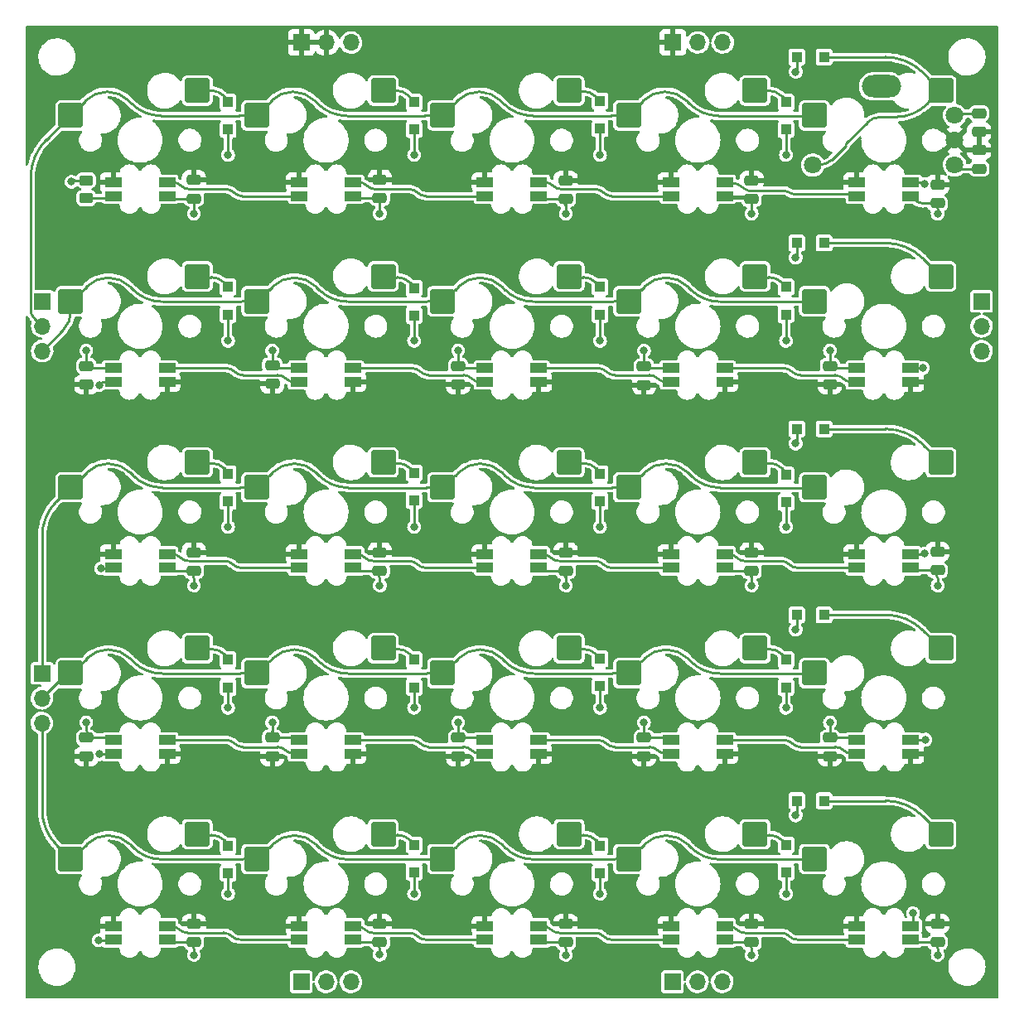
<source format=gbl>
G04 #@! TF.GenerationSoftware,KiCad,Pcbnew,(6.0.5)*
G04 #@! TF.CreationDate,2022-06-26T21:28:19+02:00*
G04 #@! TF.ProjectId,5x5x2-part1,35783578-322d-4706-9172-74312e6b6963,rev?*
G04 #@! TF.SameCoordinates,Original*
G04 #@! TF.FileFunction,Copper,L4,Bot*
G04 #@! TF.FilePolarity,Positive*
%FSLAX46Y46*%
G04 Gerber Fmt 4.6, Leading zero omitted, Abs format (unit mm)*
G04 Created by KiCad (PCBNEW (6.0.5)) date 2022-06-26 21:28:19*
%MOMM*%
%LPD*%
G01*
G04 APERTURE LIST*
G04 Aperture macros list*
%AMRoundRect*
0 Rectangle with rounded corners*
0 $1 Rounding radius*
0 $2 $3 $4 $5 $6 $7 $8 $9 X,Y pos of 4 corners*
0 Add a 4 corners polygon primitive as box body*
4,1,4,$2,$3,$4,$5,$6,$7,$8,$9,$2,$3,0*
0 Add four circle primitives for the rounded corners*
1,1,$1+$1,$2,$3*
1,1,$1+$1,$4,$5*
1,1,$1+$1,$6,$7*
1,1,$1+$1,$8,$9*
0 Add four rect primitives between the rounded corners*
20,1,$1+$1,$2,$3,$4,$5,0*
20,1,$1+$1,$4,$5,$6,$7,0*
20,1,$1+$1,$6,$7,$8,$9,0*
20,1,$1+$1,$8,$9,$2,$3,0*%
G04 Aperture macros list end*
G04 #@! TA.AperFunction,SMDPad,CuDef*
%ADD10RoundRect,0.250000X-1.025000X-1.000000X1.025000X-1.000000X1.025000X1.000000X-1.025000X1.000000X0*%
G04 #@! TD*
G04 #@! TA.AperFunction,ComponentPad*
%ADD11O,4.000000X2.300000*%
G04 #@! TD*
G04 #@! TA.AperFunction,ComponentPad*
%ADD12C,1.800000*%
G04 #@! TD*
G04 #@! TA.AperFunction,SMDPad,CuDef*
%ADD13R,1.100000X1.100000*%
G04 #@! TD*
G04 #@! TA.AperFunction,SMDPad,CuDef*
%ADD14RoundRect,0.250000X-0.475000X0.250000X-0.475000X-0.250000X0.475000X-0.250000X0.475000X0.250000X0*%
G04 #@! TD*
G04 #@! TA.AperFunction,SMDPad,CuDef*
%ADD15R,1.700000X1.000000*%
G04 #@! TD*
G04 #@! TA.AperFunction,ComponentPad*
%ADD16R,1.700000X1.700000*%
G04 #@! TD*
G04 #@! TA.AperFunction,ComponentPad*
%ADD17O,1.700000X1.700000*%
G04 #@! TD*
G04 #@! TA.AperFunction,SMDPad,CuDef*
%ADD18RoundRect,0.250000X0.475000X-0.250000X0.475000X0.250000X-0.475000X0.250000X-0.475000X-0.250000X0*%
G04 #@! TD*
G04 #@! TA.AperFunction,SMDPad,CuDef*
%ADD19RoundRect,0.250000X0.450000X-0.262500X0.450000X0.262500X-0.450000X0.262500X-0.450000X-0.262500X0*%
G04 #@! TD*
G04 #@! TA.AperFunction,ViaPad*
%ADD20C,0.800000*%
G04 #@! TD*
G04 #@! TA.AperFunction,Conductor*
%ADD21C,0.250000*%
G04 #@! TD*
G04 #@! TA.AperFunction,Conductor*
%ADD22C,0.254000*%
G04 #@! TD*
G04 APERTURE END LIST*
D10*
X59915000Y-66460000D03*
X72842000Y-63920000D03*
X59915000Y-104460000D03*
X72842000Y-101920000D03*
X97915000Y-66460000D03*
X110842000Y-63920000D03*
X78915000Y-123460000D03*
X91842000Y-120920000D03*
X116915000Y-85460000D03*
X129842000Y-82920000D03*
X78915000Y-104460000D03*
X91842000Y-101920000D03*
X116915000Y-47460000D03*
X129842000Y-44920000D03*
X116915000Y-123460000D03*
X129842000Y-120920000D03*
X97915000Y-123460000D03*
X110842000Y-120920000D03*
X78915000Y-66460000D03*
X91842000Y-63920000D03*
X59915000Y-123460000D03*
X72842000Y-120920000D03*
X116915000Y-66460000D03*
X129842000Y-63920000D03*
X97915000Y-104460000D03*
X110842000Y-101920000D03*
X59915000Y-47460000D03*
X72842000Y-44920000D03*
D11*
X123750000Y-44500000D03*
D12*
X131250000Y-52540000D03*
X131250000Y-47460000D03*
X131250000Y-50000000D03*
X116750000Y-47460000D03*
X116750000Y-52540000D03*
D10*
X59915000Y-85460000D03*
X72842000Y-82920000D03*
X78915000Y-47460000D03*
X91842000Y-44920000D03*
X116915000Y-104460000D03*
X129842000Y-101920000D03*
X40915000Y-104460000D03*
X53842000Y-101920000D03*
X40915000Y-47460000D03*
X53842000Y-44920000D03*
X97915000Y-85460000D03*
X110842000Y-82920000D03*
X40915000Y-123460000D03*
X53842000Y-120920000D03*
X40915000Y-66460000D03*
X53842000Y-63920000D03*
X40915000Y-85460000D03*
X53842000Y-82920000D03*
X78915000Y-85460000D03*
X91842000Y-82920000D03*
X97915000Y-47460000D03*
X110842000Y-44920000D03*
D13*
X76000000Y-105900000D03*
X76000000Y-103100000D03*
D14*
X61500000Y-73000000D03*
X61500000Y-74900000D03*
D13*
X115100000Y-41500000D03*
X117900000Y-41500000D03*
D15*
X107750000Y-93700000D03*
X107750000Y-92300000D03*
X102250000Y-92300000D03*
X102250000Y-93700000D03*
X126750000Y-131700000D03*
X126750000Y-130300000D03*
X121250000Y-130300000D03*
X121250000Y-131700000D03*
D13*
X95000000Y-48800000D03*
X95000000Y-46000000D03*
X114000000Y-105900000D03*
X114000000Y-103100000D03*
D14*
X99500000Y-111050000D03*
X99500000Y-112950000D03*
D15*
X88750000Y-131700000D03*
X88750000Y-130300000D03*
X83250000Y-130300000D03*
X83250000Y-131700000D03*
D13*
X114000000Y-124800000D03*
X114000000Y-122000000D03*
X57000000Y-48900000D03*
X57000000Y-46100000D03*
D14*
X118500000Y-73050000D03*
X118500000Y-74950000D03*
D13*
X57000000Y-86900000D03*
X57000000Y-84100000D03*
X115100000Y-117500000D03*
X117900000Y-117500000D03*
D14*
X53500000Y-54050000D03*
X53500000Y-55950000D03*
D16*
X64475000Y-40025000D03*
D17*
X67015000Y-40025000D03*
X69555000Y-40025000D03*
D13*
X95000000Y-105800000D03*
X95000000Y-103000000D03*
D14*
X110500000Y-54100000D03*
X110500000Y-56000000D03*
X91500000Y-130050000D03*
X91500000Y-131950000D03*
X99500000Y-73100000D03*
X99500000Y-75000000D03*
D13*
X115100000Y-79500000D03*
X117900000Y-79500000D03*
X76000000Y-67900000D03*
X76000000Y-65100000D03*
D16*
X102420000Y-136000000D03*
D17*
X104960000Y-136000000D03*
X107500000Y-136000000D03*
D16*
X102460000Y-40000000D03*
D17*
X105000000Y-40000000D03*
X107540000Y-40000000D03*
D15*
X121250000Y-111300000D03*
X121250000Y-112700000D03*
X126750000Y-112700000D03*
X126750000Y-111300000D03*
D14*
X42500000Y-111050000D03*
X42500000Y-112950000D03*
X72500000Y-54000000D03*
X72500000Y-55900000D03*
D15*
X50750000Y-131700000D03*
X50750000Y-130300000D03*
X45250000Y-130300000D03*
X45250000Y-131700000D03*
X107750000Y-131700000D03*
X107750000Y-130300000D03*
X102250000Y-130300000D03*
X102250000Y-131700000D03*
D14*
X118500000Y-111050000D03*
X118500000Y-112950000D03*
D13*
X114000000Y-87000000D03*
X114000000Y-84200000D03*
D15*
X102250000Y-73300000D03*
X102250000Y-74700000D03*
X107750000Y-74700000D03*
X107750000Y-73300000D03*
D14*
X133750000Y-47250000D03*
X133750000Y-49150000D03*
D15*
X45250000Y-111300000D03*
X45250000Y-112700000D03*
X50750000Y-112700000D03*
X50750000Y-111300000D03*
X69750000Y-93700000D03*
X69750000Y-92300000D03*
X64250000Y-92300000D03*
X64250000Y-93700000D03*
D14*
X42500000Y-73050000D03*
X42500000Y-74950000D03*
X80500000Y-111050000D03*
X80500000Y-112950000D03*
X110500000Y-92100000D03*
X110500000Y-94000000D03*
D15*
X69750000Y-55700000D03*
X69750000Y-54300000D03*
X64250000Y-54300000D03*
X64250000Y-55700000D03*
D13*
X76000000Y-48900000D03*
X76000000Y-46100000D03*
D14*
X129500000Y-54550000D03*
X129500000Y-56450000D03*
D15*
X64250000Y-111300000D03*
X64250000Y-112700000D03*
X69750000Y-112700000D03*
X69750000Y-111300000D03*
X107750000Y-55700000D03*
X107750000Y-54300000D03*
X102250000Y-54300000D03*
X102250000Y-55700000D03*
X83250000Y-111300000D03*
X83250000Y-112700000D03*
X88750000Y-112700000D03*
X88750000Y-111300000D03*
D14*
X129500000Y-92050000D03*
X129500000Y-93950000D03*
D13*
X57000000Y-124900000D03*
X57000000Y-122100000D03*
X114000000Y-67800000D03*
X114000000Y-65000000D03*
D15*
X102250000Y-111300000D03*
X102250000Y-112700000D03*
X107750000Y-112700000D03*
X107750000Y-111300000D03*
X50750000Y-55700000D03*
X50750000Y-54300000D03*
X45250000Y-54300000D03*
X45250000Y-55700000D03*
X121250000Y-73300000D03*
X121250000Y-74700000D03*
X126750000Y-74700000D03*
X126750000Y-73300000D03*
X88750000Y-93700000D03*
X88750000Y-92300000D03*
X83250000Y-92300000D03*
X83250000Y-93700000D03*
D14*
X61500000Y-111050000D03*
X61500000Y-112950000D03*
D18*
X133750000Y-52900000D03*
X133750000Y-51000000D03*
D13*
X95000000Y-67800000D03*
X95000000Y-65000000D03*
X76000000Y-124800000D03*
X76000000Y-122000000D03*
D14*
X72500000Y-130050000D03*
X72500000Y-131950000D03*
X91500000Y-54100000D03*
X91500000Y-56000000D03*
D15*
X64250000Y-73300000D03*
X64250000Y-74700000D03*
X69750000Y-74700000D03*
X69750000Y-73300000D03*
X45250000Y-73300000D03*
X45250000Y-74700000D03*
X50750000Y-74700000D03*
X50750000Y-73300000D03*
D16*
X37975000Y-104475000D03*
D17*
X37975000Y-107015000D03*
X37975000Y-109555000D03*
D13*
X115100000Y-98500000D03*
X117900000Y-98500000D03*
D14*
X110500000Y-130050000D03*
X110500000Y-131950000D03*
X80500000Y-73050000D03*
X80500000Y-74950000D03*
D19*
X42500000Y-55912500D03*
X42500000Y-54087500D03*
D15*
X88750000Y-55700000D03*
X88750000Y-54300000D03*
X83250000Y-54300000D03*
X83250000Y-55700000D03*
D16*
X134000000Y-66475000D03*
D17*
X134000000Y-69015000D03*
X134000000Y-71555000D03*
D15*
X126750000Y-93700000D03*
X126750000Y-92300000D03*
X121250000Y-92300000D03*
X121250000Y-93700000D03*
D13*
X115100000Y-60500000D03*
X117900000Y-60500000D03*
X114000000Y-48900000D03*
X114000000Y-46100000D03*
D15*
X83250000Y-73300000D03*
X83250000Y-74700000D03*
X88750000Y-74700000D03*
X88750000Y-73300000D03*
D14*
X91500000Y-92100000D03*
X91500000Y-94000000D03*
D15*
X126750000Y-55700000D03*
X126750000Y-54300000D03*
X121250000Y-54300000D03*
X121250000Y-55700000D03*
D13*
X95000000Y-124900000D03*
X95000000Y-122100000D03*
X57000000Y-105900000D03*
X57000000Y-103100000D03*
D16*
X64460000Y-136000000D03*
D17*
X67000000Y-136000000D03*
X69540000Y-136000000D03*
D16*
X38000000Y-66460000D03*
D17*
X38000000Y-69000000D03*
X38000000Y-71540000D03*
D14*
X53500000Y-92100000D03*
X53500000Y-94000000D03*
D15*
X69750000Y-131700000D03*
X69750000Y-130300000D03*
X64250000Y-130300000D03*
X64250000Y-131700000D03*
D14*
X72500000Y-92100000D03*
X72500000Y-94000000D03*
D15*
X50750000Y-93700000D03*
X50750000Y-92300000D03*
X45250000Y-92300000D03*
X45250000Y-93700000D03*
D13*
X95000000Y-86900000D03*
X95000000Y-84100000D03*
D14*
X129500000Y-130050000D03*
X129500000Y-131950000D03*
D13*
X57000000Y-67800000D03*
X57000000Y-65000000D03*
X76000000Y-86800000D03*
X76000000Y-84000000D03*
D14*
X53500000Y-130050000D03*
X53500000Y-131950000D03*
D20*
X42500000Y-109500000D03*
X129500000Y-57500000D03*
X118500000Y-109500000D03*
X110500000Y-57500000D03*
X110500000Y-133250000D03*
X129500000Y-95500000D03*
X99500000Y-109500000D03*
X110500000Y-95500000D03*
X118500000Y-71500000D03*
X99500000Y-71500000D03*
X91500000Y-95500000D03*
X53500000Y-133250000D03*
X80500000Y-71500000D03*
X129500000Y-133250000D03*
X42500000Y-71500000D03*
X53500000Y-95500000D03*
X53500000Y-57500000D03*
X91500000Y-57500000D03*
X61500000Y-109500000D03*
X72500000Y-133235500D03*
X61500000Y-71500000D03*
X80500000Y-109500000D03*
X72500000Y-57500000D03*
X91500000Y-133250000D03*
X72500000Y-95500000D03*
X57000000Y-70500000D03*
X57000000Y-51500000D03*
X57000000Y-127000000D03*
X57000000Y-89500000D03*
X57000000Y-108000000D03*
X76000000Y-89500000D03*
X76000000Y-108000000D03*
X76000000Y-70500000D03*
X76000000Y-51500000D03*
X76000000Y-127000000D03*
X95000000Y-108000000D03*
X95000000Y-51500000D03*
X95000000Y-127000000D03*
X95000000Y-70500000D03*
X95000000Y-89500000D03*
X114000000Y-108000000D03*
X114000000Y-70500000D03*
X114000000Y-89500000D03*
X114000000Y-127000000D03*
X114000000Y-51500000D03*
X115000000Y-62000000D03*
X115000000Y-81000000D03*
X115000000Y-43000000D03*
X115000000Y-100000000D03*
X115000000Y-119000000D03*
X128175500Y-54500000D03*
X128000000Y-73250000D03*
X44000000Y-93750000D03*
X43824500Y-75000000D03*
X128175500Y-92250000D03*
X128250000Y-111250000D03*
X43824500Y-112750000D03*
X43750000Y-131750000D03*
X127000000Y-129000000D03*
X41000000Y-54250000D03*
D21*
X61500000Y-71651121D02*
X61500000Y-71652525D01*
X99500000Y-110496629D02*
X99500000Y-110496726D01*
X61500000Y-71575924D02*
X61500000Y-71576168D01*
X61500000Y-109938106D02*
X61500000Y-109938838D01*
X61500000Y-71647107D02*
X61500000Y-71647382D01*
X99500000Y-110138488D02*
X99500000Y-110139843D01*
X61500000Y-71519850D02*
X61500000Y-71520186D01*
X99500000Y-110352441D02*
X99500000Y-110352716D01*
X61500000Y-109843746D02*
X61500000Y-109848934D01*
X99500000Y-109507861D02*
X99500000Y-109508545D01*
X99500000Y-109614746D02*
X99500000Y-109614794D01*
X61500000Y-72311642D02*
X61500000Y-72311886D01*
X61500000Y-109934689D02*
X61500000Y-109934933D01*
X61500000Y-72067868D02*
X61500000Y-72068067D01*
X61500000Y-109744075D02*
X61500000Y-109745846D01*
X99500000Y-109579673D02*
X99500000Y-109580271D01*
X61500000Y-109766235D02*
X61500000Y-109766479D01*
X61500000Y-109801084D02*
X61500000Y-109801100D01*
X61500000Y-71768675D02*
X61500000Y-71768919D01*
X61500000Y-71565426D02*
X61500000Y-71565303D01*
X61500000Y-71726684D02*
X61500000Y-71727112D01*
X61500000Y-72484558D02*
X61500000Y-72494934D01*
X61500000Y-71647458D02*
X61500000Y-71647885D01*
X99500000Y-109521764D02*
X99500000Y-109521996D01*
X99500000Y-110063280D02*
X99500000Y-110060789D01*
X61500000Y-110037984D02*
X61500000Y-110044674D01*
X61500000Y-109641966D02*
X61500000Y-109642270D01*
X61500000Y-72089842D02*
X61500000Y-72090330D01*
X99500000Y-110471678D02*
X99500000Y-110472853D01*
X99500000Y-109563473D02*
X99500000Y-109565034D01*
X99500000Y-110344613D02*
X99500000Y-110344686D01*
X99500000Y-110339695D02*
X99500000Y-110339986D01*
X99500000Y-109669469D02*
X99500000Y-109669982D01*
X61500000Y-109518797D02*
X61500000Y-109518858D01*
X61500000Y-110080963D02*
X61500000Y-110081725D01*
X61500000Y-71597655D02*
X61500000Y-71601562D01*
X61500000Y-71800047D02*
X61500000Y-71800108D01*
X61500000Y-110382055D02*
X61500000Y-110384107D01*
X99500000Y-110361571D02*
X99500000Y-110361644D01*
X99500000Y-109692041D02*
X99500000Y-109692139D01*
X99500000Y-109703511D02*
X99500000Y-109704684D01*
X61500000Y-110281446D02*
X61500000Y-110282526D01*
X81275000Y-111050000D02*
X83000000Y-111050000D01*
X61500000Y-109579769D02*
X61500000Y-109580441D01*
X61500000Y-109811701D02*
X61500000Y-109812312D01*
X61500000Y-71535168D02*
X61500000Y-71534649D01*
X61500000Y-72448241D02*
X61500000Y-72452026D01*
X99500000Y-110133679D02*
X99500000Y-110134423D01*
X99500000Y-110517380D02*
X99500000Y-110517929D01*
X99500000Y-109866001D02*
X99500000Y-109867832D01*
X61500000Y-71932247D02*
X61500000Y-71932492D01*
X61500000Y-71950193D02*
X61500000Y-71950681D01*
X99500000Y-110435448D02*
X99500000Y-110435742D01*
X99500000Y-109677282D02*
X99500000Y-109677315D01*
X61500000Y-72311398D02*
X61500000Y-72301755D01*
X61500000Y-110070955D02*
X61500000Y-110072150D01*
X61500000Y-110090962D02*
X61500000Y-110091500D01*
X99500000Y-110403121D02*
X99500000Y-110405416D01*
X61500000Y-109732114D02*
X61500000Y-109732419D01*
X61500000Y-109518736D02*
X61500000Y-109518721D01*
X61500000Y-72437499D02*
X61500000Y-72442870D01*
X61500000Y-109798826D02*
X61500000Y-109799069D01*
X61500000Y-71951779D02*
X61500000Y-71952511D01*
X61500000Y-110385232D02*
X61500000Y-110384107D01*
X99500000Y-110444639D02*
X99500000Y-110444285D01*
X99500000Y-110333349D02*
X99500000Y-110332775D01*
X61500000Y-72071466D02*
X61500000Y-72071207D01*
X61500000Y-71706971D02*
X61500000Y-71707031D01*
X61500000Y-71500488D02*
X61500000Y-71500732D01*
X61500000Y-109821772D02*
X61500000Y-109822993D01*
X99500000Y-110206638D02*
X99500000Y-110207223D01*
X61500000Y-109536130D02*
X61500000Y-109536374D01*
X61500000Y-109731764D02*
X61500000Y-109732099D01*
X61500000Y-71725524D02*
X61500000Y-71726440D01*
X61500000Y-71680969D02*
X61500000Y-71687439D01*
X61500000Y-109799986D02*
X61500000Y-109800047D01*
X61500000Y-110139060D02*
X61500000Y-110140623D01*
X61500000Y-109510084D02*
X61500000Y-109510497D01*
X99500000Y-109515475D02*
X99500000Y-109515866D01*
X99500000Y-109721874D02*
X99500000Y-109724462D01*
X61500000Y-109551754D02*
X61500000Y-109553402D01*
X61500000Y-71540340D02*
X61500000Y-71540096D01*
X99500000Y-109834043D02*
X99500000Y-109835020D01*
X61500000Y-71501052D02*
X61500000Y-71500976D01*
X61500000Y-109637693D02*
X61500000Y-109639523D01*
X61500000Y-71530451D02*
X61500000Y-71529170D01*
X61500000Y-71933103D02*
X61500000Y-71934079D01*
X99500000Y-109869334D02*
X99500000Y-109870506D01*
X99500000Y-109700436D02*
X99500000Y-109700912D01*
X99500000Y-109521222D02*
X99500000Y-109521042D01*
X61500000Y-109573910D02*
X61500000Y-109574215D01*
X61500000Y-109584637D02*
X61500000Y-109585937D01*
X99500000Y-109845358D02*
X99500000Y-109845337D01*
X61500000Y-71522458D02*
X61500000Y-71523433D01*
X61500000Y-110266549D02*
X61500000Y-110267868D01*
X61500000Y-109573910D02*
X61500000Y-109573895D01*
X61500000Y-71737546D02*
X61500000Y-71737790D01*
X99500000Y-109854002D02*
X99500000Y-109854673D01*
X99500000Y-109663476D02*
X99500000Y-109664648D01*
X61500000Y-71934933D02*
X61500000Y-71935055D01*
X99500000Y-109779638D02*
X99500000Y-109781054D01*
X99500000Y-110443016D02*
X99500000Y-110441990D01*
X99500000Y-109627865D02*
X99500000Y-109629342D01*
X61500000Y-71761228D02*
X61500000Y-71761716D01*
X61500000Y-109648557D02*
X61500000Y-109649473D01*
X61500000Y-110084966D02*
X61500000Y-110085884D01*
X99500000Y-110219092D02*
X99500000Y-110219336D01*
X61500000Y-109501219D02*
X61500000Y-109501280D01*
X61500000Y-71797240D02*
X61500000Y-71796553D01*
X99500000Y-109544070D02*
X99500000Y-109544150D01*
X61500000Y-72432128D02*
X61500000Y-72437499D01*
X61500000Y-109613767D02*
X61500000Y-109614256D01*
X99500000Y-110208089D02*
X99500000Y-110208113D01*
X61500000Y-71732114D02*
X61500000Y-71732419D01*
X61500000Y-110165231D02*
X61500000Y-110170700D01*
X61500000Y-110360299D02*
X61500000Y-110361032D01*
X61500000Y-109791686D02*
X61500000Y-109792967D01*
X61500000Y-109534008D02*
X61500000Y-109534649D01*
X99500000Y-109843159D02*
X99500000Y-109842979D01*
X61500000Y-109854167D02*
X61500000Y-109859370D01*
X61500000Y-109505126D02*
X61500000Y-109505370D01*
X61500000Y-71556882D02*
X61500000Y-71557126D01*
X61500000Y-110390961D02*
X61500000Y-110389478D01*
X99500000Y-109548485D02*
X99500000Y-109548760D01*
X99500000Y-109904539D02*
X99500000Y-109905613D01*
X61500000Y-72322460D02*
X61500000Y-72325054D01*
X99500000Y-109596628D02*
X99500000Y-109599509D01*
X61500000Y-110387437D02*
X61500000Y-110388105D01*
X61500000Y-109504638D02*
X61500000Y-109504700D01*
X99500000Y-110484019D02*
X99500000Y-110484458D01*
X61500000Y-109500015D02*
X61500000Y-109500045D01*
X99500000Y-109555465D02*
X99500000Y-109557760D01*
X99500000Y-110174217D02*
X99500000Y-110175779D01*
X61500000Y-72582520D02*
X61500000Y-72582764D01*
X99500000Y-109836044D02*
X99500000Y-109836972D01*
X61500000Y-110303767D02*
X61500000Y-110300928D01*
X99500000Y-109500000D02*
X99500000Y-109500030D01*
X61500000Y-109645504D02*
X61500000Y-109646481D01*
X61500000Y-109536618D02*
X61500000Y-109536862D01*
X99500000Y-110234375D02*
X99500000Y-110240625D01*
X61500000Y-109657163D02*
X61500000Y-109658994D01*
X99500000Y-110352389D02*
X99500000Y-110352441D01*
X61500000Y-109559092D02*
X61500000Y-109559733D01*
X99500000Y-109669090D02*
X99500000Y-109669139D01*
X61500000Y-109970749D02*
X61500000Y-109968258D01*
X99500000Y-109573372D02*
X99500000Y-109574324D01*
X61500000Y-110064206D02*
X61500000Y-110064744D01*
X61500000Y-109565914D02*
X61500000Y-109566402D01*
X99500000Y-109689855D02*
X99500000Y-109689879D01*
X99500000Y-109521532D02*
X99500000Y-109521480D01*
X61500000Y-109531673D02*
X61500000Y-109533367D01*
X61500000Y-110342174D02*
X61500000Y-110344188D01*
X99500000Y-110121240D02*
X99500000Y-110121862D01*
X61500000Y-71766723D02*
X61500000Y-71767089D01*
X61500000Y-71760373D02*
X61500000Y-71760740D01*
X61500000Y-71608885D02*
X61500000Y-71609373D01*
X61500000Y-110058053D02*
X61500000Y-110058590D01*
X61500000Y-109604125D02*
X61500000Y-109605345D01*
X61500000Y-71938959D02*
X61500000Y-71939448D01*
X99500000Y-110358152D02*
X99500000Y-110359129D01*
X61500000Y-72047421D02*
X61500000Y-72047847D01*
X99500000Y-110520103D02*
X99500000Y-110520164D01*
X61500000Y-72028013D02*
X61500000Y-72029599D01*
X99500000Y-109540575D02*
X99500000Y-109540868D01*
X99500000Y-109662304D02*
X99500000Y-109663476D01*
X61500000Y-71727617D02*
X61500000Y-71727891D01*
X61500000Y-109714598D02*
X61500000Y-109715574D01*
X61500000Y-71517576D02*
X61500000Y-71517819D01*
X61500000Y-71540340D02*
X61500000Y-71541988D01*
X61500000Y-71733838D02*
X61500000Y-71734983D01*
X99500000Y-109553170D02*
X99500000Y-109553463D01*
X61500000Y-72206662D02*
X61500000Y-72211301D01*
X99500000Y-109813877D02*
X99500000Y-109814440D01*
X99500000Y-109519357D02*
X99500000Y-109519466D01*
X99500000Y-110431932D02*
X99500000Y-110433299D01*
X61500000Y-72343992D02*
X61500000Y-72343748D01*
X61500000Y-71541988D02*
X61500000Y-71542003D01*
X61500000Y-110101340D02*
X61500000Y-110104954D01*
X61500000Y-71738949D02*
X61500000Y-71737790D01*
X99500000Y-110510787D02*
X99500000Y-110511666D01*
X99500000Y-110480611D02*
X99500000Y-110481331D01*
X61500000Y-71501341D02*
X61500000Y-71501402D01*
X99500000Y-109536279D02*
X99500000Y-109535302D01*
X99500000Y-110360107D02*
X99500000Y-110359985D01*
X61500000Y-109574520D02*
X61500000Y-109574581D01*
X99500000Y-110524898D02*
X99500000Y-110524839D01*
X99500000Y-109716991D02*
X99500000Y-109718993D01*
X99500000Y-110354415D02*
X99500000Y-110354541D01*
X61500000Y-109619383D02*
X61500000Y-109621823D01*
X90850000Y-131950000D02*
X89000000Y-131950000D01*
X99500000Y-109585924D02*
X99500000Y-109586131D01*
X61500000Y-109833308D02*
X61500000Y-109833369D01*
X61500000Y-71722472D02*
X61500000Y-71723876D01*
X61500000Y-110000044D02*
X61500000Y-110007759D01*
X99500000Y-109669188D02*
X99500000Y-109669237D01*
X99500000Y-110314095D02*
X99500000Y-110316417D01*
X100025000Y-111050000D02*
X102000000Y-111050000D01*
X61500000Y-109794553D02*
X61500000Y-109794248D01*
X61500000Y-109517576D02*
X61500000Y-109517332D01*
X61500000Y-110313946D02*
X61500000Y-110310944D01*
X61500000Y-110246407D02*
X61500000Y-110242965D01*
X99500000Y-110447007D02*
X99500000Y-110447325D01*
X61500000Y-109500015D02*
X61500000Y-109500000D01*
X99500000Y-109587631D02*
X99500000Y-109587850D01*
X61500000Y-72583252D02*
X61500000Y-72583496D01*
X99500000Y-109815942D02*
X99500000Y-109815506D01*
X99500000Y-110524669D02*
X99500000Y-110524754D01*
X99500000Y-109550107D02*
X99500000Y-109550523D01*
X99500000Y-109810409D02*
X99500000Y-109810873D01*
X99500000Y-110005955D02*
X99500000Y-110007566D01*
X99500000Y-109551169D02*
X99500000Y-109551461D01*
X61500000Y-109725524D02*
X61500000Y-109725280D01*
X99500000Y-110410190D02*
X99500000Y-110409616D01*
X99500000Y-110216613D02*
X99500000Y-110216553D01*
X61500000Y-110294519D02*
X61500000Y-110294858D01*
X99500000Y-109657713D02*
X99500000Y-109658836D01*
X61500000Y-72333004D02*
X61500000Y-72333981D01*
X61500000Y-110000044D02*
X61500000Y-109998188D01*
X61500000Y-109822993D02*
X61500000Y-109824214D01*
X61500000Y-110396840D02*
X61500000Y-110397546D01*
X99500000Y-109816039D02*
X99500000Y-109816136D01*
X61500000Y-72331050D02*
X61500000Y-72332027D01*
X61500000Y-109500060D02*
X61500000Y-109500121D01*
X61500000Y-71579280D02*
X61500000Y-71579341D01*
X61500000Y-71626705D02*
X61500000Y-71629146D01*
X107950000Y-55900000D02*
X110500000Y-55900000D01*
X61500000Y-71731764D02*
X61500000Y-71732099D01*
X61500000Y-110140769D02*
X61500000Y-110142624D01*
X61500000Y-109729492D02*
X61500000Y-109730468D01*
X61500000Y-109818722D02*
X61500000Y-109819088D01*
X61500000Y-71647382D02*
X61500000Y-71647458D01*
X61500000Y-71816892D02*
X61500000Y-71817136D01*
X99500000Y-109545532D02*
X99500000Y-109545867D01*
X61500000Y-109945309D02*
X61500000Y-109947262D01*
X99500000Y-109806435D02*
X99500000Y-109805859D01*
X61500000Y-109911616D02*
X61500000Y-109916499D01*
X99500000Y-110523386D02*
X99500000Y-110523679D01*
X61500000Y-71790356D02*
X61500000Y-71791669D01*
X99500000Y-110220262D02*
X99500000Y-110220030D01*
X61500000Y-71729492D02*
X61500000Y-71730468D01*
X61500000Y-71501646D02*
X61500000Y-71501951D01*
X99500000Y-110505744D02*
X99500000Y-110505818D01*
X61500000Y-71579402D02*
X61500000Y-71579463D01*
X61500000Y-71808223D02*
X61500000Y-71808468D01*
X61500000Y-109797850D02*
X61500000Y-109797728D01*
X61500000Y-109795974D02*
X61500000Y-109796553D01*
X61500000Y-109548503D02*
X61500000Y-109550121D01*
X61500000Y-71807978D02*
X61500000Y-71808223D01*
X99500000Y-109846100D02*
X99500000Y-109845968D01*
X61500000Y-109553646D02*
X61500000Y-109554806D01*
X99500000Y-109512716D02*
X99500000Y-109512790D01*
X61500000Y-72071527D02*
X61500000Y-72071588D01*
X99500000Y-110478842D02*
X99500000Y-110479111D01*
X99500000Y-109525828D02*
X99500000Y-109525987D01*
X99500000Y-109987008D02*
X99500000Y-109991499D01*
X61500000Y-71809688D02*
X61500000Y-71809566D01*
X99500000Y-109676596D02*
X99500000Y-109676721D01*
X99500000Y-109580909D02*
X99500000Y-109581587D01*
X61500000Y-109608275D02*
X61500000Y-109607909D01*
X61500000Y-71558178D02*
X61500000Y-71558574D01*
X99500000Y-110356201D02*
X99500000Y-110356244D01*
X61500000Y-72567397D02*
X61500000Y-72577560D01*
X61500000Y-109800474D02*
X61500000Y-109800779D01*
X99500000Y-110481847D02*
X99500000Y-110481752D01*
X61500000Y-109668089D02*
X61500000Y-109669661D01*
X61500000Y-109557614D02*
X61500000Y-109557858D01*
X61500000Y-110198434D02*
X61500000Y-110207809D01*
X61500000Y-109550121D02*
X61500000Y-109551739D01*
X99500000Y-109574555D02*
X99500000Y-109574324D01*
X61500000Y-71940792D02*
X61500000Y-71942013D01*
X99500000Y-109541698D02*
X99500000Y-109541991D01*
X61500000Y-109611936D02*
X61500000Y-109610715D01*
X99500000Y-110027928D02*
X99500000Y-110028319D01*
X99500000Y-109633149D02*
X99500000Y-109634418D01*
X61500000Y-72040464D02*
X61500000Y-72043272D01*
X99500000Y-109546721D02*
X99500000Y-109545867D01*
X61500000Y-71509443D02*
X61500000Y-71509153D01*
X99500000Y-110346297D02*
X99500000Y-110345760D01*
X99500000Y-109808643D02*
X99500000Y-109808739D01*
X61500000Y-71728516D02*
X61500000Y-71729492D01*
X99500000Y-110224072D02*
X99500000Y-110223290D01*
X99500000Y-109505441D02*
X99500000Y-109505679D01*
X61500000Y-109514342D02*
X61500000Y-109514404D01*
X61500000Y-72336301D02*
X61500000Y-72338010D01*
X99500000Y-109568219D02*
X99500000Y-109569905D01*
X61500000Y-72045591D02*
X61500000Y-72047421D01*
X99500000Y-109714391D02*
X99500000Y-109713866D01*
X61500000Y-71707031D02*
X61500000Y-71707091D01*
X61500000Y-110107029D02*
X61500000Y-110114793D01*
X61500000Y-71557858D02*
X61500000Y-71558102D01*
X99500000Y-109681382D02*
X99500000Y-109681553D01*
X99500000Y-110503953D02*
X99500000Y-110504051D01*
X61500000Y-71799312D02*
X61500000Y-71799555D01*
X61500000Y-109567378D02*
X61500000Y-109567012D01*
X61500000Y-72206662D02*
X61500000Y-72206051D01*
X61500000Y-71707091D02*
X61500000Y-71712646D01*
X99500000Y-110333349D02*
X99500000Y-110335107D01*
X61500000Y-110186276D02*
X61500000Y-110187888D01*
X99500000Y-110455466D02*
X99500000Y-110457028D01*
X61500000Y-109973289D02*
X61500000Y-109974559D01*
X99500000Y-110519297D02*
X99500000Y-110519614D01*
X61500000Y-71518980D02*
X61500000Y-71518919D01*
X99500000Y-109800192D02*
X99500000Y-109799472D01*
X61500000Y-71519850D02*
X61500000Y-71519834D01*
X61500000Y-109951779D02*
X61500000Y-109952511D01*
X99500000Y-110215086D02*
X99500000Y-110215379D01*
X99500000Y-109604587D02*
X99500000Y-109605222D01*
X61500000Y-71817868D02*
X61500000Y-71818112D01*
X61500000Y-110114793D02*
X61500000Y-110122557D01*
X61500000Y-109528438D02*
X61500000Y-109529170D01*
X61500000Y-71643550D02*
X61500000Y-71644527D01*
X99500000Y-109645116D02*
X99500000Y-109649022D01*
X99500000Y-110412692D02*
X99500000Y-110413083D01*
X99500000Y-109896286D02*
X99500000Y-109896774D01*
X129500000Y-132600000D02*
X129500000Y-133250000D01*
X61500000Y-110313946D02*
X61500000Y-110315393D01*
X99500000Y-110500925D02*
X99500000Y-110502195D01*
X99500000Y-109511568D02*
X99500000Y-109511861D01*
X61500000Y-109819088D02*
X61500000Y-109820308D01*
X61500000Y-109768675D02*
X61500000Y-109768919D01*
X99500000Y-109691689D02*
X99500000Y-109691438D01*
X61500000Y-109562067D02*
X61500000Y-109562678D01*
X99500000Y-109678466D02*
X99500000Y-109678493D01*
X99500000Y-110378173D02*
X99500000Y-110378801D01*
X99500000Y-110219092D02*
X99500000Y-110218982D01*
X61500000Y-71574215D02*
X61500000Y-71574520D01*
X61500000Y-72234130D02*
X61500000Y-72235105D01*
X61500000Y-72536301D02*
X61500000Y-72505310D01*
X61500000Y-110347291D02*
X61500000Y-110346202D01*
X99500000Y-110479209D02*
X99500000Y-110479283D01*
X99500000Y-109650828D02*
X99500000Y-109653123D01*
X99500000Y-110481847D02*
X99500000Y-110482079D01*
X99500000Y-109574555D02*
X99500000Y-109575044D01*
X72500000Y-133235500D02*
X72500000Y-132592750D01*
X61500000Y-110073345D02*
X61500000Y-110073286D01*
X99500000Y-109502514D02*
X99500000Y-109502691D01*
X61500000Y-72148434D02*
X61500000Y-72154293D01*
X61500000Y-110218393D02*
X61500000Y-110230185D01*
X99500000Y-109707030D02*
X99500000Y-109709178D01*
X99500000Y-110030419D02*
X99500000Y-110035009D01*
X99500000Y-109809027D02*
X99500000Y-109809162D01*
X61500000Y-109606077D02*
X61500000Y-109605345D01*
X61500000Y-71527340D02*
X61500000Y-71527828D01*
X99500000Y-109501253D02*
X99500000Y-109501134D01*
X99500000Y-109991499D02*
X99500000Y-109992963D01*
X61500000Y-71808590D02*
X61500000Y-71809078D01*
X99500000Y-110372689D02*
X99500000Y-110375008D01*
X99500000Y-109666796D02*
X99500000Y-109667968D01*
X61500000Y-109597656D02*
X61500000Y-109601562D01*
X99500000Y-110509908D02*
X99500000Y-110510787D01*
X61500000Y-71766479D02*
X61500000Y-71766723D01*
X61500000Y-109535168D02*
X61500000Y-109535565D01*
X61500000Y-71629146D02*
X61500000Y-71630917D01*
X61500000Y-71604125D02*
X61500000Y-71605345D01*
X61500000Y-109949826D02*
X61500000Y-109950193D01*
X61500000Y-110230185D02*
X61500000Y-110230514D01*
X61500000Y-72180662D02*
X61500000Y-72179197D01*
X99500000Y-110218518D02*
X99500000Y-110218982D01*
X61500000Y-71605345D02*
X61500000Y-71606077D01*
X61500000Y-109674499D02*
X61500000Y-109680969D01*
X61500000Y-71647885D02*
X61500000Y-71648312D01*
X61500000Y-109647458D02*
X61500000Y-109647885D01*
X61500000Y-72235105D02*
X61500000Y-72245358D01*
X99500000Y-109843699D02*
X99500000Y-109843809D01*
X99500000Y-110219592D02*
X99500000Y-110219811D01*
X99500000Y-110512841D02*
X99500000Y-110513128D01*
X61500000Y-109519224D02*
X61500000Y-109519529D01*
X61500000Y-71577266D02*
X61500000Y-71577754D01*
X99500000Y-109641406D02*
X99500000Y-109642235D01*
X99500000Y-110328840D02*
X99500000Y-110329933D01*
X99500000Y-110096094D02*
X99500000Y-110100586D01*
X109850000Y-131950000D02*
X108000000Y-131950000D01*
X61500000Y-71973997D02*
X61500000Y-71977536D01*
X61500000Y-71566524D02*
X61500000Y-71566768D01*
X99500000Y-109519575D02*
X99500000Y-109519684D01*
X61500000Y-109982176D02*
X61500000Y-109975829D01*
X61500000Y-71661375D02*
X61500000Y-71662352D01*
X61500000Y-110218393D02*
X61500000Y-110217184D01*
X61500000Y-110392966D02*
X61500000Y-110393295D01*
X99500000Y-110336499D02*
X99500000Y-110336865D01*
X61500000Y-109542003D02*
X61500000Y-109541988D01*
X99500000Y-109585411D02*
X99500000Y-109585591D01*
X61500000Y-71659421D02*
X61500000Y-71660398D01*
X99500000Y-109803073D02*
X99500000Y-109803170D01*
X99500000Y-109513291D02*
X99500000Y-109513865D01*
X61500000Y-110132808D02*
X61500000Y-110122557D01*
X99500000Y-109996089D02*
X99500000Y-109997652D01*
X99500000Y-109675205D02*
X99500000Y-109675376D01*
X99500000Y-109857041D02*
X99500000Y-109858738D01*
X61500000Y-71799986D02*
X61500000Y-71800047D01*
X99500000Y-109815207D02*
X99500000Y-109815506D01*
X99500000Y-110440817D02*
X99500000Y-110441208D01*
X61500000Y-72111813D02*
X61500000Y-72111324D01*
X61500000Y-110398324D02*
X61500000Y-110398855D01*
X61500000Y-110254099D02*
X61500000Y-110255417D01*
X99500000Y-109513291D02*
X99500000Y-109513218D01*
X61500000Y-72083370D02*
X61500000Y-72082027D01*
X99500000Y-110328184D02*
X99500000Y-110328257D01*
X99500000Y-109503108D02*
X99500000Y-109503321D01*
X99500000Y-110363452D02*
X99500000Y-110363988D01*
X61500000Y-71706911D02*
X61500000Y-71706971D01*
X61500000Y-109661375D02*
X61500000Y-109662352D01*
X61500000Y-109575192D02*
X61500000Y-109575436D01*
X61500000Y-109501402D02*
X61500000Y-109501585D01*
X99500000Y-110452342D02*
X99500000Y-110453904D01*
X61500000Y-109526728D02*
X61500000Y-109526973D01*
X99500000Y-110440426D02*
X99500000Y-110440817D01*
X99500000Y-109584590D02*
X99500000Y-109584693D01*
X99500000Y-109841981D02*
X99500000Y-109842036D01*
X99500000Y-110063280D02*
X99500000Y-110074218D01*
X61500000Y-109543620D02*
X61500000Y-109545237D01*
X61500000Y-71518797D02*
X61500000Y-71518858D01*
X61500000Y-109570309D02*
X61500000Y-109571288D01*
X99500000Y-110206638D02*
X99500000Y-110206407D01*
X61500000Y-109935055D02*
X61500000Y-109934933D01*
X99500000Y-110341625D02*
X99500000Y-110341675D01*
X61500000Y-109926633D02*
X61500000Y-109926877D01*
X61500000Y-109558178D02*
X61500000Y-109558574D01*
X61500000Y-109951169D02*
X61500000Y-109951657D01*
X61500000Y-71820551D02*
X61500000Y-71820308D01*
X61500000Y-71501646D02*
X61500000Y-71501585D01*
X61500000Y-109963375D02*
X61500000Y-109968258D01*
X61500000Y-71962154D02*
X61500000Y-71963375D01*
X61500000Y-72092527D02*
X61500000Y-72091184D01*
X61500000Y-109563289D02*
X61500000Y-109564570D01*
X99500000Y-109841649D02*
X99500000Y-109841981D01*
X99500000Y-110479111D02*
X99500000Y-110479209D01*
X61500000Y-71506956D02*
X61500000Y-71506834D01*
X99500000Y-110482921D02*
X99500000Y-110482710D01*
X99500000Y-110412301D02*
X99500000Y-110412692D01*
X61500000Y-109521482D02*
X61500000Y-109522458D01*
X99500000Y-109895798D02*
X99500000Y-109895089D01*
X99500000Y-110283595D02*
X99500000Y-110297657D01*
X99500000Y-109772411D02*
X99500000Y-109772655D01*
X99500000Y-109675864D02*
X99500000Y-109676035D01*
X99500000Y-109781054D02*
X99500000Y-109782470D01*
X99500000Y-109518882D02*
X99500000Y-109518760D01*
X99500000Y-110523838D02*
X99500000Y-110523863D01*
X61500000Y-72301511D02*
X61500000Y-72301755D01*
X61500000Y-109799557D02*
X61500000Y-109799802D01*
X61500000Y-71762326D02*
X61500000Y-71763059D01*
X61500000Y-72335935D02*
X61500000Y-72336301D01*
X61500000Y-109566524D02*
X61500000Y-109566402D01*
X61500000Y-71579341D02*
X61500000Y-71579402D01*
X61500000Y-71951169D02*
X61500000Y-71951657D01*
X99500000Y-109582893D02*
X99500000Y-109583510D01*
X61500000Y-109575436D02*
X61500000Y-109575680D01*
X61500000Y-110397546D02*
X61500000Y-110398242D01*
X99500000Y-110208394D02*
X99500000Y-110208932D01*
X99500000Y-110475786D02*
X99500000Y-110475813D01*
X61500000Y-109537776D02*
X61500000Y-109537425D01*
X99500000Y-109743297D02*
X99500000Y-109742723D01*
X61500000Y-71609983D02*
X61500000Y-71610715D01*
X99500000Y-110513998D02*
X99500000Y-110514267D01*
X61500000Y-110392188D02*
X61500000Y-110392637D01*
X61500000Y-71619383D02*
X61500000Y-71621823D01*
X61500000Y-72136716D02*
X61500000Y-72137693D01*
X61500000Y-71558102D02*
X61500000Y-71558178D01*
X61500000Y-71509443D02*
X61500000Y-71510084D01*
X61500000Y-109773435D02*
X61500000Y-109772093D01*
X99500000Y-110350841D02*
X99500000Y-110351494D01*
X61500000Y-72066524D02*
X61500000Y-72066387D01*
X99500000Y-110514845D02*
X99500000Y-110515412D01*
X99500000Y-109803073D02*
X99500000Y-109802145D01*
X99500000Y-110482921D02*
X99500000Y-110483531D01*
X61500000Y-71521482D02*
X61500000Y-71522458D01*
X61500000Y-109837276D02*
X61500000Y-109838558D01*
X61500000Y-109667967D02*
X61500000Y-109668028D01*
X61500000Y-72083370D02*
X61500000Y-72084591D01*
X61500000Y-109556317D02*
X61500000Y-109555966D01*
X99500000Y-110197960D02*
X99500000Y-110200279D01*
X61500000Y-71503248D02*
X61500000Y-71503583D01*
X99500000Y-109797312D02*
X99500000Y-109798239D01*
X61500000Y-71519529D02*
X61500000Y-71519834D01*
X99500000Y-110515979D02*
X99500000Y-110516257D01*
X61500000Y-109501158D02*
X61500000Y-109501219D01*
X61500000Y-110347291D02*
X61500000Y-110348592D01*
X61500000Y-109630917D02*
X61500000Y-109629146D01*
X61500000Y-72043272D02*
X61500000Y-72045591D01*
X61500000Y-110295590D02*
X61500000Y-110295956D01*
X61500000Y-71542003D02*
X61500000Y-71543620D01*
X99500000Y-109550107D02*
X99500000Y-109549334D01*
X61500000Y-110053171D02*
X61500000Y-110051364D01*
X99500000Y-109912156D02*
X99500000Y-109913230D01*
X61500000Y-71934689D02*
X61500000Y-71934933D01*
X99500000Y-109500149D02*
X99500000Y-109500091D01*
X99500000Y-109743297D02*
X99500000Y-109745763D01*
X61500000Y-110398242D02*
X61500000Y-110398324D01*
X61500000Y-109713622D02*
X61500000Y-109714598D01*
X99500000Y-109694468D02*
X99500000Y-109693575D01*
X61500000Y-109518919D02*
X61500000Y-109518980D01*
X99500000Y-109661132D02*
X99500000Y-109662304D01*
X99500000Y-109520553D02*
X99500000Y-109521042D01*
X61500000Y-109938959D02*
X61500000Y-109938838D01*
X61500000Y-110349754D02*
X61500000Y-110349900D01*
X61500000Y-109916499D02*
X61500000Y-109918452D01*
X61500000Y-109760740D02*
X61500000Y-109761228D01*
X61500000Y-110092038D02*
X61500000Y-110092576D01*
X61500000Y-109639768D02*
X61500000Y-109640013D01*
X61500000Y-72154293D02*
X61500000Y-72161618D01*
X99500000Y-110037499D02*
X99500000Y-110035009D01*
X99500000Y-110400826D02*
X99500000Y-110399067D01*
X99500000Y-110204832D02*
X99500000Y-110204979D01*
X61500000Y-109798582D02*
X61500000Y-109798826D01*
X99500000Y-109592905D02*
X99500000Y-109593747D01*
X61500000Y-109535886D02*
X61500000Y-109536130D01*
X61500000Y-109609983D02*
X61500000Y-109609861D01*
X61500000Y-110134371D02*
X61500000Y-110135934D01*
X61500000Y-72195677D02*
X61500000Y-72196898D01*
X61500000Y-109501052D02*
X61500000Y-109500976D01*
X99500000Y-110351631D02*
X99500000Y-110352010D01*
X99500000Y-109511107D02*
X99500000Y-109511150D01*
X61500000Y-71536862D02*
X61500000Y-71536968D01*
X99500000Y-109570258D02*
X99500000Y-109569905D01*
X99500000Y-109509569D02*
X99500000Y-109510069D01*
X61500000Y-109737302D02*
X61500000Y-109735471D01*
X61500000Y-72196898D02*
X61500000Y-72198119D01*
X99500000Y-109703157D02*
X99500000Y-109703511D01*
X61500000Y-72536301D02*
X61500000Y-72546707D01*
X61500000Y-110073345D02*
X61500000Y-110073822D01*
X61500000Y-110230514D02*
X61500000Y-110242965D01*
X61500000Y-110373805D02*
X61500000Y-110373191D01*
X61500000Y-71732419D02*
X61500000Y-71732724D01*
X99500000Y-109659959D02*
X99500000Y-109660508D01*
X99500000Y-109511861D02*
X99500000Y-109511873D01*
X61500000Y-110072568D02*
X61500000Y-110072927D01*
X99500000Y-110216832D02*
X99500000Y-110217101D01*
X61500000Y-109501143D02*
X61500000Y-109501158D01*
X61500000Y-71583310D02*
X61500000Y-71583325D01*
X99500000Y-110342430D02*
X99500000Y-110342725D01*
X99500000Y-110448643D02*
X99500000Y-110448814D01*
X99500000Y-109680039D02*
X99500000Y-109680210D01*
X61500000Y-109716001D02*
X61500000Y-109715574D01*
X61500000Y-71518736D02*
X61500000Y-71518797D01*
X99500000Y-109855601D02*
X99500000Y-109856785D01*
X61500000Y-109515990D02*
X61500000Y-109516478D01*
X61500000Y-109642574D02*
X61500000Y-109642878D01*
X61500000Y-109538935D02*
X61500000Y-109540096D01*
X61500000Y-71579021D02*
X61500000Y-71579280D01*
X99500000Y-109838366D02*
X99500000Y-109838782D01*
X99500000Y-110445981D02*
X99500000Y-110445847D01*
X99500000Y-110348750D02*
X99500000Y-110348591D01*
X61500000Y-110265230D02*
X61500000Y-110266549D01*
X99500000Y-110474019D02*
X99500000Y-110475185D01*
X61500000Y-109726684D02*
X61500000Y-109726440D01*
X99500000Y-110328257D02*
X99500000Y-110328330D01*
X61500000Y-71500412D02*
X61500000Y-71500488D01*
X61500000Y-72181150D02*
X61500000Y-72181638D01*
X61500000Y-71798338D02*
X61500000Y-71798582D01*
X61500000Y-71930172D02*
X61500000Y-71931637D01*
X61500000Y-71955929D02*
X61500000Y-71956173D01*
X61500000Y-71766112D02*
X61500000Y-71766235D01*
X61500000Y-109503248D02*
X61500000Y-109503583D01*
X61500000Y-109501646D02*
X61500000Y-109501951D01*
X61500000Y-72012385D02*
X61500000Y-72013727D01*
X99500000Y-110345614D02*
X99500000Y-110345687D01*
X99500000Y-109584487D02*
X99500000Y-109584590D01*
X61500000Y-71997066D02*
X61500000Y-72006831D01*
X99500000Y-110219811D02*
X99500000Y-110220030D01*
X99500000Y-109589891D02*
X99500000Y-109590379D01*
X99500000Y-109585591D02*
X99500000Y-109585744D01*
X99500000Y-109674619D02*
X99500000Y-109675034D01*
X99500000Y-109679136D02*
X99500000Y-109679795D01*
X99500000Y-109522118D02*
X99500000Y-109522594D01*
X61500000Y-110315393D02*
X61500000Y-110316840D01*
X61500000Y-72381347D02*
X61500000Y-72391113D01*
X99500000Y-110518980D02*
X99500000Y-110519297D01*
X61500000Y-109760740D02*
X61500000Y-109760373D01*
X61500000Y-71956417D02*
X61500000Y-71957027D01*
X61500000Y-110064744D02*
X61500000Y-110065282D01*
X61500000Y-72359861D02*
X61500000Y-72374021D01*
X61500000Y-71953121D02*
X61500000Y-71955074D01*
X99500000Y-110437302D02*
X99500000Y-110440426D01*
X99500000Y-109856785D02*
X99500000Y-109857041D01*
X99500000Y-109714513D02*
X99500000Y-109714635D01*
X99500000Y-110328111D02*
X99500000Y-110328184D01*
X61500000Y-71953121D02*
X61500000Y-71952511D01*
X61500000Y-72071649D02*
X61500000Y-72071955D01*
X99500000Y-109854673D02*
X99500000Y-109855344D01*
X52850000Y-131950000D02*
X51000000Y-131950000D01*
X99500000Y-110391747D02*
X99500000Y-110389598D01*
X61500000Y-72319866D02*
X61500000Y-72322460D01*
X61500000Y-110331397D02*
X61500000Y-110324219D01*
X61500000Y-109514404D02*
X61500000Y-109514466D01*
X61500000Y-109712646D02*
X61500000Y-109713622D01*
X99500000Y-109795897D02*
X99500000Y-109796385D01*
X99500000Y-110522459D02*
X99500000Y-110522813D01*
X99500000Y-110445981D02*
X99500000Y-110446396D01*
X61500000Y-109920406D02*
X61500000Y-109922360D01*
X99500000Y-109510142D02*
X99500000Y-109510495D01*
X61500000Y-71576900D02*
X61500000Y-71577144D01*
X61500000Y-109707091D02*
X61500000Y-109712646D01*
X99500000Y-110017969D02*
X99500000Y-110012743D01*
X61500000Y-71566768D02*
X61500000Y-71567012D01*
X61500000Y-109652631D02*
X61500000Y-109654248D01*
X61500000Y-71926633D02*
X61500000Y-71926266D01*
X61500000Y-110354468D02*
X61500000Y-110355878D01*
X61500000Y-71503903D02*
X61500000Y-71504208D01*
X61500000Y-71518721D02*
X61500000Y-71518736D01*
X99500000Y-109819408D02*
X99500000Y-109819140D01*
X61500000Y-110285638D02*
X61500000Y-110289428D01*
X61500000Y-109728516D02*
X61500000Y-109728165D01*
X61500000Y-71543620D02*
X61500000Y-71545237D01*
X99500000Y-109593747D02*
X99500000Y-109596628D01*
X61500000Y-72097655D02*
X61500000Y-72095701D01*
X99500000Y-109500030D02*
X99500000Y-109500091D01*
X99500000Y-109599509D02*
X99500000Y-109602047D01*
X99500000Y-109814440D02*
X99500000Y-109814590D01*
X61500000Y-71799986D02*
X61500000Y-71799971D01*
X99500000Y-109897726D02*
X99500000Y-109899142D01*
X61500000Y-109611936D02*
X61500000Y-109612668D01*
X99500000Y-109605222D02*
X99500000Y-109614698D01*
X61500000Y-109795592D02*
X61500000Y-109795654D01*
X61500000Y-71502272D02*
X61500000Y-71502256D01*
X61500000Y-71737302D02*
X61500000Y-71737546D01*
X99500000Y-110345614D02*
X99500000Y-110344686D01*
X99500000Y-109522716D02*
X99500000Y-109523436D01*
X99500000Y-110352716D02*
X99500000Y-110352991D01*
X99500000Y-109578915D02*
X99500000Y-109579075D01*
X61500000Y-109574215D02*
X61500000Y-109574520D01*
X99500000Y-110481331D02*
X99500000Y-110481752D01*
X61500000Y-109668028D02*
X61500000Y-109668089D01*
X99500000Y-109587412D02*
X99500000Y-109586775D01*
X99500000Y-110448643D02*
X99500000Y-110448582D01*
X61500000Y-109761228D02*
X61500000Y-109761716D01*
X99500000Y-109510568D02*
X99500000Y-109510495D01*
X61500000Y-109790359D02*
X61500000Y-109791671D01*
X61500000Y-72325054D02*
X61500000Y-72327159D01*
X99500000Y-109518162D02*
X99500000Y-109518760D01*
X99500000Y-110361644D02*
X99500000Y-110362279D01*
X61500000Y-109514280D02*
X61500000Y-109513990D01*
X99500000Y-110137950D02*
X99500000Y-110136864D01*
X99500000Y-110007957D02*
X99500000Y-110010350D01*
X61500000Y-109753169D02*
X61500000Y-109755611D01*
X99500000Y-109510982D02*
X99500000Y-109511064D01*
X99500000Y-110356687D02*
X99500000Y-110356287D01*
X99500000Y-110221434D02*
X99500000Y-110221728D01*
X61500000Y-71500732D02*
X61500000Y-71500976D01*
X61500000Y-71831950D02*
X61500000Y-71833186D01*
X99500000Y-110450780D02*
X99500000Y-110452342D01*
X99500000Y-110328038D02*
X99500000Y-110328111D01*
X99500000Y-109577182D02*
X99500000Y-109577206D01*
X61500000Y-109932737D02*
X61500000Y-109933103D01*
X61500000Y-71576656D02*
X61500000Y-71576900D01*
X99500000Y-109840929D02*
X99500000Y-109840415D01*
X99500000Y-109868162D02*
X99500000Y-109867832D01*
X61500000Y-71799069D02*
X61500000Y-71799312D01*
X61500000Y-109762204D02*
X61500000Y-109762326D01*
X61500000Y-109527340D02*
X61500000Y-109527828D01*
X61500000Y-109641156D02*
X61500000Y-109641797D01*
X99500000Y-109510142D02*
X99500000Y-109510069D01*
X61500000Y-71795592D02*
X61500000Y-71795654D01*
X61500000Y-71811701D02*
X61500000Y-71812312D01*
X99500000Y-109796385D02*
X99500000Y-109797312D01*
X61500000Y-109800047D02*
X61500000Y-109800108D01*
X61500000Y-109506102D02*
X61500000Y-109506346D01*
X61500000Y-110187888D02*
X61500000Y-110188474D01*
X61500000Y-110373897D02*
X61500000Y-110373989D01*
X99500000Y-109575044D02*
X99500000Y-109575533D01*
X61500000Y-71669661D02*
X61500000Y-71672866D01*
X99500000Y-110496823D02*
X99500000Y-110496920D01*
X61500000Y-72078120D02*
X61500000Y-72082027D01*
X61500000Y-110360299D02*
X61500000Y-110355878D01*
X99500000Y-109692576D02*
X99500000Y-109692764D01*
X61500000Y-71562067D02*
X61500000Y-71562678D01*
X61500000Y-110191550D02*
X61500000Y-110195944D01*
X61500000Y-109764281D02*
X61500000Y-109763059D01*
X61500000Y-72051755D02*
X61500000Y-72057127D01*
X99500000Y-109695592D02*
X99500000Y-109694518D01*
X61500000Y-109641966D02*
X61500000Y-109641797D01*
X61500000Y-109909053D02*
X61500000Y-109909297D01*
X99500000Y-109688708D02*
X99500000Y-109688732D01*
X61500000Y-109506956D02*
X61500000Y-109506834D01*
X61500000Y-71501052D02*
X61500000Y-71501143D01*
X61500000Y-109516600D02*
X61500000Y-109516478D01*
X61500000Y-109519850D02*
X61500000Y-109520186D01*
X99500000Y-110120898D02*
X99500000Y-110121240D01*
X99500000Y-109505139D02*
X99500000Y-109505261D01*
X99500000Y-109814590D02*
X99500000Y-109814854D01*
X61500000Y-109559092D02*
X61500000Y-109558574D01*
X61500000Y-110080062D02*
X61500000Y-110079680D01*
X61500000Y-71518307D02*
X61500000Y-71518552D01*
X99500000Y-109823326D02*
X99500000Y-109822847D01*
X99500000Y-109690840D02*
X99500000Y-109691139D01*
X99500000Y-109800192D02*
X99500000Y-109802145D01*
X61500000Y-71520186D02*
X61500000Y-71520506D01*
X99500000Y-109838890D02*
X99500000Y-109839090D01*
X61500000Y-109662352D02*
X61500000Y-109667906D01*
X99500000Y-109565034D02*
X99500000Y-109566595D01*
X61500000Y-72374021D02*
X61500000Y-72374998D01*
X61500000Y-109652525D02*
X61500000Y-109652631D01*
X110500000Y-132600000D02*
X110500000Y-133250000D01*
X61500000Y-109578441D02*
X61500000Y-109579021D01*
X61500000Y-109513349D02*
X61500000Y-109513990D01*
X61500000Y-110307128D02*
X61500000Y-110307310D01*
X99500000Y-110209481D02*
X99500000Y-110210042D01*
X61500000Y-72058103D02*
X61500000Y-72059079D01*
X99500000Y-110483775D02*
X99500000Y-110483897D01*
X99500000Y-109692433D02*
X99500000Y-109692531D01*
X99500000Y-109688732D02*
X99500000Y-109689855D01*
X61500000Y-110344188D02*
X61500000Y-110346202D01*
X61500000Y-71512937D02*
X61500000Y-71513349D01*
X99500000Y-109842036D02*
X99500000Y-109842091D01*
X61500000Y-109640013D02*
X61500000Y-109641156D01*
X61500000Y-71502608D02*
X61500000Y-71503248D01*
X61500000Y-110007759D02*
X61500000Y-110012984D01*
X61500000Y-72048824D02*
X61500000Y-72049801D01*
X99500000Y-110516257D02*
X99500000Y-110517380D01*
X99500000Y-110202147D02*
X99500000Y-110203563D01*
X99500000Y-110054832D02*
X99500000Y-110060789D01*
X99500000Y-110359495D02*
X99500000Y-110359740D01*
X61500000Y-71506590D02*
X61500000Y-71506834D01*
X99500000Y-110382086D02*
X99500000Y-110383777D01*
X61500000Y-109769651D02*
X61500000Y-109770872D01*
X61500000Y-71735471D02*
X61500000Y-71737302D01*
X99500000Y-109671337D02*
X99500000Y-109672411D01*
X61500000Y-109501280D02*
X61500000Y-109501341D01*
X99500000Y-109550877D02*
X99500000Y-109551169D01*
X99500000Y-109669237D02*
X99500000Y-109669469D01*
X99500000Y-109836972D02*
X99500000Y-109837485D01*
X61500000Y-72134763D02*
X61500000Y-72136716D01*
X99500000Y-110449303D02*
X99500000Y-110449767D01*
X99500000Y-110407712D02*
X99500000Y-110409616D01*
X61500000Y-72375975D02*
X61500000Y-72376952D01*
X61500000Y-71500320D02*
X61500000Y-71500304D01*
X99500000Y-109506496D02*
X99500000Y-109506457D01*
X99500000Y-110226941D02*
X99500000Y-110227111D01*
X61500000Y-109536968D02*
X61500000Y-109536862D01*
X61500000Y-109922360D02*
X61500000Y-109923336D01*
X99500000Y-109561912D02*
X99500000Y-109563473D01*
X61500000Y-109527218D02*
X61500000Y-109527340D01*
X99500000Y-109850765D02*
X99500000Y-109850924D01*
X99500000Y-110410946D02*
X99500000Y-110411128D01*
X61500000Y-109800230D02*
X61500000Y-109800169D01*
X61500000Y-71556882D02*
X61500000Y-71556775D01*
X61500000Y-71803708D02*
X61500000Y-71804683D01*
X61500000Y-109722472D02*
X61500000Y-109723876D01*
X99500000Y-110447838D02*
X99500000Y-110447862D01*
X99500000Y-109560020D02*
X99500000Y-109560351D01*
X99500000Y-110505173D02*
X99500000Y-110505416D01*
X61500000Y-71781245D02*
X61500000Y-71785150D01*
X61500000Y-71859370D02*
X61500000Y-71854167D01*
X99500000Y-109578315D02*
X99500000Y-109578465D01*
X61500000Y-71505614D02*
X61500000Y-71505858D01*
X61500000Y-109511717D02*
X61500000Y-109512937D01*
X99500000Y-109808067D02*
X99500000Y-109807651D01*
X61500000Y-72582764D02*
X61500000Y-72583008D01*
X99500000Y-110479574D02*
X99500000Y-110479787D01*
X61500000Y-71575192D02*
X61500000Y-71575436D01*
X61500000Y-109808590D02*
X61500000Y-109808468D01*
X61500000Y-110180270D02*
X61500000Y-110182467D01*
X99500000Y-109847360D02*
X99500000Y-109848287D01*
X99500000Y-109823803D02*
X99500000Y-109824362D01*
X61500000Y-71639523D02*
X61500000Y-71639768D01*
X99500000Y-110096094D02*
X99500000Y-110095459D01*
X61500000Y-110084758D02*
X61500000Y-110083943D01*
X99500000Y-109535204D02*
X99500000Y-109533287D01*
X61500000Y-71753169D02*
X61500000Y-71755611D01*
X99500000Y-110222704D02*
X99500000Y-110222997D01*
X61500000Y-71731444D02*
X61500000Y-71731764D01*
X99500000Y-109548222D02*
X99500000Y-109548485D01*
X61500000Y-109574825D02*
X61500000Y-109574886D01*
X61500000Y-72301267D02*
X61500000Y-72301511D01*
X99500000Y-109548007D02*
X99500000Y-109547881D01*
X99500000Y-110216455D02*
X99500000Y-110216553D01*
X61500000Y-110307492D02*
X61500000Y-110308582D01*
X61500000Y-71738949D02*
X61500000Y-71741512D01*
X61500000Y-109651121D02*
X61500000Y-109652525D01*
X61500000Y-109735227D02*
X61500000Y-109735471D01*
X61500000Y-110392637D02*
X61500000Y-110392966D01*
X61500000Y-109519834D02*
X61500000Y-109519850D01*
X61500000Y-109727891D02*
X61500000Y-109728165D01*
X99500000Y-109518882D02*
X99500000Y-109519235D01*
X61500000Y-71817136D02*
X61500000Y-71817380D01*
X42500000Y-110275000D02*
X42500000Y-109500000D01*
X99500000Y-110523679D02*
X99500000Y-110523813D01*
X61500000Y-109564570D02*
X61500000Y-109565303D01*
X61500000Y-109504805D02*
X61500000Y-109504882D01*
X61500000Y-71765134D02*
X61500000Y-71765623D01*
X99500000Y-110520261D02*
X99500000Y-110520358D01*
X61500000Y-71575116D02*
X61500000Y-71575192D01*
X99500000Y-110447862D02*
X99500000Y-110447996D01*
X61500000Y-71945309D02*
X61500000Y-71947262D01*
X61500000Y-71723876D02*
X61500000Y-71725280D01*
X61500000Y-72583496D02*
X61500000Y-72583740D01*
X61500000Y-109796553D02*
X61500000Y-109797240D01*
X61500000Y-109506346D02*
X61500000Y-109506590D01*
X61500000Y-72105465D02*
X61500000Y-72111324D01*
X99500000Y-110297657D02*
X99500000Y-110302347D01*
X61500000Y-109528438D02*
X61500000Y-109528316D01*
X61500000Y-71924312D02*
X61500000Y-71925289D01*
X128975000Y-56450000D02*
X128030330Y-56450000D01*
X61500000Y-109720747D02*
X61500000Y-109717832D01*
X61500000Y-72075511D02*
X61500000Y-72076823D01*
X99500000Y-110355087D02*
X99500000Y-110354877D01*
X61500000Y-109522458D02*
X61500000Y-109523433D01*
X61500000Y-110022946D02*
X61500000Y-110023239D01*
X61500000Y-109957027D02*
X61500000Y-109956417D01*
X61500000Y-110044674D02*
X61500000Y-110051364D01*
X61500000Y-72060055D02*
X61500000Y-72061031D01*
X61500000Y-109817136D02*
X61500000Y-109817380D01*
X99500000Y-109803267D02*
X99500000Y-109804099D01*
X99500000Y-109768028D02*
X99500000Y-109771031D01*
X61500000Y-71767089D02*
X61500000Y-71768065D01*
X99500000Y-110188280D02*
X99500000Y-110189842D01*
X61500000Y-109579402D02*
X61500000Y-109579463D01*
X99500000Y-110120214D02*
X99500000Y-110119335D01*
X61500000Y-72349119D02*
X61500000Y-72348875D01*
X99500000Y-109544445D02*
X99500000Y-109544615D01*
X61500000Y-71957027D02*
X61500000Y-71958492D01*
X61500000Y-72343992D02*
X61500000Y-72348875D01*
X99500000Y-110328330D02*
X99500000Y-110328840D01*
X99500000Y-110145704D02*
X99500000Y-110142822D01*
X99500000Y-110453904D02*
X99500000Y-110455466D01*
X99500000Y-109696201D02*
X99500000Y-109695640D01*
X61500000Y-71773435D02*
X61500000Y-71777340D01*
X61500000Y-71564570D02*
X61500000Y-71565303D01*
X61500000Y-109733197D02*
X61500000Y-109733029D01*
X61500000Y-71649717D02*
X61500000Y-71649473D01*
X99500000Y-109692335D02*
X99500000Y-109692433D01*
X61500000Y-109940792D02*
X61500000Y-109942013D01*
X61500000Y-109579341D02*
X61500000Y-109579402D01*
X99500000Y-109843809D02*
X99500000Y-109843934D01*
X61500000Y-72329096D02*
X61500000Y-72330073D01*
X99500000Y-110354330D02*
X99500000Y-110354415D01*
X61500000Y-109934079D02*
X61500000Y-109934445D01*
X99500000Y-109543405D02*
X99500000Y-109542834D01*
X61500000Y-109694031D02*
X61500000Y-109700501D01*
X61500000Y-110084758D02*
X61500000Y-110084862D01*
X61500000Y-71637205D02*
X61500000Y-71636045D01*
X99500000Y-109818700D02*
X99500000Y-109819140D01*
X61500000Y-109503903D02*
X61500000Y-109504208D01*
X99500000Y-109768028D02*
X99500000Y-109766405D01*
X99500000Y-109808835D02*
X99500000Y-109808931D01*
X61500000Y-71579769D02*
X61500000Y-71580441D01*
X61500000Y-72075496D02*
X61500000Y-72075511D01*
X61500000Y-71574886D02*
X61500000Y-71574947D01*
X99500000Y-109858738D02*
X99500000Y-109860435D01*
X99500000Y-110134423D02*
X99500000Y-110136864D01*
X61500000Y-72275449D02*
X61500000Y-72265864D01*
X99500000Y-110269533D02*
X99500000Y-110283595D01*
X99500000Y-109831578D02*
X99500000Y-109834043D01*
X61500000Y-71574947D02*
X61500000Y-71575008D01*
X99500000Y-109525987D02*
X99500000Y-109526146D01*
X61500000Y-71643230D02*
X61500000Y-71643550D01*
X99500000Y-109538281D02*
X99500000Y-109538855D01*
X99500000Y-109697348D02*
X99500000Y-109698495D01*
X61500000Y-71548503D02*
X61500000Y-71545237D01*
X61500000Y-109935055D02*
X61500000Y-109935543D01*
X61500000Y-109529170D02*
X61500000Y-109530451D01*
X99500000Y-110124414D02*
X99500000Y-110127930D01*
X99500000Y-109551461D02*
X99500000Y-109552584D01*
X99500000Y-109676788D02*
X99500000Y-109676855D01*
X99500000Y-110365671D02*
X99500000Y-110368502D01*
X99500000Y-110216161D02*
X99500000Y-110216063D01*
X99500000Y-110336865D02*
X99500000Y-110337939D01*
X61500000Y-71501402D02*
X61500000Y-71501585D01*
X99500000Y-109677565D02*
X99500000Y-109677956D01*
X61500000Y-109814617D02*
X61500000Y-109815258D01*
X61500000Y-71732114D02*
X61500000Y-71732099D01*
X99500000Y-110347444D02*
X99500000Y-110348591D01*
X99500000Y-110506441D02*
X99500000Y-110506832D01*
X61500000Y-71609373D02*
X61500000Y-71609861D01*
X61500000Y-71795716D02*
X61500000Y-71795974D01*
X61500000Y-109518552D02*
X61500000Y-109518629D01*
X61500000Y-109576900D02*
X61500000Y-109577144D01*
X99500000Y-109747655D02*
X99500000Y-109753905D01*
X61500000Y-109990182D02*
X61500000Y-109994185D01*
X99500000Y-110137950D02*
X99500000Y-110138219D01*
X61500000Y-72381347D02*
X61500000Y-72376952D01*
X99500000Y-110165622D02*
X99500000Y-110165232D01*
X61500000Y-72057127D02*
X61500000Y-72058103D01*
X99500000Y-109676035D02*
X99500000Y-109676206D01*
X99500000Y-109553817D02*
X99500000Y-109554818D01*
X61500000Y-72013727D02*
X61500000Y-72016597D01*
X61500000Y-71606933D02*
X61500000Y-71607909D01*
X99500000Y-109547606D02*
X99500000Y-109547881D01*
X99500000Y-109505859D02*
X99500000Y-109505679D01*
X99500000Y-110234375D02*
X99500000Y-110232263D01*
X61500000Y-109593749D02*
X61500000Y-109597656D01*
X61500000Y-71769651D02*
X61500000Y-71768919D01*
X61500000Y-109553402D02*
X61500000Y-109553646D01*
X61500000Y-71609861D02*
X61500000Y-71609983D01*
X61500000Y-109535642D02*
X61500000Y-109535565D01*
X99500000Y-109532653D02*
X99500000Y-109532970D01*
X99500000Y-110360595D02*
X99500000Y-110361083D01*
X99500000Y-110217101D02*
X99500000Y-110217419D01*
X99500000Y-110322838D02*
X99500000Y-110321080D01*
X61500000Y-109707031D02*
X61500000Y-109707091D01*
X61500000Y-109643230D02*
X61500000Y-109643550D01*
X61500000Y-71826533D02*
X61500000Y-71829417D01*
X61500000Y-110289428D02*
X61500000Y-110290838D01*
X61500000Y-72059079D02*
X61500000Y-72060055D01*
X99500000Y-109844813D02*
X99500000Y-109845075D01*
X61500000Y-71503598D02*
X61500000Y-71503583D01*
X99500000Y-110228209D02*
X99500000Y-110227111D01*
X99500000Y-109543405D02*
X99500000Y-109543655D01*
X61500000Y-71920406D02*
X61500000Y-71922360D01*
X99500000Y-109501283D02*
X99500000Y-109501313D01*
X61500000Y-109731444D02*
X61500000Y-109731764D01*
X99500000Y-110505416D02*
X99500000Y-110505659D01*
X99500000Y-109522118D02*
X99500000Y-109521996D01*
X99500000Y-109817820D02*
X99500000Y-109818260D01*
X61500000Y-72069088D02*
X61500000Y-72070308D01*
X99500000Y-109701852D02*
X99500000Y-109701620D01*
X61500000Y-71648557D02*
X61500000Y-71649473D01*
X61500000Y-109791671D02*
X61500000Y-109791686D01*
X99500000Y-110449303D02*
X99500000Y-110448985D01*
X99500000Y-110027146D02*
X99500000Y-110027537D01*
X99500000Y-110214305D02*
X99500000Y-110214793D01*
X61500000Y-71611936D02*
X61500000Y-71610715D01*
X99500000Y-110018359D02*
X99500000Y-110018749D01*
X99500000Y-109665624D02*
X99500000Y-109664648D01*
X71857250Y-131950000D02*
X70000000Y-131950000D01*
X99500000Y-110411910D02*
X99500000Y-110412301D01*
X118500000Y-71500000D02*
X118500000Y-73000000D01*
X61500000Y-109797850D02*
X61500000Y-109798094D01*
X61500000Y-110070001D02*
X61500000Y-110070239D01*
X61500000Y-109848949D02*
X61500000Y-109854167D01*
X109750000Y-94000000D02*
X108050000Y-94000000D01*
X61500000Y-71551754D02*
X61500000Y-71551739D01*
X99500000Y-109615576D02*
X99500000Y-109616901D01*
X61500000Y-72416992D02*
X61500000Y-72423462D01*
X99500000Y-109580869D02*
X99500000Y-109580909D01*
X99500000Y-109517564D02*
X99500000Y-109516648D01*
X61500000Y-109509092D02*
X61500000Y-109509153D01*
X61500000Y-72334958D02*
X61500000Y-72335935D01*
X99500000Y-110352010D02*
X99500000Y-110352389D01*
X61500000Y-71810420D02*
X61500000Y-71811701D01*
X61500000Y-71509031D02*
X61500000Y-71509092D01*
X99500000Y-110216161D02*
X99500000Y-110216259D01*
X61500000Y-71528438D02*
X61500000Y-71528316D01*
X99500000Y-109615576D02*
X99500000Y-109614938D01*
X99500000Y-109793993D02*
X99500000Y-109793504D01*
X121000000Y-111050000D02*
X118500000Y-111050000D01*
X61500000Y-71874995D02*
X61500000Y-71890620D01*
X61500000Y-109803708D02*
X61500000Y-109804683D01*
X61500000Y-109514466D02*
X61500000Y-109514724D01*
X61500000Y-71533367D02*
X61500000Y-71531673D01*
X99500000Y-110433299D02*
X99500000Y-110434471D01*
X99500000Y-110340745D02*
X99500000Y-110341087D01*
X99500000Y-109602682D02*
X99500000Y-109603317D01*
X99500000Y-109500366D02*
X99500000Y-109500283D01*
X61500000Y-110135934D02*
X61500000Y-110137497D01*
X99500000Y-110341625D02*
X99500000Y-110341429D01*
X99500000Y-109538855D02*
X99500000Y-109539709D01*
X61500000Y-71755611D02*
X61500000Y-71758054D01*
X61500000Y-109644527D02*
X61500000Y-109645504D01*
X99500000Y-109535204D02*
X99500000Y-109535253D01*
X61500000Y-109660398D02*
X61500000Y-109661375D01*
X99500000Y-109837950D02*
X99500000Y-109838366D01*
X99500000Y-109506496D02*
X99500000Y-109507177D01*
X61500000Y-109927731D02*
X61500000Y-109929196D01*
X99500000Y-110004735D02*
X99500000Y-110005565D01*
X99500000Y-110477964D02*
X99500000Y-110477524D01*
X99500000Y-109700912D02*
X99500000Y-109701620D01*
X61500000Y-72029599D02*
X61500000Y-72037656D01*
X99500000Y-109695616D02*
X99500000Y-109695640D01*
X61500000Y-109951779D02*
X61500000Y-109951657D01*
X99500000Y-109546721D02*
X99500000Y-109547020D01*
X61500000Y-110098727D02*
X61500000Y-110099264D01*
X99500000Y-110206163D02*
X99500000Y-110205809D01*
X61500000Y-71951657D02*
X61500000Y-71951779D01*
X61500000Y-72084591D02*
X61500000Y-72085812D01*
X61500000Y-71644527D02*
X61500000Y-71645504D01*
X61500000Y-71761716D02*
X61500000Y-71762204D01*
X99500000Y-110210934D02*
X99500000Y-110211911D01*
X61500000Y-109503598D02*
X61500000Y-109503903D01*
X99500000Y-109712694D02*
X99500000Y-109713866D01*
X61500000Y-110099801D02*
X61500000Y-110101340D01*
X61500000Y-71936153D02*
X61500000Y-71936885D01*
X83250000Y-73300000D02*
X80750000Y-73300000D01*
X61500000Y-109726684D02*
X61500000Y-109727112D01*
X61500000Y-71801084D02*
X61500000Y-71801100D01*
X61500000Y-71504714D02*
X61500000Y-71504700D01*
X61500000Y-72187498D02*
X61500000Y-72193358D01*
X61500000Y-71574825D02*
X61500000Y-71574886D01*
X99500000Y-110265628D02*
X99500000Y-110269533D01*
X61500000Y-109514280D02*
X61500000Y-109514342D01*
X61500000Y-71977536D02*
X61500000Y-71987301D01*
X99500000Y-109540282D02*
X99500000Y-109540575D01*
X99500000Y-110131445D02*
X99500000Y-110131982D01*
X72500000Y-57500000D02*
X72500000Y-55950000D01*
X99500000Y-110139843D02*
X99500000Y-110142822D01*
X99500000Y-110240625D02*
X99500000Y-110246875D01*
X99500000Y-109668273D02*
X99500000Y-109668834D01*
X99500000Y-109906687D02*
X99500000Y-109911082D01*
X61500000Y-110145261D02*
X61500000Y-110142624D01*
X91500000Y-95500000D02*
X91500000Y-93950000D01*
X99500000Y-110492332D02*
X99500000Y-110491148D01*
X61500000Y-71504208D02*
X61500000Y-71504269D01*
X99500000Y-110218518D02*
X99500000Y-110217737D01*
X99500000Y-109500866D02*
X99500000Y-109500741D01*
X61500000Y-109536968D02*
X61500000Y-109537425D01*
X61500000Y-72088742D02*
X61500000Y-72088987D01*
X61500000Y-110058590D02*
X61500000Y-110059127D01*
X99500000Y-109731347D02*
X99500000Y-109738769D01*
X61500000Y-110378053D02*
X61500000Y-110380003D01*
X61500000Y-109565426D02*
X61500000Y-109565303D01*
X99500000Y-109503965D02*
X99500000Y-109504062D01*
X99500000Y-109716698D02*
X99500000Y-109716991D01*
X61500000Y-110099264D02*
X61500000Y-110099801D01*
X99500000Y-110157421D02*
X99500000Y-110160155D01*
X61500000Y-110367084D02*
X61500000Y-110368641D01*
X61500000Y-110085884D02*
X61500000Y-110087825D01*
X99500000Y-110505892D02*
X99500000Y-110506050D01*
X61500000Y-72464966D02*
X61500000Y-72484558D01*
X61500000Y-71727112D02*
X61500000Y-71727540D01*
X61500000Y-71559092D02*
X61500000Y-71558574D01*
X61500000Y-109574886D02*
X61500000Y-109574947D01*
X99500000Y-110168847D02*
X99500000Y-110169531D01*
X99500000Y-109826392D02*
X99500000Y-109825638D01*
X99500000Y-109812109D02*
X99500000Y-109810873D01*
X61500000Y-71820551D02*
X61500000Y-71821772D01*
X99500000Y-110430565D02*
X99500000Y-110431932D01*
X61500000Y-71960201D02*
X61500000Y-71962154D01*
X99500000Y-110130908D02*
X99500000Y-110131445D01*
X61500000Y-71764281D02*
X61500000Y-71765013D01*
X61500000Y-72180662D02*
X61500000Y-72181150D01*
X61500000Y-110012984D02*
X61500000Y-110015914D01*
X99500000Y-109813877D02*
X99500000Y-109813604D01*
X61500000Y-109768431D02*
X61500000Y-109768675D01*
X61500000Y-109504269D02*
X61500000Y-109504453D01*
X61500000Y-110307310D02*
X61500000Y-110307492D01*
X61500000Y-109527828D02*
X61500000Y-109528316D01*
X61500000Y-110331397D02*
X61500000Y-110333246D01*
X80500000Y-109500000D02*
X80500000Y-110275000D01*
X61500000Y-71606077D02*
X61500000Y-71606322D01*
X99500000Y-110191404D02*
X99500000Y-110192966D01*
X61500000Y-109939937D02*
X61500000Y-109940426D01*
X99500000Y-110371333D02*
X99500000Y-110372689D01*
X61500000Y-71712646D02*
X61500000Y-71713622D01*
X99500000Y-110478232D02*
X99500000Y-110478500D01*
X61500000Y-109500182D02*
X61500000Y-109500243D01*
X99500000Y-110259375D02*
X99500000Y-110265628D01*
X99500000Y-110522248D02*
X99500000Y-110522315D01*
X99500000Y-109816746D02*
X99500000Y-109817185D01*
X99500000Y-110506050D02*
X99500000Y-110506441D01*
X61500000Y-109608275D02*
X61500000Y-109608519D01*
X61500000Y-72217526D02*
X61500000Y-72211301D01*
X61500000Y-110152097D02*
X61500000Y-110159762D01*
X61500000Y-109812312D02*
X61500000Y-109812923D01*
X99500000Y-109512435D02*
X99500000Y-109512716D01*
X99500000Y-109668834D02*
X99500000Y-109669090D01*
X99500000Y-110030419D02*
X99500000Y-110028319D01*
X99500000Y-109709178D02*
X99500000Y-109710350D01*
X99500000Y-110513128D02*
X99500000Y-110513415D01*
X61500000Y-71800230D02*
X61500000Y-71800413D01*
X61500000Y-109737546D02*
X61500000Y-109737790D01*
X61500000Y-110107029D02*
X61500000Y-110104954D01*
X99500000Y-109840929D02*
X99500000Y-109841649D01*
X99500000Y-110085156D02*
X99500000Y-110089013D01*
X99500000Y-110360107D02*
X99500000Y-110360595D01*
X61500000Y-109574947D02*
X61500000Y-109575008D01*
X99500000Y-109540868D02*
X99500000Y-109541698D01*
X61500000Y-110256735D02*
X61500000Y-110258053D01*
X61500000Y-109807612D02*
X61500000Y-109807978D01*
X99500000Y-110208137D02*
X99500000Y-110208394D01*
X69950000Y-55900000D02*
X72500000Y-55900000D01*
X99500000Y-109508545D02*
X99500000Y-109509069D01*
X99500000Y-109843589D02*
X99500000Y-109843699D01*
X61500000Y-71791669D02*
X61500000Y-71791685D01*
X61500000Y-71585934D02*
X61500000Y-71589843D01*
X61500000Y-71500121D02*
X61500000Y-71500182D01*
X61500000Y-109509443D02*
X61500000Y-109509153D01*
X99500000Y-110365671D02*
X99500000Y-110364524D01*
X61500000Y-72062068D02*
X61500000Y-72064632D01*
X61500000Y-109948605D02*
X61500000Y-109949826D01*
X99500000Y-109817820D02*
X99500000Y-109817185D01*
X99500000Y-109515866D02*
X99500000Y-109516257D01*
X61500000Y-71795530D02*
X61500000Y-71795592D01*
X61500000Y-72132810D02*
X61500000Y-72132322D01*
X61500000Y-72217526D02*
X61500000Y-72225828D01*
X61500000Y-72085812D02*
X61500000Y-72086545D01*
X61500000Y-110305947D02*
X61500000Y-110306946D01*
X99500000Y-110418554D02*
X99500000Y-110423632D01*
X61500000Y-72050778D02*
X61500000Y-72051755D01*
X99500000Y-109682139D02*
X99500000Y-109683482D01*
X99500000Y-109814968D02*
X99500000Y-109815004D01*
X61500000Y-109556882D02*
X61500000Y-109557126D01*
X99500000Y-109547319D02*
X99500000Y-109547606D01*
X99500000Y-109689879D02*
X99500000Y-109689903D01*
X99500000Y-110335815D02*
X99500000Y-110336157D01*
X61500000Y-71580441D02*
X61500000Y-71580746D01*
X61500000Y-109608763D02*
X61500000Y-109608885D01*
X61500000Y-109765623D02*
X61500000Y-109766112D01*
X99500000Y-109842369D02*
X99500000Y-109842979D01*
X61500000Y-71900996D02*
X61500000Y-71906123D01*
X61500000Y-71504576D02*
X61500000Y-71504638D01*
X99500000Y-109694493D02*
X99500000Y-109694518D01*
X99500000Y-110525000D02*
X99500000Y-110524966D01*
X61500000Y-71575436D02*
X61500000Y-71575680D01*
X61500000Y-109932492D02*
X61500000Y-109932737D01*
X99500000Y-110523093D02*
X99500000Y-110522813D01*
X99500000Y-109678645D02*
X99500000Y-109678968D01*
X61500000Y-72396484D02*
X61500000Y-72391113D01*
X61500000Y-110090962D02*
X61500000Y-110087825D01*
X99500000Y-110356244D02*
X99500000Y-110356287D01*
X61500000Y-71834651D02*
X61500000Y-71833369D01*
X99500000Y-109579184D02*
X99500000Y-109579075D01*
X61500000Y-109802732D02*
X61500000Y-109803708D01*
X99500000Y-110216357D02*
X99500000Y-110216455D01*
X61500000Y-71741512D02*
X61500000Y-71744075D01*
X61500000Y-110021188D02*
X61500000Y-110022946D01*
X61500000Y-71795225D02*
X61500000Y-71795530D01*
X61500000Y-109815258D02*
X61500000Y-109815899D01*
X110500000Y-94750000D02*
X110500000Y-95500000D01*
X61500000Y-109848949D02*
X61500000Y-109848934D01*
X61500000Y-109777340D02*
X61500000Y-109781245D01*
X61500000Y-71535168D02*
X61500000Y-71535565D01*
X61500000Y-109737790D02*
X61500000Y-109738949D01*
X99500000Y-110018749D02*
X99500000Y-110019139D01*
X99500000Y-109510775D02*
X99500000Y-109510982D01*
X107750000Y-55700000D02*
X110200000Y-55700000D01*
X61500000Y-72116695D02*
X61500000Y-72117182D01*
X61500000Y-110336423D02*
X61500000Y-110335095D01*
X61500000Y-71613767D02*
X61500000Y-71614256D01*
X99500000Y-110323986D02*
X99500000Y-110325134D01*
X61500000Y-109748287D02*
X61500000Y-109750728D01*
X61500000Y-109758054D02*
X61500000Y-109759152D01*
X61500000Y-71817380D02*
X61500000Y-71817624D01*
X61500000Y-110280064D02*
X61500000Y-110280238D01*
X61500000Y-71548503D02*
X61500000Y-71550121D01*
X99500000Y-109808067D02*
X99500000Y-109808483D01*
X61500000Y-72583008D02*
X61500000Y-72583252D01*
X99500000Y-110002939D02*
X99500000Y-110002341D01*
X90750000Y-94000000D02*
X89050000Y-94000000D01*
X61500000Y-110145261D02*
X61500000Y-110148679D01*
X99500000Y-110375008D02*
X99500000Y-110377327D01*
X61500000Y-71534008D02*
X61500000Y-71534649D01*
X99500000Y-110488081D02*
X99500000Y-110488661D01*
X61500000Y-109789062D02*
X61500000Y-109790359D01*
X61500000Y-110299701D02*
X61500000Y-110300928D01*
X61500000Y-109956173D02*
X61500000Y-109956417D01*
X61500000Y-110278160D02*
X61500000Y-110279112D01*
X61500000Y-71514724D02*
X61500000Y-71514466D01*
X61500000Y-109741512D02*
X61500000Y-109744075D01*
X99500000Y-110215379D02*
X99500000Y-110215770D01*
X99500000Y-110002939D02*
X99500000Y-110003306D01*
X61500000Y-71932737D02*
X61500000Y-71933103D01*
X99500000Y-109542296D02*
X99500000Y-109542565D01*
X61500000Y-109501585D02*
X61500000Y-109501646D01*
X61500000Y-72090452D02*
X61500000Y-72091184D01*
X61500000Y-71733197D02*
X61500000Y-71733838D01*
X61500000Y-72088987D02*
X61500000Y-72089232D01*
X99500000Y-109812690D02*
X99500000Y-109813271D01*
X61500000Y-110182467D02*
X61500000Y-110186276D01*
X61500000Y-71577144D02*
X61500000Y-71577266D01*
X99500000Y-110488926D02*
X99500000Y-110490037D01*
X99500000Y-109787742D02*
X99500000Y-109782470D01*
X99500000Y-110507614D02*
X99500000Y-110509908D01*
X61500000Y-109537776D02*
X61500000Y-109538935D01*
X61500000Y-109926877D02*
X61500000Y-109927121D01*
X61500000Y-109630917D02*
X61500000Y-109633481D01*
X61500000Y-109769651D02*
X61500000Y-109768919D01*
X99500000Y-110132727D02*
X99500000Y-110132519D01*
X61500000Y-109639523D02*
X61500000Y-109639768D01*
X61500000Y-110333246D02*
X61500000Y-110335095D01*
X99500000Y-110121862D02*
X99500000Y-110123449D01*
X61500000Y-71938838D02*
X61500000Y-71938959D01*
X99500000Y-109502965D02*
X99500000Y-109503039D01*
X61500000Y-109766479D02*
X61500000Y-109766723D01*
X99500000Y-110494529D02*
X99500000Y-110495103D01*
X99500000Y-109823644D02*
X99500000Y-109823803D01*
X99500000Y-110355844D02*
X99500000Y-110356201D01*
X61500000Y-71816815D02*
X61500000Y-71816892D01*
X99500000Y-110302347D02*
X99500000Y-110307028D01*
X99500000Y-110496629D02*
X99500000Y-110496153D01*
X61500000Y-109520506D02*
X61500000Y-109521482D01*
X99500000Y-110514478D02*
X99500000Y-110514631D01*
X99500000Y-110483897D02*
X99500000Y-110484019D01*
X99500000Y-110380709D02*
X99500000Y-110381772D01*
X99500000Y-109578605D02*
X99500000Y-109578745D01*
X61500000Y-110306946D02*
X61500000Y-110307128D01*
X99500000Y-109823326D02*
X99500000Y-109823485D01*
X99500000Y-109549047D02*
X99500000Y-109549334D01*
X61500000Y-71772093D02*
X61500000Y-71773435D01*
X61500000Y-109540340D02*
X61500000Y-109541988D01*
X61500000Y-109518629D02*
X61500000Y-109518721D01*
X61500000Y-109750728D02*
X61500000Y-109753169D01*
X99500000Y-109528717D02*
X99500000Y-109529397D01*
X99500000Y-110354541D02*
X99500000Y-110354877D01*
X99500000Y-109670263D02*
X99500000Y-109671337D01*
X99500000Y-110112499D02*
X99500000Y-110116356D01*
X61500000Y-109616943D02*
X61500000Y-109619383D01*
X61500000Y-72609298D02*
X61500000Y-72619766D01*
X61500000Y-72026427D02*
X61500000Y-72028013D01*
X61500000Y-71607909D02*
X61500000Y-71608275D01*
X61500000Y-110361032D02*
X61500000Y-110361765D01*
X61500000Y-110015914D02*
X61500000Y-110018844D01*
X99500000Y-109868162D02*
X99500000Y-109869334D01*
X99500000Y-110521445D02*
X99500000Y-110521665D01*
X99500000Y-110130432D02*
X99500000Y-110130908D01*
X61500000Y-110280238D02*
X61500000Y-110280842D01*
X61500000Y-71566524D02*
X61500000Y-71566402D01*
X99500000Y-109778222D02*
X99500000Y-109779638D01*
X99500000Y-110447996D02*
X99500000Y-110448289D01*
X61500000Y-71641156D02*
X61500000Y-71641797D01*
X99500000Y-110359740D02*
X99500000Y-110359985D01*
X61500000Y-71848934D02*
X61500000Y-71848949D01*
X61500000Y-109766723D02*
X61500000Y-109767089D01*
X99500000Y-109682139D02*
X99500000Y-109681553D01*
X99500000Y-109692139D02*
X99500000Y-109692237D01*
X61500000Y-109582028D02*
X61500000Y-109583310D01*
X99500000Y-109872850D02*
X99500000Y-109874022D01*
X99500000Y-109507177D02*
X99500000Y-109507861D01*
X61500000Y-110098190D02*
X61500000Y-110098727D01*
X61500000Y-110082210D02*
X61500000Y-110083943D01*
X61500000Y-71559092D02*
X61500000Y-71559733D01*
X61500000Y-110295224D02*
X61500000Y-110295590D01*
X129500000Y-94725000D02*
X129500000Y-95500000D01*
X99500000Y-109619623D02*
X99500000Y-109620996D01*
X99500000Y-109614794D02*
X99500000Y-109614842D01*
X99500000Y-110200731D02*
X99500000Y-110200279D01*
X99500000Y-109588474D02*
X99500000Y-109588963D01*
X61500000Y-109519163D02*
X61500000Y-109519224D01*
X99500000Y-110206285D02*
X99500000Y-110206407D01*
X61500000Y-71987301D02*
X61500000Y-71997066D01*
X61500000Y-72087399D02*
X61500000Y-72088376D01*
X99500000Y-110341846D02*
X99500000Y-110342138D01*
X99500000Y-109548055D02*
X99500000Y-109548079D01*
X61500000Y-109795654D02*
X61500000Y-109795716D01*
X99500000Y-109528684D02*
X99500000Y-109528711D01*
X99500000Y-110355087D02*
X99500000Y-110355844D01*
X61500000Y-110271933D02*
X61500000Y-110269187D01*
X61500000Y-110246407D02*
X61500000Y-110251974D01*
X99500000Y-110166795D02*
X99500000Y-110167968D01*
X61500000Y-110207809D02*
X61500000Y-110217184D01*
X61500000Y-109737302D02*
X61500000Y-109737546D01*
X61500000Y-71641966D02*
X61500000Y-71641797D01*
X61500000Y-109970749D02*
X61500000Y-109972019D01*
X99500000Y-109539989D02*
X99500000Y-109539709D01*
X99500000Y-109532970D02*
X99500000Y-109533287D01*
X99500000Y-109511064D02*
X99500000Y-109511107D01*
X61500000Y-71919429D02*
X61500000Y-71920406D01*
X99500000Y-110131982D02*
X99500000Y-110132519D01*
X99500000Y-109511873D02*
X99500000Y-109512154D01*
X61500000Y-110057516D02*
X61500000Y-110058053D01*
X61500000Y-109939448D02*
X61500000Y-109939937D01*
X61500000Y-109519529D02*
X61500000Y-109519834D01*
X61500000Y-109732724D02*
X61500000Y-109733029D01*
X61500000Y-71611936D02*
X61500000Y-71612668D01*
X61500000Y-110387329D02*
X61500000Y-110387365D01*
X61500000Y-71814617D02*
X61500000Y-71815258D01*
X61500000Y-109500488D02*
X61500000Y-109500732D01*
X61500000Y-72175779D02*
X61500000Y-72174314D01*
X61500000Y-110279112D02*
X61500000Y-110280064D01*
X61500000Y-109667906D02*
X61500000Y-109667967D01*
X61500000Y-110298474D02*
X61500000Y-110299701D01*
X99500000Y-110185156D02*
X99500000Y-110186718D01*
X61500000Y-110026755D02*
X61500000Y-110027927D01*
X61500000Y-71938106D02*
X61500000Y-71936885D01*
X61500000Y-109647885D02*
X61500000Y-109648312D01*
X99500000Y-110354245D02*
X99500000Y-110354330D01*
X61500000Y-71932492D02*
X61500000Y-71932737D01*
X99500000Y-109542565D02*
X99500000Y-109542834D01*
X99500000Y-109519915D02*
X99500000Y-109520064D01*
X99500000Y-110488661D02*
X99500000Y-110488926D01*
X61500000Y-109613278D02*
X61500000Y-109613767D01*
X61500000Y-72011043D02*
X61500000Y-72012385D01*
X61500000Y-71578441D02*
X61500000Y-71577754D01*
X61500000Y-71955929D02*
X61500000Y-71955074D01*
X61500000Y-109974559D02*
X61500000Y-109975829D01*
X61500000Y-71911616D02*
X61500000Y-71909297D01*
X61500000Y-110396125D02*
X61500000Y-110396840D01*
X61500000Y-71507444D02*
X61500000Y-71508131D01*
X99500000Y-110504149D02*
X99500000Y-110504819D01*
X61500000Y-71614622D02*
X61500000Y-71615843D01*
X61500000Y-109643550D02*
X61500000Y-109644527D01*
X61500000Y-109573560D02*
X61500000Y-109573895D01*
X99500000Y-109853578D02*
X99500000Y-109853755D01*
X61500000Y-71922360D02*
X61500000Y-71923336D01*
X99500000Y-109843159D02*
X99500000Y-109843409D01*
X61500000Y-71818234D02*
X61500000Y-71818722D01*
X61500000Y-71535642D02*
X61500000Y-71535886D01*
X99500000Y-109587985D02*
X99500000Y-109588474D01*
X61500000Y-71616943D02*
X61500000Y-71619383D01*
X61500000Y-71559733D02*
X61500000Y-71560374D01*
X61500000Y-110399853D02*
X61500000Y-110400000D01*
X61500000Y-109809688D02*
X61500000Y-109809566D01*
X99500000Y-71500000D02*
X99500000Y-73050000D01*
X61500000Y-72588729D02*
X61500000Y-72583740D01*
X99500000Y-109929173D02*
X99500000Y-109933397D01*
X61500000Y-109824580D02*
X61500000Y-109826533D01*
X99500000Y-109640622D02*
X99500000Y-109634418D01*
X61500000Y-71859370D02*
X61500000Y-71874995D01*
X61500000Y-110137497D02*
X61500000Y-110139060D01*
X61500000Y-72396484D02*
X61500000Y-72416992D01*
X99500000Y-109860835D02*
X99500000Y-109863332D01*
X61500000Y-71500060D02*
X61500000Y-71500045D01*
X99500000Y-109879097D02*
X99500000Y-109875194D01*
X61500000Y-109773435D02*
X61500000Y-109777340D01*
X61500000Y-110308582D02*
X61500000Y-110310944D01*
X99500000Y-110343011D02*
X99500000Y-110343294D01*
X61500000Y-72092527D02*
X61500000Y-72093015D01*
X99500000Y-109500149D02*
X99500000Y-109500216D01*
X61500000Y-109508711D02*
X61500000Y-109508970D01*
X99500000Y-109815942D02*
X99500000Y-109816039D01*
X61500000Y-72089354D02*
X61500000Y-72089842D01*
X61500000Y-71807978D02*
X61500000Y-71807612D01*
X61500000Y-109761716D02*
X61500000Y-109762204D01*
X61500000Y-110172067D02*
X61500000Y-110170700D01*
X99500000Y-109891988D02*
X99500000Y-109893184D01*
X61500000Y-71553646D02*
X61500000Y-71554806D01*
X99500000Y-109614698D02*
X99500000Y-109614746D01*
X99500000Y-110193112D02*
X99500000Y-110192966D01*
X99500000Y-110448289D02*
X99500000Y-110448582D01*
X61500000Y-72167966D02*
X61500000Y-72174314D01*
X61500000Y-71574764D02*
X61500000Y-71574825D01*
X61500000Y-109606322D02*
X61500000Y-109606567D01*
X61500000Y-72094724D02*
X61500000Y-72095701D01*
X61500000Y-71817624D02*
X61500000Y-71817868D01*
X99500000Y-109999215D02*
X99500000Y-110000778D01*
X99500000Y-109511275D02*
X99500000Y-109511150D01*
X61500000Y-109517088D02*
X61500000Y-109517332D01*
X99500000Y-110226771D02*
X99500000Y-110226941D01*
X61500000Y-72093747D02*
X61500000Y-72094724D01*
X61500000Y-71694031D02*
X61500000Y-71700501D01*
X61500000Y-109504714D02*
X61500000Y-109504700D01*
X61500000Y-109826533D02*
X61500000Y-109829417D01*
X61500000Y-109503583D02*
X61500000Y-109503598D01*
X61500000Y-71536618D02*
X61500000Y-71536862D01*
X99500000Y-110105078D02*
X99500000Y-110108642D01*
X61500000Y-110189646D02*
X61500000Y-110191550D01*
X61500000Y-109940426D02*
X61500000Y-109940792D01*
X99500000Y-110430565D02*
X99500000Y-110428710D01*
X61500000Y-72070308D02*
X61500000Y-72070628D01*
X61500000Y-71834651D02*
X61500000Y-71837276D01*
X99500000Y-109819408D02*
X99500000Y-109820384D01*
X61500000Y-71502272D02*
X61500000Y-71502608D01*
X61500000Y-109705338D02*
X61500000Y-109706911D01*
X61500000Y-71515303D02*
X61500000Y-71515990D01*
X61500000Y-71837276D02*
X61500000Y-71838558D01*
X99500000Y-109807043D02*
X99500000Y-109807651D01*
X99500000Y-109544615D02*
X99500000Y-109544782D01*
X61500000Y-109559733D02*
X61500000Y-109560374D01*
X99500000Y-109576462D02*
X99500000Y-109576950D01*
X61500000Y-71633481D02*
X61500000Y-71636045D01*
X99500000Y-110208089D02*
X99500000Y-110207808D01*
X61500000Y-110148679D02*
X61500000Y-110152097D01*
X61500000Y-71606933D02*
X61500000Y-71606567D01*
X61500000Y-109722365D02*
X61500000Y-109722472D01*
X61500000Y-109923336D02*
X61500000Y-109924312D01*
X61500000Y-109727540D02*
X61500000Y-109727617D01*
X61500000Y-109924312D02*
X61500000Y-109925289D01*
X61500000Y-109647382D02*
X61500000Y-109647458D01*
X99500000Y-109582893D02*
X99500000Y-109581587D01*
X99500000Y-109618250D02*
X99500000Y-109619623D01*
X61500000Y-71500060D02*
X61500000Y-71500121D01*
X99500000Y-109500216D02*
X99500000Y-109500283D01*
X99500000Y-109688684D02*
X99500000Y-109688708D01*
X99500000Y-110448814D02*
X99500000Y-110448985D01*
X99500000Y-110359129D02*
X99500000Y-110359495D01*
X99500000Y-110157421D02*
X99500000Y-110153318D01*
X99500000Y-110513415D02*
X99500000Y-110513568D01*
X99500000Y-109681211D02*
X99500000Y-109680381D01*
X99500000Y-110517929D02*
X99500000Y-110517954D01*
X61500000Y-72183225D02*
X61500000Y-72185911D01*
X61500000Y-109955929D02*
X61500000Y-109956173D01*
X99500000Y-109660533D02*
X99500000Y-109660558D01*
X61500000Y-72142575D02*
X61500000Y-72148434D01*
X61500000Y-109859370D02*
X61500000Y-109874995D01*
X61500000Y-110393909D02*
X61500000Y-110394807D01*
X61500000Y-109950193D02*
X61500000Y-109950681D01*
X61500000Y-71637205D02*
X61500000Y-71637449D01*
X61500000Y-71515990D02*
X61500000Y-71516478D01*
X99500000Y-109602047D02*
X99500000Y-109602682D01*
X99500000Y-110342138D02*
X99500000Y-110342430D01*
X99500000Y-109504689D02*
X99500000Y-109504539D01*
X99500000Y-109933397D02*
X99500000Y-109942675D01*
X99500000Y-109519466D02*
X99500000Y-109519575D01*
X61500000Y-72619766D02*
X61500000Y-72630234D01*
X61500000Y-71642574D02*
X61500000Y-71642878D01*
X99500000Y-110391892D02*
X99500000Y-110392037D01*
X61500000Y-71535886D02*
X61500000Y-71536130D01*
X61500000Y-71649717D02*
X61500000Y-71651121D01*
X99500000Y-109575533D02*
X99500000Y-109576022D01*
X61500000Y-71802732D02*
X61500000Y-71803708D01*
X61500000Y-72311398D02*
X61500000Y-72311642D01*
X61500000Y-71798094D02*
X61500000Y-71798338D01*
X99500000Y-110163279D02*
X99500000Y-110165232D01*
X61500000Y-72131345D02*
X61500000Y-72132322D01*
X99500000Y-109843479D02*
X99500000Y-109843589D01*
X61500000Y-110198434D02*
X61500000Y-110195944D01*
X61500000Y-110336423D02*
X61500000Y-110340928D01*
X99500000Y-110037499D02*
X99500000Y-110047069D01*
X61500000Y-109508131D02*
X61500000Y-109507444D01*
X61500000Y-71553646D02*
X61500000Y-71553402D01*
X99500000Y-110208113D02*
X99500000Y-110208137D01*
X99500000Y-109809162D02*
X99500000Y-109809529D01*
X99500000Y-109583510D02*
X99500000Y-109584127D01*
X99500000Y-110221140D02*
X99500000Y-110221434D01*
X61500000Y-109765134D02*
X61500000Y-109765013D01*
X99500000Y-109691689D02*
X99500000Y-109691891D01*
X61500000Y-109518858D02*
X61500000Y-109518919D01*
X99500000Y-109541991D02*
X99500000Y-109542284D01*
X61500000Y-110074299D02*
X61500000Y-110074479D01*
X99500000Y-109846668D02*
X99500000Y-109847360D01*
X61500000Y-71759152D02*
X61500000Y-71758054D01*
X99500000Y-110339404D02*
X99500000Y-110339695D01*
X61500000Y-72047847D02*
X61500000Y-72048824D01*
X99500000Y-109851951D02*
X99500000Y-109852977D01*
X99500000Y-110446396D02*
X99500000Y-110447007D01*
X61500000Y-71895869D02*
X61500000Y-71900996D01*
X99500000Y-109851951D02*
X99500000Y-109851655D01*
X99500000Y-110502781D02*
X99500000Y-110502879D01*
X61500000Y-72087033D02*
X61500000Y-72087399D01*
X99500000Y-110357530D02*
X99500000Y-110358152D01*
X61500000Y-110323817D02*
X61500000Y-110324018D01*
X61500000Y-110080963D02*
X61500000Y-110080686D01*
X61500000Y-109518736D02*
X61500000Y-109518797D01*
X61500000Y-72071588D02*
X61500000Y-72071649D01*
X61500000Y-71642894D02*
X61500000Y-71642878D01*
X61500000Y-71660398D02*
X61500000Y-71661375D01*
X99500000Y-110361083D02*
X99500000Y-110361571D01*
X99500000Y-109641014D02*
X99500000Y-109641210D01*
X61500000Y-109612668D02*
X61500000Y-109612789D01*
X61500000Y-72103756D02*
X61500000Y-72105465D01*
X61500000Y-71843746D02*
X61500000Y-71848934D01*
X61500000Y-109800230D02*
X61500000Y-109800413D01*
X61500000Y-71519163D02*
X61500000Y-71519224D01*
X61500000Y-71518980D02*
X61500000Y-71519163D01*
X61500000Y-71934445D02*
X61500000Y-71934689D01*
X99500000Y-110514267D02*
X99500000Y-110514325D01*
X61500000Y-71580746D02*
X61500000Y-71582028D01*
X99500000Y-110445701D02*
X99500000Y-110445847D01*
X61500000Y-71792967D02*
X61500000Y-71794249D01*
X99500000Y-110479431D02*
X99500000Y-110479505D01*
X61500000Y-109930172D02*
X61500000Y-109929196D01*
X61500000Y-109500045D02*
X61500000Y-109500060D01*
X61500000Y-71524408D02*
X61500000Y-71525383D01*
X61500000Y-109637449D02*
X61500000Y-109637693D01*
X99500000Y-109520064D02*
X99500000Y-109520553D01*
X61500000Y-110296322D02*
X61500000Y-110296569D01*
X99500000Y-110219592D02*
X99500000Y-110219580D01*
X99500000Y-109745763D02*
X99500000Y-109747655D01*
X99500000Y-109653123D02*
X99500000Y-109655418D01*
X61500000Y-109961788D02*
X61500000Y-109963375D01*
X61500000Y-110368641D02*
X61500000Y-110369538D01*
X110500000Y-57500000D02*
X110500000Y-56000000D01*
X99500000Y-109824362D02*
X99500000Y-109825638D01*
X61500000Y-109569332D02*
X61500000Y-109570309D01*
X62150000Y-111050000D02*
X64000000Y-111050000D01*
X61500000Y-71573910D02*
X61500000Y-71574215D01*
X99500000Y-109844813D02*
X99500000Y-109844294D01*
X99500000Y-109942675D02*
X99500000Y-109957809D01*
X61500000Y-110053171D02*
X61500000Y-110056247D01*
X61500000Y-109829417D02*
X61500000Y-109831950D01*
X61500000Y-109523433D02*
X61500000Y-109524408D01*
X61500000Y-110091500D02*
X61500000Y-110092038D01*
X61500000Y-109524408D02*
X61500000Y-109525385D01*
X99500000Y-109591709D02*
X99500000Y-109591355D01*
X99500000Y-109503108D02*
X99500000Y-109503039D01*
X61500000Y-109505370D02*
X61500000Y-109505614D01*
X61500000Y-110021188D02*
X61500000Y-110018844D01*
X61500000Y-71809078D02*
X61500000Y-71809566D01*
X61500000Y-109808590D02*
X61500000Y-109809078D01*
X99500000Y-109640818D02*
X99500000Y-109641014D01*
X61500000Y-109948605D02*
X61500000Y-109947262D01*
X99500000Y-110457028D02*
X99500000Y-110461130D01*
X99500000Y-109631880D02*
X99500000Y-109633149D01*
X61500000Y-72049801D02*
X61500000Y-72050778D01*
X99500000Y-110520358D02*
X99500000Y-110520455D01*
X99500000Y-110354160D02*
X99500000Y-110353992D01*
X61500000Y-72037656D02*
X61500000Y-72040464D01*
X99500000Y-109585744D02*
X99500000Y-109585897D01*
X61500000Y-71960201D02*
X61500000Y-71959957D01*
X99500000Y-109837485D02*
X99500000Y-109837534D01*
X61500000Y-71765623D02*
X61500000Y-71766112D01*
X61500000Y-109816418D02*
X61500000Y-109815899D01*
X61500000Y-71504882D02*
X61500000Y-71504805D01*
X99500000Y-109911082D02*
X99500000Y-109912156D01*
X99500000Y-110314068D02*
X99500000Y-110314095D01*
X61500000Y-71911616D02*
X61500000Y-71916499D01*
X61500000Y-109646832D02*
X61500000Y-109646481D01*
X61500000Y-71816418D02*
X61500000Y-71816815D01*
X99500000Y-109570258D02*
X99500000Y-109572651D01*
X99500000Y-109718993D02*
X99500000Y-109719286D01*
X99500000Y-110480037D02*
X99500000Y-110480324D01*
X99500000Y-109690840D02*
X99500000Y-109689903D01*
X99500000Y-110461130D02*
X99500000Y-110464646D01*
X99500000Y-109850390D02*
X99500000Y-109850606D01*
X61500000Y-71967770D02*
X61500000Y-71968625D01*
X61500000Y-109558102D02*
X61500000Y-109558178D01*
X70262132Y-94000000D02*
X71750000Y-94000000D01*
X61500000Y-71505126D02*
X61500000Y-71505370D01*
X99500000Y-110487501D02*
X99500000Y-110488081D01*
X99500000Y-109845663D02*
X99500000Y-109845968D01*
X61500000Y-109766112D02*
X61500000Y-109766235D01*
X99500000Y-110436132D02*
X99500000Y-110436522D01*
X99500000Y-109843934D02*
X99500000Y-109844294D01*
X61500000Y-71500320D02*
X61500000Y-71500412D01*
X61500000Y-109838558D02*
X61500000Y-109843746D01*
X61500000Y-71518858D02*
X61500000Y-71518919D01*
X61500000Y-71939448D02*
X61500000Y-71939937D01*
X61500000Y-72598952D02*
X61500000Y-72609298D01*
X99500000Y-109710350D02*
X99500000Y-109711522D01*
X99500000Y-109846100D02*
X99500000Y-109846668D01*
X61500000Y-109834651D02*
X61500000Y-109837276D01*
X61500000Y-71950681D02*
X61500000Y-71951169D01*
X99500000Y-109655418D02*
X99500000Y-109655711D01*
X99500000Y-109585924D02*
X99500000Y-109585897D01*
X61500000Y-72432128D02*
X61500000Y-72431030D01*
X61500000Y-109516844D02*
X61500000Y-109517088D01*
X61500000Y-71506102D02*
X61500000Y-71505858D01*
X99500000Y-110472853D02*
X99500000Y-110474019D01*
X99500000Y-110341087D02*
X99500000Y-110341429D01*
X99500000Y-110520164D02*
X99500000Y-110520261D01*
X99500000Y-109669139D02*
X99500000Y-109669188D01*
X61500000Y-71642894D02*
X61500000Y-71643230D01*
X99500000Y-109529397D02*
X99500000Y-109530758D01*
X61500000Y-71968625D02*
X61500000Y-71971311D01*
X99500000Y-109887691D02*
X99500000Y-109891988D01*
X61500000Y-71536374D02*
X61500000Y-71536618D01*
X61500000Y-71514724D02*
X61500000Y-71515303D01*
X61500000Y-71814617D02*
X61500000Y-71812923D01*
X61500000Y-71501280D02*
X61500000Y-71501341D01*
X61500000Y-71909053D02*
X61500000Y-71909297D01*
X99500000Y-110120556D02*
X99500000Y-110120898D01*
X99500000Y-109500366D02*
X99500000Y-109500598D01*
X99500000Y-110354160D02*
X99500000Y-110354245D01*
X99500000Y-110499655D02*
X99500000Y-110500925D01*
X99500000Y-109505383D02*
X99500000Y-109505441D01*
X99500000Y-109650828D02*
X99500000Y-109649022D01*
X99500000Y-110150780D02*
X99500000Y-110153318D01*
X61500000Y-71571285D02*
X61500000Y-71572264D01*
X61500000Y-72016597D02*
X61500000Y-72023679D01*
X99500000Y-109724462D02*
X99500000Y-109730906D01*
X61500000Y-109542003D02*
X61500000Y-109543620D01*
X61500000Y-71639768D02*
X61500000Y-71640013D01*
X99500000Y-110148242D02*
X99500000Y-110150780D01*
X61500000Y-71608885D02*
X61500000Y-71608763D01*
X61500000Y-71838558D02*
X61500000Y-71843746D01*
X61500000Y-109621823D02*
X61500000Y-109624264D01*
X99500000Y-109525669D02*
X99500000Y-109525828D01*
X99500000Y-109547020D02*
X99500000Y-109547319D01*
X61500000Y-109930172D02*
X61500000Y-109931637D01*
X61500000Y-110349608D02*
X61500000Y-110349754D01*
X99500000Y-109685706D02*
X99500000Y-109686902D01*
X99500000Y-109845075D02*
X99500000Y-109845337D01*
X61500000Y-71556317D02*
X61500000Y-71555966D01*
X61500000Y-71608519D02*
X61500000Y-71608763D01*
X61500000Y-109799879D02*
X61500000Y-109799971D01*
X61500000Y-71624264D02*
X61500000Y-71626705D01*
X61500000Y-109767089D02*
X61500000Y-109768065D01*
X61500000Y-72071955D02*
X61500000Y-72072627D01*
X99500000Y-109815207D02*
X99500000Y-109815076D01*
X61500000Y-109525385D02*
X61500000Y-109526362D01*
X99500000Y-109711522D02*
X99500000Y-109712694D01*
X61500000Y-110024411D02*
X61500000Y-110025583D01*
X99500000Y-109544275D02*
X99500000Y-109544445D01*
X61500000Y-71589843D02*
X61500000Y-71593749D01*
X61500000Y-71514342D02*
X61500000Y-71514404D01*
X61500000Y-109514724D02*
X61500000Y-109515303D01*
X61500000Y-109927121D02*
X61500000Y-109927731D01*
X61500000Y-109816418D02*
X61500000Y-109816815D01*
X61500000Y-109566768D02*
X61500000Y-109567012D01*
X61500000Y-109510497D02*
X61500000Y-109511717D01*
X99500000Y-109992963D02*
X99500000Y-109994526D01*
X99500000Y-110172655D02*
X99500000Y-110174217D01*
X61500000Y-71806633D02*
X61500000Y-71807612D01*
X99500000Y-109544782D02*
X99500000Y-109544947D01*
X99500000Y-109678968D02*
X99500000Y-109679136D01*
X99500000Y-110478842D02*
X99500000Y-110478500D01*
X61500000Y-109504882D02*
X61500000Y-109505126D01*
X99500000Y-110353571D02*
X99500000Y-110352991D01*
X61500000Y-71716001D02*
X61500000Y-71715574D01*
X99500000Y-109591709D02*
X99500000Y-109592905D01*
X99500000Y-109814968D02*
X99500000Y-109814854D01*
X99500000Y-109545197D02*
X99500000Y-109545532D01*
X61500000Y-109579280D02*
X61500000Y-109579021D01*
X61500000Y-109801100D02*
X61500000Y-109801436D01*
X99500000Y-109924118D02*
X99500000Y-109927511D01*
X99500000Y-110316417D02*
X99500000Y-110321080D01*
X61500000Y-109540096D02*
X61500000Y-109540340D01*
X61500000Y-109504208D02*
X61500000Y-109504269D01*
X61500000Y-71797240D02*
X61500000Y-71797728D01*
X99500000Y-109543655D02*
X99500000Y-109543905D01*
X99500000Y-110464646D02*
X99500000Y-110468162D01*
X61500000Y-109500488D02*
X61500000Y-109500412D01*
X99500000Y-110434471D02*
X99500000Y-110435448D01*
X99500000Y-109839090D02*
X99500000Y-109839290D01*
X99500000Y-109961327D02*
X99500000Y-109963086D01*
X99500000Y-110485874D02*
X99500000Y-110487501D01*
X61500000Y-110369538D02*
X61500000Y-110369775D01*
X61500000Y-110298474D02*
X61500000Y-110297430D01*
X61500000Y-110277208D02*
X61500000Y-110278160D01*
X61500000Y-109958492D02*
X61500000Y-109959957D01*
X52750000Y-94000000D02*
X51050000Y-94000000D01*
X99500000Y-110521445D02*
X99500000Y-110520552D01*
X99500000Y-110160155D02*
X99500000Y-110162889D01*
X61500000Y-71612789D02*
X61500000Y-71612668D01*
X61500000Y-72202634D02*
X61500000Y-72206051D01*
X91500000Y-132600000D02*
X91500000Y-133250000D01*
X61500000Y-71557614D02*
X61500000Y-71557858D01*
X99500000Y-109579184D02*
X99500000Y-109579563D01*
X99500000Y-109505859D02*
X99500000Y-109506457D01*
X61500000Y-109874995D02*
X61500000Y-109890620D01*
X99500000Y-110482332D02*
X99500000Y-110482311D01*
X99500000Y-110394332D02*
X99500000Y-110392037D01*
X61500000Y-71613278D02*
X61500000Y-71613767D01*
X99500000Y-110344540D02*
X99500000Y-110344613D01*
X99500000Y-110524220D02*
X99500000Y-110524275D01*
X99500000Y-109512154D02*
X99500000Y-109512435D01*
X99500000Y-109516257D02*
X99500000Y-109516648D01*
X99500000Y-109702692D02*
X99500000Y-109702581D01*
X99500000Y-110348750D02*
X99500000Y-110350215D01*
X61500000Y-110370553D02*
X61500000Y-110371872D01*
X61500000Y-71615843D02*
X61500000Y-71616943D01*
X61500000Y-72301267D02*
X61500000Y-72296201D01*
X61500000Y-109606077D02*
X61500000Y-109606322D01*
X99500000Y-109673618D02*
X99500000Y-109674619D01*
X99500000Y-110512545D02*
X99500000Y-110512841D01*
X99500000Y-109676855D02*
X99500000Y-109676914D01*
X61500000Y-109566524D02*
X61500000Y-109566768D01*
X99500000Y-109698495D02*
X99500000Y-109698777D01*
X99500000Y-109820384D02*
X99500000Y-109821730D01*
X61500000Y-71925289D02*
X61500000Y-71926266D01*
X99500000Y-109715282D02*
X99500000Y-109714635D01*
X61500000Y-71762326D02*
X61500000Y-71762204D01*
X99500000Y-109826392D02*
X99500000Y-109829028D01*
X99500000Y-109503465D02*
X99500000Y-109503321D01*
X99500000Y-109502817D02*
X99500000Y-109502891D01*
X61500000Y-71640013D02*
X61500000Y-71641156D01*
X61500000Y-71557126D02*
X61500000Y-71557370D01*
X61500000Y-109501341D02*
X61500000Y-109501402D01*
X61500000Y-109583325D02*
X61500000Y-109584637D01*
X72500000Y-95500000D02*
X72500000Y-94750000D01*
X61500000Y-110284082D02*
X61500000Y-110285638D01*
X61500000Y-71639523D02*
X61500000Y-71637693D01*
X90750000Y-56000000D02*
X89050000Y-56000000D01*
X99500000Y-110345687D02*
X99500000Y-110345760D01*
X61500000Y-110056247D02*
X61500000Y-110057516D01*
X99500000Y-110502781D02*
X99500000Y-110502195D01*
X61500000Y-109797240D02*
X61500000Y-109797728D01*
X61500000Y-109811701D02*
X61500000Y-109810420D01*
X61500000Y-109932247D02*
X61500000Y-109932492D01*
X61500000Y-71538935D02*
X61500000Y-71540096D01*
X99500000Y-109502389D02*
X99500000Y-109502514D01*
X99500000Y-109843409D02*
X99500000Y-109843479D01*
X61500000Y-71501158D02*
X61500000Y-71501143D01*
X61500000Y-109801756D02*
X61500000Y-109801436D01*
X61500000Y-110078709D02*
X61500000Y-110079680D01*
X61500000Y-109608885D02*
X61500000Y-109609373D01*
X61500000Y-71523433D02*
X61500000Y-71524408D01*
X61500000Y-71646832D02*
X61500000Y-71647107D01*
X61500000Y-71812312D02*
X61500000Y-71812923D01*
X99500000Y-110007566D02*
X99500000Y-110007957D01*
X99500000Y-110450231D02*
X99500000Y-110450780D01*
X61500000Y-72577560D02*
X61500000Y-72582520D01*
X99500000Y-109616901D02*
X99500000Y-109618250D01*
X61500000Y-71528438D02*
X61500000Y-71529170D01*
X99500000Y-109849214D02*
X99500000Y-109849798D01*
X61500000Y-71938106D02*
X61500000Y-71938838D01*
X99500000Y-109584487D02*
X99500000Y-109584127D01*
X61500000Y-72006831D02*
X61500000Y-72011043D01*
X61500000Y-71554806D02*
X61500000Y-71555966D01*
X99500000Y-109502743D02*
X99500000Y-109502691D01*
X61500000Y-71726684D02*
X61500000Y-71726440D01*
X61500000Y-110172067D02*
X61500000Y-110180270D01*
X61500000Y-71576168D02*
X61500000Y-71576412D01*
X99500000Y-109704684D02*
X99500000Y-109705857D01*
X61500000Y-109934445D02*
X61500000Y-109934689D01*
X61500000Y-109557370D02*
X61500000Y-109557614D01*
X61500000Y-109799312D02*
X61500000Y-109799557D01*
X99500000Y-109552877D02*
X99500000Y-109553170D01*
X61500000Y-72275449D02*
X61500000Y-72285825D01*
X61500000Y-71770872D02*
X61500000Y-71772093D01*
X61500000Y-110387401D02*
X61500000Y-110387437D01*
X99500000Y-110522315D02*
X99500000Y-110522459D01*
X99500000Y-110480037D02*
X99500000Y-110479787D01*
X61500000Y-72026427D02*
X61500000Y-72023679D01*
X99500000Y-110411519D02*
X99500000Y-110411910D01*
X99500000Y-110521665D02*
X99500000Y-110521885D01*
X61500000Y-110189060D02*
X61500000Y-110189646D01*
X99500000Y-109504689D02*
X99500000Y-109504867D01*
X61500000Y-110316840D02*
X61500000Y-110323817D01*
X61500000Y-110029099D02*
X61500000Y-110037984D01*
X61500000Y-109500320D02*
X61500000Y-109500412D01*
X61500000Y-110282526D02*
X61500000Y-110284082D01*
X99500000Y-110368502D02*
X99500000Y-110371333D01*
X99500000Y-109818260D02*
X99500000Y-109818700D01*
X99500000Y-109678460D02*
X99500000Y-109678292D01*
X61500000Y-109817380D02*
X61500000Y-109817624D01*
X99500000Y-109714391D02*
X99500000Y-109714513D01*
X61500000Y-72199217D02*
X61500000Y-72202634D01*
X61500000Y-109577266D02*
X61500000Y-109577144D01*
X61500000Y-72137693D02*
X61500000Y-72141599D01*
X99500000Y-109586415D02*
X99500000Y-109586775D01*
X99500000Y-109812109D02*
X99500000Y-109812690D01*
X61500000Y-71537425D02*
X61500000Y-71537776D01*
X99500000Y-109555465D02*
X99500000Y-109554818D01*
X61500000Y-109706911D02*
X61500000Y-109706971D01*
X99500000Y-109904539D02*
X99500000Y-109903415D01*
X99500000Y-110405514D02*
X99500000Y-110405416D01*
X61500000Y-71579463D02*
X61500000Y-71579769D01*
X99500000Y-110378801D02*
X99500000Y-110379429D01*
X61500000Y-71516600D02*
X61500000Y-71516478D01*
X61500000Y-71805658D02*
X61500000Y-71806633D01*
X61500000Y-71935055D02*
X61500000Y-71935543D01*
X61500000Y-109720747D02*
X61500000Y-109722365D01*
X61500000Y-71809688D02*
X61500000Y-71810420D01*
X99500000Y-110483531D02*
X99500000Y-110483775D01*
X61500000Y-109576168D02*
X61500000Y-109576412D01*
X99500000Y-110513604D02*
X99500000Y-110513729D01*
X99500000Y-110507223D02*
X99500000Y-110507614D01*
X99500000Y-110502879D02*
X99500000Y-110502977D01*
X99500000Y-110168652D02*
X99500000Y-110168847D01*
X61500000Y-71506102D02*
X61500000Y-71506346D01*
X61500000Y-109583310D02*
X61500000Y-109583325D01*
X61500000Y-110075971D02*
X61500000Y-110075315D01*
X99500000Y-110003905D02*
X99500000Y-110003673D01*
X99500000Y-110513729D02*
X99500000Y-110513998D01*
X99500000Y-109660508D02*
X99500000Y-109660533D01*
X61500000Y-109536374D02*
X61500000Y-109536618D01*
X99500000Y-110346297D02*
X99500000Y-110347444D01*
X61500000Y-109890620D02*
X61500000Y-109895869D01*
X61500000Y-71514280D02*
X61500000Y-71513990D01*
X61500000Y-71526973D02*
X61500000Y-71527218D01*
X99500000Y-110340745D02*
X99500000Y-110339986D01*
X99500000Y-109816307D02*
X99500000Y-109816746D01*
X61500000Y-110080478D02*
X61500000Y-110080686D01*
X61500000Y-72319866D02*
X61500000Y-72311886D01*
X99500000Y-109566595D02*
X99500000Y-109568156D01*
X99500000Y-109579673D02*
X99500000Y-109579563D01*
X61500000Y-109723876D02*
X61500000Y-109725280D01*
X61500000Y-71801756D02*
X61500000Y-71801436D01*
X99500000Y-109577230D02*
X99500000Y-109577437D01*
X99500000Y-109973436D02*
X99500000Y-109983981D01*
X99500000Y-109623642D02*
X99500000Y-109627865D01*
X61500000Y-109556775D02*
X61500000Y-109556882D01*
X61500000Y-71797850D02*
X61500000Y-71798094D01*
X61500000Y-71730468D02*
X61500000Y-71731444D01*
X99500000Y-109501253D02*
X99500000Y-109501283D01*
X99500000Y-109661132D02*
X99500000Y-109660558D01*
X99500000Y-110010350D02*
X99500000Y-110012743D01*
X99500000Y-110503953D02*
X99500000Y-110502977D01*
X99500000Y-109553817D02*
X99500000Y-109553463D01*
X61500000Y-72099607D02*
X61500000Y-72100583D01*
X61500000Y-71943356D02*
X61500000Y-71945309D01*
X99500000Y-110444639D02*
X99500000Y-110445201D01*
X61500000Y-109579463D02*
X61500000Y-109579769D01*
X99500000Y-110423632D02*
X99500000Y-110428710D01*
X99500000Y-110219336D02*
X99500000Y-110219580D01*
X61500000Y-110373989D02*
X61500000Y-110374510D01*
X61500000Y-110353058D02*
X61500000Y-110351721D01*
X99500000Y-109665624D02*
X99500000Y-109666796D01*
X61500000Y-72354490D02*
X61500000Y-72359861D01*
X99500000Y-110484458D02*
X99500000Y-110485166D01*
X80500000Y-71500000D02*
X80500000Y-73000000D01*
X99500000Y-110394332D02*
X99500000Y-110399067D01*
X61500000Y-71940792D02*
X61500000Y-71940426D01*
X91500000Y-94750000D02*
X91500000Y-95500000D01*
X61500000Y-110380003D02*
X61500000Y-110382055D01*
X99500000Y-110363988D02*
X99500000Y-110364524D01*
X99500000Y-110447814D02*
X99500000Y-110447838D01*
X61500000Y-71926877D02*
X61500000Y-71927121D01*
X99500000Y-109701852D02*
X99500000Y-109702095D01*
X99500000Y-109557796D02*
X99500000Y-109560020D01*
X99500000Y-109511275D02*
X99500000Y-109511568D01*
X129500000Y-57500000D02*
X129500000Y-56975000D01*
X61500000Y-71518062D02*
X61500000Y-71518307D01*
X61500000Y-71536130D02*
X61500000Y-71536374D01*
X99500000Y-109849798D02*
X99500000Y-109850390D01*
X61500000Y-109557126D02*
X61500000Y-109557370D01*
X99500000Y-109548031D02*
X99500000Y-109548055D01*
X61500000Y-71799555D02*
X61500000Y-71799802D01*
X61500000Y-71573560D02*
X61500000Y-71573895D01*
X61500000Y-71525383D02*
X61500000Y-71526362D01*
X61500000Y-71508131D02*
X61500000Y-71508711D01*
X61500000Y-109633481D02*
X61500000Y-109636045D01*
X61500000Y-110385232D02*
X61500000Y-110386642D01*
X99500000Y-110504051D02*
X99500000Y-110504149D01*
X99500000Y-110524165D02*
X99500000Y-110523863D01*
X61500000Y-71527340D02*
X61500000Y-71527218D01*
X99500000Y-110447643D02*
X99500000Y-110447814D01*
X61500000Y-71768431D02*
X61500000Y-71768675D01*
X99500000Y-109696201D02*
X99500000Y-109697348D01*
X61500000Y-110059127D02*
X61500000Y-110063668D01*
X99500000Y-109578465D02*
X99500000Y-109578605D01*
X99500000Y-109813271D02*
X99500000Y-109813570D01*
X61500000Y-71824580D02*
X61500000Y-71826533D01*
X61500000Y-71848949D02*
X61500000Y-71854167D01*
X99500000Y-109676721D02*
X99500000Y-109676788D01*
X99500000Y-110411128D02*
X99500000Y-110411519D01*
X61500000Y-109938106D02*
X61500000Y-109936885D01*
X99500000Y-109577876D02*
X99500000Y-109578315D01*
X61500000Y-71501219D02*
X61500000Y-71501280D01*
X99500000Y-109842369D02*
X99500000Y-109842091D01*
X99500000Y-110385154D02*
X99500000Y-110389598D01*
X99500000Y-110445201D02*
X99500000Y-110445409D01*
X61500000Y-71601562D02*
X61500000Y-71602905D01*
X99500000Y-110246875D02*
X99500000Y-110253125D01*
X99500000Y-110128943D02*
X99500000Y-110130432D01*
X99500000Y-110524669D02*
X99500000Y-110524596D01*
X99500000Y-110221140D02*
X99500000Y-110220945D01*
X61500000Y-71744075D02*
X61500000Y-71745846D01*
X99500000Y-109808931D02*
X99500000Y-109809027D01*
X61500000Y-71575680D02*
X61500000Y-71575924D01*
X61500000Y-110376826D02*
X61500000Y-110378053D01*
X99500000Y-110475813D02*
X99500000Y-110476377D01*
X61500000Y-72074214D02*
X61500000Y-72075496D01*
X61500000Y-71504514D02*
X61500000Y-71504453D01*
X99500000Y-110413474D02*
X99500000Y-110418554D01*
X99500000Y-110435742D02*
X99500000Y-110436132D01*
X99500000Y-109816136D02*
X99500000Y-109816307D01*
X61500000Y-109818234D02*
X61500000Y-109818112D01*
X61500000Y-71818722D02*
X61500000Y-71819088D01*
X61500000Y-71510084D02*
X61500000Y-71510497D01*
X99500000Y-110477964D02*
X99500000Y-110478232D01*
X99500000Y-110485166D02*
X99500000Y-110485874D01*
X61500000Y-109574581D02*
X61500000Y-109574764D01*
X61500000Y-110386642D02*
X61500000Y-110387329D01*
X61500000Y-109953121D02*
X61500000Y-109952511D01*
X99500000Y-109798959D02*
X99500000Y-109799472D01*
X61500000Y-109502256D02*
X61500000Y-109502272D01*
X61500000Y-71794554D02*
X61500000Y-71794249D01*
X61500000Y-109518980D02*
X61500000Y-109519163D01*
X61500000Y-71727540D02*
X61500000Y-71727617D01*
X61500000Y-71575024D02*
X61500000Y-71575116D01*
X99500000Y-109548007D02*
X99500000Y-109548031D01*
X53500000Y-95500000D02*
X53500000Y-94750000D01*
X61500000Y-109794553D02*
X61500000Y-109795225D01*
X99500000Y-109519725D02*
X99500000Y-109519684D01*
X99500000Y-110092236D02*
X99500000Y-110095459D01*
X99500000Y-110253125D02*
X99500000Y-110259375D01*
X99500000Y-109501962D02*
X99500000Y-109502389D01*
X61500000Y-110295956D02*
X61500000Y-110296322D01*
X61500000Y-71582028D02*
X61500000Y-71583310D01*
X61500000Y-109648557D02*
X61500000Y-109648312D01*
X61500000Y-110027927D02*
X61500000Y-110029099D01*
X61500000Y-72142575D02*
X61500000Y-72141599D01*
X99500000Y-110204979D02*
X99500000Y-110205809D01*
X61500000Y-110069284D02*
X61500000Y-110070001D01*
X99500000Y-109640622D02*
X99500000Y-109640818D01*
X99500000Y-109705857D02*
X99500000Y-109707030D01*
X61500000Y-110303767D02*
X61500000Y-110305947D01*
X61500000Y-71575024D02*
X61500000Y-71575008D01*
X99500000Y-109760155D02*
X99500000Y-109766405D01*
X61500000Y-71759152D02*
X61500000Y-71760373D01*
X61500000Y-71765013D02*
X61500000Y-71765134D01*
X61500000Y-71641966D02*
X61500000Y-71642270D01*
X61500000Y-71508711D02*
X61500000Y-71508970D01*
X61500000Y-109573240D02*
X61500000Y-109573560D01*
X61500000Y-110394807D02*
X61500000Y-110396125D01*
X61500000Y-109580746D02*
X61500000Y-109580441D01*
X61500000Y-71916499D02*
X61500000Y-71918452D01*
X99500000Y-109550585D02*
X99500000Y-109550877D01*
X61500000Y-72327159D02*
X61500000Y-72328776D01*
X61500000Y-71576412D02*
X61500000Y-71576656D01*
X61500000Y-110398855D02*
X61500000Y-110399386D01*
X61500000Y-110073822D02*
X61500000Y-110074299D01*
X61500000Y-71501158D02*
X61500000Y-71501219D01*
X61500000Y-71516844D02*
X61500000Y-71517088D01*
X99500000Y-109525669D02*
X99500000Y-109524156D01*
X99500000Y-109677956D02*
X99500000Y-109678292D01*
X61500000Y-109919429D02*
X61500000Y-109920406D01*
X61500000Y-71567012D02*
X61500000Y-71567378D01*
X99500000Y-109544947D02*
X99500000Y-109545197D01*
X99500000Y-109702692D02*
X99500000Y-109703157D01*
X99500000Y-109530758D02*
X99500000Y-109532653D01*
X42500000Y-71500000D02*
X42500000Y-73050000D01*
X61500000Y-110370012D02*
X61500000Y-110370553D01*
X99500000Y-110505173D02*
X99500000Y-110505136D01*
X61500000Y-109801756D02*
X61500000Y-109802732D01*
X99500000Y-110383777D02*
X99500000Y-110385154D01*
X99500000Y-110482521D02*
X99500000Y-110482710D01*
X61500000Y-72086545D02*
X61500000Y-72086789D01*
X99500000Y-110127930D02*
X99500000Y-110128943D01*
X118500000Y-109500000D02*
X118500000Y-111000000D01*
X61500000Y-71947262D02*
X61500000Y-71948605D01*
X61500000Y-110376826D02*
X61500000Y-110376780D01*
X61500000Y-109504576D02*
X61500000Y-109504638D01*
X99500000Y-109504895D02*
X99500000Y-109504867D01*
X61500000Y-109957027D02*
X61500000Y-109958492D01*
X99500000Y-110169531D02*
X99500000Y-110171093D01*
X99500000Y-109672411D02*
X99500000Y-109672617D01*
X61500000Y-72093015D02*
X61500000Y-72093503D01*
X99500000Y-109684825D02*
X99500000Y-109685706D01*
X99500000Y-110325134D02*
X99500000Y-110326354D01*
X99500000Y-109568156D02*
X99500000Y-109568219D01*
X61500000Y-109575192D02*
X61500000Y-109575116D01*
X61500000Y-109820308D02*
X61500000Y-109820551D01*
X61500000Y-109646832D02*
X61500000Y-109647107D01*
X61500000Y-109799879D02*
X61500000Y-109799802D01*
X99500000Y-110171093D02*
X99500000Y-110172655D01*
X99500000Y-110524165D02*
X99500000Y-110524220D01*
X61500000Y-71506956D02*
X61500000Y-71507444D01*
X61500000Y-71508970D02*
X61500000Y-71509031D01*
X61500000Y-71929196D02*
X61500000Y-71930172D01*
X61500000Y-109781245D02*
X61500000Y-109785150D01*
X61500000Y-71949826D02*
X61500000Y-71950193D01*
X61500000Y-109589843D02*
X61500000Y-109593749D01*
X61500000Y-109687561D02*
X61500000Y-109694031D01*
X61500000Y-71927731D02*
X61500000Y-71927121D01*
X61500000Y-71795654D02*
X61500000Y-71795716D01*
X61500000Y-72086789D02*
X61500000Y-72087033D01*
X99500000Y-110517979D02*
X99500000Y-110518980D01*
X61500000Y-110070239D02*
X61500000Y-110070477D01*
X99500000Y-110213035D02*
X99500000Y-110212888D01*
X99500000Y-109683482D02*
X99500000Y-109684825D01*
X99500000Y-109641210D02*
X99500000Y-109641406D01*
X61500000Y-109517576D02*
X61500000Y-109517819D01*
X61500000Y-109515990D02*
X61500000Y-109515303D01*
X61500000Y-110349900D02*
X61500000Y-110350458D01*
X61500000Y-72065441D02*
X61500000Y-72066387D01*
X99500000Y-110514845D02*
X99500000Y-110514631D01*
X99500000Y-109584898D02*
X99500000Y-109584693D01*
X99500000Y-110186718D02*
X99500000Y-110188280D01*
X99500000Y-110410190D02*
X99500000Y-110410946D01*
X61500000Y-110365527D02*
X61500000Y-110361765D01*
X61500000Y-109647107D02*
X61500000Y-109647382D01*
X61500000Y-72068615D02*
X61500000Y-72069088D01*
X61500000Y-109636045D02*
X61500000Y-109637205D01*
X61500000Y-109642270D02*
X61500000Y-109642574D01*
X99500000Y-109927511D02*
X99500000Y-109928342D01*
X61500000Y-72452026D02*
X61500000Y-72464966D01*
X61500000Y-71573240D02*
X61500000Y-71573560D01*
X61500000Y-71797728D02*
X61500000Y-71797850D01*
X99500000Y-110208932D02*
X99500000Y-110209470D01*
X61500000Y-72198119D02*
X61500000Y-72199217D01*
X99500000Y-109829113D02*
X99500000Y-109831578D01*
X99500000Y-109501462D02*
X99500000Y-109501791D01*
X61500000Y-71822993D02*
X61500000Y-71824214D01*
X99500000Y-109678645D02*
X99500000Y-109678493D01*
X99500000Y-109670263D02*
X99500000Y-109669982D01*
X99500000Y-109730906D02*
X99500000Y-109731053D01*
X61500000Y-109925289D02*
X61500000Y-109926266D01*
X61500000Y-71569333D02*
X61500000Y-71570309D01*
X99500000Y-110213035D02*
X99500000Y-110214305D01*
X61500000Y-109911616D02*
X61500000Y-109909297D01*
X99500000Y-110523813D02*
X99500000Y-110523838D01*
X61500000Y-71578441D02*
X61500000Y-71579021D01*
X99500000Y-110480324D02*
X99500000Y-110480611D01*
X45250000Y-73300000D02*
X42750000Y-73300000D01*
X61500000Y-109800779D02*
X61500000Y-109801084D01*
X99500000Y-109577206D02*
X99500000Y-109577230D01*
X99500000Y-110108642D02*
X99500000Y-110112499D01*
X61500000Y-71816418D02*
X61500000Y-71815899D01*
X99500000Y-110476377D02*
X99500000Y-110477524D01*
X61500000Y-109576656D02*
X61500000Y-109576900D01*
X99500000Y-110048875D02*
X99500000Y-110054832D01*
X61500000Y-109516600D02*
X61500000Y-109516844D01*
X61500000Y-71509092D02*
X61500000Y-71509153D01*
X99500000Y-109680210D02*
X99500000Y-109680381D01*
X61500000Y-109824580D02*
X61500000Y-109824214D01*
X99500000Y-110479283D02*
X99500000Y-110479357D01*
X99500000Y-110405514D02*
X99500000Y-110407614D01*
X61500000Y-71918452D02*
X61500000Y-71919429D01*
X61500000Y-109506590D02*
X61500000Y-109506834D01*
X99500000Y-109629342D02*
X99500000Y-109630611D01*
X99500000Y-110447325D02*
X99500000Y-110447643D01*
X99500000Y-110479574D02*
X99500000Y-110479505D01*
X61500000Y-71645504D02*
X61500000Y-71646481D01*
X61500000Y-71931637D02*
X61500000Y-71932247D01*
X99500000Y-110351631D02*
X99500000Y-110351494D01*
X61500000Y-71926633D02*
X61500000Y-71926877D01*
X61500000Y-109820551D02*
X61500000Y-109821772D01*
X61500000Y-71562678D02*
X61500000Y-71563289D01*
X61500000Y-109792967D02*
X61500000Y-109794248D01*
X61500000Y-109816892D02*
X61500000Y-109817136D01*
X99500000Y-109505261D02*
X99500000Y-109505383D01*
X99500000Y-110138219D02*
X99500000Y-110138488D01*
X61500000Y-71505370D02*
X61500000Y-71505614D01*
X99500000Y-109851221D02*
X99500000Y-109851655D01*
X53500000Y-57500000D02*
X53500000Y-56000000D01*
X61500000Y-109530451D02*
X61500000Y-109531062D01*
X99500000Y-110222997D02*
X99500000Y-110223290D01*
X99500000Y-109548760D02*
X99500000Y-109549047D01*
X99500000Y-110206163D02*
X99500000Y-110206285D01*
X99500000Y-109772655D02*
X99500000Y-109772899D01*
X61500000Y-72111813D02*
X61500000Y-72116695D01*
X61500000Y-71657163D02*
X61500000Y-71654248D01*
X61500000Y-71510497D02*
X61500000Y-71511717D01*
X61500000Y-72193358D02*
X61500000Y-72195677D01*
X61500000Y-109926266D02*
X61500000Y-109926633D01*
X99500000Y-109543905D02*
X99500000Y-109544070D01*
X61500000Y-72181638D02*
X61500000Y-72182126D01*
X61500000Y-71716001D02*
X61500000Y-71717832D01*
X99500000Y-109771031D02*
X99500000Y-109772411D01*
X99500000Y-110209470D02*
X99500000Y-110209481D01*
X61500000Y-71789055D02*
X61500000Y-71790356D01*
X99500000Y-110496726D02*
X99500000Y-110496823D01*
X99500000Y-110336157D02*
X99500000Y-110336499D01*
X99500000Y-110482332D02*
X99500000Y-110482521D01*
X61500000Y-109908809D02*
X61500000Y-109909053D01*
X99500000Y-109715282D02*
X99500000Y-109716698D01*
X61500000Y-71517819D02*
X61500000Y-71518062D01*
X99500000Y-110441599D02*
X99500000Y-110441990D01*
X99500000Y-110522181D02*
X99500000Y-110522248D01*
X61500000Y-109554806D02*
X61500000Y-109555966D01*
X61500000Y-110340928D02*
X61500000Y-110342174D01*
X99500000Y-109916501D02*
X99500000Y-109924118D01*
X99500000Y-110203709D02*
X99500000Y-110203563D01*
X61500000Y-71614256D02*
X61500000Y-71614622D01*
X99500000Y-109552584D02*
X99500000Y-109552877D01*
X61500000Y-71519224D02*
X61500000Y-71519529D01*
X61500000Y-71785150D02*
X61500000Y-71789055D01*
X61500000Y-109818234D02*
X61500000Y-109818722D01*
X61500000Y-109649717D02*
X61500000Y-109651121D01*
X61500000Y-109501951D02*
X61500000Y-109502256D01*
X61500000Y-71667967D02*
X61500000Y-71668028D01*
X99500000Y-109835020D02*
X99500000Y-109835532D01*
X61500000Y-72100583D02*
X61500000Y-72101315D01*
X99500000Y-109823485D02*
X99500000Y-109823644D01*
X61500000Y-71764281D02*
X61500000Y-71763059D01*
X61500000Y-110080062D02*
X61500000Y-110080270D01*
X99500000Y-109741405D02*
X99500000Y-109742723D01*
X99500000Y-110496920D02*
X99500000Y-110497017D01*
X99500000Y-109675376D02*
X99500000Y-109675864D01*
X99500000Y-109738769D02*
X99500000Y-109740087D01*
X61500000Y-109500732D02*
X61500000Y-109500976D01*
X72500000Y-57500000D02*
X72500000Y-56000000D01*
X61500000Y-71687561D02*
X61500000Y-71694031D01*
X61500000Y-71668089D02*
X61500000Y-71669661D01*
X61500000Y-71662352D02*
X61500000Y-71667906D01*
X99500000Y-109589891D02*
X99500000Y-109588963D01*
X61500000Y-109680969D02*
X61500000Y-109687439D01*
X99500000Y-109514439D02*
X99500000Y-109515475D01*
X61500000Y-71514280D02*
X61500000Y-71514342D01*
X99500000Y-110524754D02*
X99500000Y-110524839D01*
X61500000Y-71674499D02*
X61500000Y-71680969D01*
X61500000Y-109959957D02*
X61500000Y-109960079D01*
X61500000Y-71720747D02*
X61500000Y-71722365D01*
X61500000Y-71829417D02*
X61500000Y-71831950D01*
X99500000Y-110521885D02*
X99500000Y-110522105D01*
X61500000Y-110025583D02*
X61500000Y-110026755D01*
X99500000Y-110100586D02*
X99500000Y-110105078D01*
X99500000Y-110443016D02*
X99500000Y-110444285D01*
X61500000Y-109745846D02*
X61500000Y-109748287D01*
X61500000Y-71646481D02*
X61500000Y-71646832D01*
X61500000Y-109518305D02*
X61500000Y-109518552D01*
X99500000Y-110343575D02*
X99500000Y-110343865D01*
X99500000Y-109548079D02*
X99500000Y-109548103D01*
X61500000Y-109800413D02*
X61500000Y-109800474D01*
X61500000Y-72097655D02*
X61500000Y-72098631D01*
X99500000Y-110479357D02*
X99500000Y-110479431D01*
X61500000Y-72187498D02*
X61500000Y-72185911D01*
X99500000Y-109895798D02*
X99500000Y-109896286D01*
X61500000Y-71768065D02*
X61500000Y-71768431D01*
X99500000Y-109658836D02*
X99500000Y-109659959D01*
X61500000Y-71583325D02*
X61500000Y-71584637D01*
X99500000Y-109686902D02*
X99500000Y-109688098D01*
X99500000Y-109584898D02*
X99500000Y-109585411D01*
X99500000Y-109694468D02*
X99500000Y-109694493D01*
X61500000Y-71777340D02*
X61500000Y-71781245D01*
X61500000Y-109807978D02*
X61500000Y-109808223D01*
X99500000Y-109642235D02*
X99500000Y-109644090D01*
X61500000Y-109738949D02*
X61500000Y-109741512D01*
X99500000Y-109544150D02*
X99500000Y-109544230D01*
X61500000Y-109755611D02*
X61500000Y-109758054D01*
X61500000Y-72330073D02*
X61500000Y-72331050D01*
X61500000Y-72072627D02*
X61500000Y-72072932D01*
X99500000Y-110330516D02*
X99500000Y-110332775D01*
X61500000Y-71621823D02*
X61500000Y-71624264D01*
X61500000Y-71798826D02*
X61500000Y-71798582D01*
X99500000Y-110003905D02*
X99500000Y-110004735D01*
X99500000Y-110162889D02*
X99500000Y-110163279D01*
X99500000Y-110356687D02*
X99500000Y-110357530D01*
X99500000Y-109851221D02*
X99500000Y-109851083D01*
X61500000Y-71504714D02*
X61500000Y-71504805D01*
X99500000Y-109522594D02*
X99500000Y-109522716D01*
X61500000Y-109500121D02*
X61500000Y-109500182D01*
X61500000Y-72333981D02*
X61500000Y-72334958D01*
X61500000Y-71700501D02*
X61500000Y-71702133D01*
X99500000Y-110382086D02*
X99500000Y-110381772D01*
X61500000Y-71935543D02*
X61500000Y-71936031D01*
X61500000Y-110080270D02*
X61500000Y-110080478D01*
X99500000Y-110224072D02*
X99500000Y-110225928D01*
X61500000Y-110373805D02*
X61500000Y-110373897D01*
X99500000Y-110511666D02*
X99500000Y-110512545D01*
X99500000Y-110391747D02*
X99500000Y-110391892D01*
X61500000Y-71500243D02*
X61500000Y-71500304D01*
X61500000Y-72093503D02*
X61500000Y-72093747D01*
X99500000Y-110328038D02*
X99500000Y-110327501D01*
X61500000Y-110393295D02*
X61500000Y-110393624D01*
X61500000Y-71804683D02*
X61500000Y-71805658D01*
X99500000Y-110216259D02*
X99500000Y-110216357D01*
X99500000Y-110363452D02*
X99500000Y-110362279D01*
X61500000Y-71706911D02*
X61500000Y-71705338D01*
X61500000Y-71687561D02*
X61500000Y-71687439D01*
X99500000Y-109913230D02*
X99500000Y-109916501D01*
X61500000Y-71520506D02*
X61500000Y-71521482D01*
X99500000Y-110145704D02*
X99500000Y-110148242D01*
X99500000Y-110379646D02*
X99500000Y-110380709D01*
X61500000Y-71606322D02*
X61500000Y-71606567D01*
X99500000Y-110524364D02*
X99500000Y-110524275D01*
X99500000Y-109753905D02*
X99500000Y-109760155D01*
X99500000Y-109603317D02*
X99500000Y-109603952D01*
X99500000Y-109850606D02*
X99500000Y-109850765D01*
X61500000Y-109798338D02*
X61500000Y-109798582D01*
X99500000Y-110413083D02*
X99500000Y-110413474D01*
X61500000Y-71963375D02*
X61500000Y-71967770D01*
X61500000Y-72088376D02*
X61500000Y-72088742D01*
X61500000Y-71602905D02*
X61500000Y-71604125D01*
X99500000Y-109957809D02*
X99500000Y-109959568D01*
X99500000Y-110524898D02*
X99500000Y-110524966D01*
X99500000Y-109590379D02*
X99500000Y-109590867D01*
X99500000Y-109504895D02*
X99500000Y-109505017D01*
X99500000Y-109578745D02*
X99500000Y-109578915D01*
X99500000Y-109572651D02*
X99500000Y-109573372D01*
X61500000Y-110388105D02*
X61500000Y-110389478D01*
X99500000Y-110522105D02*
X99500000Y-110522181D01*
X61500000Y-71530451D02*
X61500000Y-71531062D01*
X61500000Y-72588729D02*
X61500000Y-72598952D01*
X61500000Y-71504638D02*
X61500000Y-71504700D01*
X61500000Y-110098190D02*
X61500000Y-110092576D01*
X61500000Y-109585937D02*
X61500000Y-109589843D01*
X61500000Y-109943356D02*
X61500000Y-109945309D01*
X61500000Y-109706971D02*
X61500000Y-109707031D01*
X61500000Y-71531062D02*
X61500000Y-71531673D01*
X61500000Y-72349119D02*
X61500000Y-72354490D01*
X99500000Y-109691943D02*
X99500000Y-109691891D01*
X102250000Y-73300000D02*
X99700000Y-73300000D01*
X61500000Y-72067196D02*
X61500000Y-72067868D01*
X61500000Y-71517332D02*
X61500000Y-71517576D01*
X61500000Y-72117182D02*
X61500000Y-72121089D01*
X61500000Y-109509031D02*
X61500000Y-109509092D01*
X99500000Y-110341846D02*
X99500000Y-110341725D01*
X61500000Y-110072927D02*
X61500000Y-110073286D01*
X61500000Y-110349170D02*
X61500000Y-110348592D01*
X61500000Y-71766235D02*
X61500000Y-71766479D01*
X61500000Y-71956173D02*
X61500000Y-71956417D01*
X61500000Y-71923336D02*
X61500000Y-71924312D01*
X61500000Y-110072568D02*
X61500000Y-110072150D01*
X61500000Y-109950681D02*
X61500000Y-109951169D01*
X99500000Y-110307028D02*
X99500000Y-110311709D01*
X99500000Y-110165622D02*
X99500000Y-110166795D01*
X99500000Y-110520455D02*
X99500000Y-110520552D01*
X61500000Y-109602905D02*
X61500000Y-109604125D01*
X99500000Y-109691139D02*
X99500000Y-109691438D01*
X99500000Y-109821730D02*
X99500000Y-109822847D01*
X99500000Y-109845358D02*
X99500000Y-109845663D01*
X61500000Y-109768431D02*
X61500000Y-109768065D01*
X99500000Y-109870506D02*
X99500000Y-109871678D01*
X61500000Y-71733197D02*
X61500000Y-71733029D01*
X99500000Y-110517954D02*
X99500000Y-110517979D01*
X61500000Y-110188474D02*
X61500000Y-110189060D01*
X61500000Y-109806635D02*
X61500000Y-109807612D01*
X61500000Y-71574581D02*
X61500000Y-71574764D01*
X61500000Y-71833308D02*
X61500000Y-71833369D01*
X61500000Y-109799986D02*
X61500000Y-109799971D01*
X61500000Y-109765134D02*
X61500000Y-109765623D01*
X61500000Y-71702133D02*
X61500000Y-71705338D01*
X61500000Y-72101315D02*
X61500000Y-72103756D01*
X61500000Y-71550121D02*
X61500000Y-71551739D01*
X61500000Y-110294858D02*
X61500000Y-110295224D01*
X61500000Y-71745846D02*
X61500000Y-71748287D01*
X99500000Y-110189842D02*
X99500000Y-110191404D01*
X61500000Y-71819088D02*
X61500000Y-71820308D01*
X99500000Y-109997652D02*
X99500000Y-109999215D01*
X61500000Y-71657163D02*
X61500000Y-71658994D01*
X61500000Y-71518629D02*
X61500000Y-71518721D01*
X99500000Y-109860435D02*
X99500000Y-109860835D01*
X61500000Y-109759152D02*
X61500000Y-109760373D01*
X61500000Y-72064632D02*
X61500000Y-72065441D01*
X61500000Y-71573910D02*
X61500000Y-71573895D01*
X61500000Y-72175779D02*
X61500000Y-72179197D01*
X61500000Y-109833247D02*
X61500000Y-109833308D01*
X61500000Y-71612789D02*
X61500000Y-71613278D01*
X99500000Y-109839598D02*
X99500000Y-109840415D01*
X61500000Y-109562678D02*
X61500000Y-109563289D01*
X99500000Y-110027537D02*
X99500000Y-110027928D01*
X61500000Y-71513349D02*
X61500000Y-71513990D01*
X61500000Y-109762326D02*
X61500000Y-109763059D01*
X99500000Y-109501313D02*
X99500000Y-109501462D01*
X61500000Y-110023239D02*
X61500000Y-110024411D01*
X110500000Y-94750000D02*
X110500000Y-93950000D01*
X99500000Y-109586131D02*
X99500000Y-109586338D01*
X61500000Y-71795974D02*
X61500000Y-71796553D01*
X61500000Y-71800169D02*
X61500000Y-71800230D01*
X61500000Y-109659421D02*
X61500000Y-109660398D01*
X99500000Y-110326354D02*
X99500000Y-110327501D01*
X99500000Y-109850924D02*
X99500000Y-109851083D01*
X61500000Y-110132808D02*
X61500000Y-110134371D01*
X61500000Y-109900996D02*
X61500000Y-109906123D01*
X99500000Y-109523436D02*
X99500000Y-109524156D01*
X61500000Y-109942013D02*
X61500000Y-109943356D01*
X61500000Y-71517088D02*
X61500000Y-71517332D01*
X99500000Y-109509069D02*
X99500000Y-109509569D01*
X99500000Y-110514325D02*
X99500000Y-110514478D01*
X61500000Y-110276062D02*
X61500000Y-110275046D01*
X61500000Y-71908809D02*
X61500000Y-71909053D01*
X61500000Y-109526973D02*
X61500000Y-109527218D01*
X99500000Y-109577182D02*
X99500000Y-109576950D01*
X99500000Y-110335815D02*
X99500000Y-110335107D01*
X61500000Y-71800779D02*
X61500000Y-71801084D01*
X99500000Y-109815004D02*
X99500000Y-109815040D01*
X99500000Y-109668273D02*
X99500000Y-109667968D01*
X99500000Y-110117235D02*
X99500000Y-110116356D01*
X61500000Y-71815258D02*
X61500000Y-71815899D01*
X61500000Y-71652631D02*
X61500000Y-71654248D01*
X61500000Y-109933103D02*
X61500000Y-109934079D01*
X99500000Y-109837534D02*
X99500000Y-109837950D01*
X99500000Y-109580271D02*
X99500000Y-109580869D01*
X99500000Y-109928342D02*
X99500000Y-109929173D01*
X61500000Y-110349170D02*
X61500000Y-110349316D01*
X61500000Y-109702133D02*
X61500000Y-109705338D01*
X61500000Y-71824580D02*
X61500000Y-71824214D01*
X99500000Y-110211911D02*
X99500000Y-110212888D01*
X99500000Y-110124414D02*
X99500000Y-110123449D01*
X128850000Y-131950000D02*
X127000000Y-131950000D01*
X61500000Y-109733197D02*
X61500000Y-109733838D01*
X99500000Y-110000778D02*
X99500000Y-110002341D01*
X99500000Y-109772899D02*
X99500000Y-109773143D01*
X99500000Y-109853401D02*
X99500000Y-109853578D01*
X61500000Y-72285825D02*
X61500000Y-72296201D01*
X99500000Y-110017969D02*
X99500000Y-110018359D01*
X99500000Y-109879097D02*
X99500000Y-109883394D01*
X61500000Y-109614622D02*
X61500000Y-109615843D01*
X61500000Y-72078120D02*
X61500000Y-72076823D01*
X99500000Y-110200731D02*
X99500000Y-110202147D01*
X61500000Y-71503598D02*
X61500000Y-71503903D01*
X61500000Y-109503248D02*
X61500000Y-109502608D01*
X99500000Y-109994526D02*
X99500000Y-109996089D01*
X61500000Y-110349316D02*
X61500000Y-110349462D01*
X61500000Y-110159762D02*
X61500000Y-110165231D01*
X99500000Y-109519357D02*
X99500000Y-109519235D01*
X99500000Y-109692764D02*
X99500000Y-109693001D01*
X61500000Y-71526362D02*
X61500000Y-71526728D01*
X99500000Y-109505017D02*
X99500000Y-109505139D01*
X99500000Y-110504819D02*
X99500000Y-110505136D01*
X61500000Y-71794554D02*
X61500000Y-71795225D01*
X61500000Y-110065282D02*
X61500000Y-110067612D01*
X61500000Y-71572264D02*
X61500000Y-71573240D01*
X99500000Y-109513865D02*
X99500000Y-109514439D01*
X61500000Y-72090452D02*
X61500000Y-72090330D01*
X61500000Y-110267868D02*
X61500000Y-110269187D01*
X61500000Y-71526728D02*
X61500000Y-71526973D01*
X61500000Y-109512937D02*
X61500000Y-109513349D01*
X61500000Y-109687561D02*
X61500000Y-109687439D01*
X61500000Y-72161618D02*
X61500000Y-72167966D01*
X61500000Y-71533367D02*
X61500000Y-71534008D01*
X61500000Y-110084862D02*
X61500000Y-110084966D01*
X61500000Y-72070628D02*
X61500000Y-72071207D01*
X99500000Y-109719286D02*
X99500000Y-109721874D01*
X99500000Y-109502891D02*
X99500000Y-109502965D01*
X61500000Y-109659421D02*
X61500000Y-109658994D01*
X61500000Y-109938959D02*
X61500000Y-109939448D01*
X61500000Y-71748287D02*
X61500000Y-71750728D01*
X61500000Y-109649717D02*
X61500000Y-109649473D01*
X61500000Y-109800108D02*
X61500000Y-109800169D01*
X53500000Y-133250000D02*
X53500000Y-132600000D01*
X61500000Y-109508970D02*
X61500000Y-109509031D01*
X61500000Y-109606933D02*
X61500000Y-109607909D01*
X61500000Y-71791685D02*
X61500000Y-71792967D01*
X61500000Y-72132810D02*
X61500000Y-72134763D01*
X99500000Y-110505818D02*
X99500000Y-110505892D01*
X61500000Y-71562067D02*
X61500000Y-71560374D01*
X61500000Y-71801100D02*
X61500000Y-71801436D01*
X61500000Y-71934445D02*
X61500000Y-71934079D01*
X99500000Y-109973436D02*
X99500000Y-109963086D01*
X61500000Y-109501052D02*
X61500000Y-109501143D01*
X61500000Y-109732114D02*
X61500000Y-109732099D01*
X61500000Y-71727891D02*
X61500000Y-71728165D01*
X61500000Y-109580746D02*
X61500000Y-109582028D01*
X99500000Y-110217419D02*
X99500000Y-110217737D01*
X61500000Y-71565426D02*
X61500000Y-71565914D01*
X99500000Y-109693001D02*
X99500000Y-109693288D01*
X61800000Y-73300000D02*
X64250000Y-73300000D01*
X61500000Y-71504269D02*
X61500000Y-71504453D01*
X61500000Y-71760740D02*
X61500000Y-71761228D01*
X61500000Y-71608275D02*
X61500000Y-71608519D01*
X99500000Y-109813570D02*
X99500000Y-109813596D01*
X61500000Y-71511717D02*
X61500000Y-71512937D01*
X99500000Y-110497017D02*
X99500000Y-110499655D01*
X99500000Y-109679795D02*
X99500000Y-109680039D01*
X99500000Y-110350215D02*
X99500000Y-110350841D01*
X99500000Y-109550523D02*
X99500000Y-109550585D01*
X99500000Y-109897726D02*
X99500000Y-109897262D01*
X61500000Y-71570309D02*
X61500000Y-71571285D01*
X99500000Y-109560351D02*
X99500000Y-109561912D01*
X99500000Y-109539989D02*
X99500000Y-109540282D01*
X99500000Y-109839598D02*
X99500000Y-109839290D01*
X99500000Y-109798446D02*
X99500000Y-109798959D01*
X61500000Y-109931637D02*
X61500000Y-109932247D01*
X61500000Y-71942013D02*
X61500000Y-71943356D01*
X61500000Y-109798094D02*
X61500000Y-109798338D01*
X61500000Y-109574825D02*
X61500000Y-109574764D01*
X61500000Y-110255417D02*
X61500000Y-110256735D01*
X61500000Y-72332027D02*
X61500000Y-72333004D01*
X61500000Y-109972019D02*
X61500000Y-109973289D01*
X110500000Y-57500000D02*
X110500000Y-55950000D01*
X99500000Y-110379646D02*
X99500000Y-110379429D01*
X99500000Y-110519883D02*
X99500000Y-110520103D01*
X99500000Y-109672617D02*
X99500000Y-109673618D01*
X61500000Y-71808590D02*
X61500000Y-71808468D01*
X61500000Y-109502272D02*
X61500000Y-109502608D01*
X61500000Y-110393624D02*
X61500000Y-110393909D01*
X99500000Y-109535253D02*
X99500000Y-109535302D01*
X61500000Y-109577266D02*
X61500000Y-109577754D01*
X61500000Y-109556317D02*
X61500000Y-109556775D01*
X99500000Y-109853755D02*
X99500000Y-109854002D01*
X99500000Y-109702095D02*
X99500000Y-109702338D01*
X61500000Y-71500000D02*
X61500000Y-71500015D01*
X61500000Y-109805658D02*
X61500000Y-109806635D01*
X61500000Y-110390961D02*
X61500000Y-110392188D01*
X99500000Y-109695592D02*
X99500000Y-109695616D01*
X61500000Y-109575924D02*
X61500000Y-109576168D01*
X99500000Y-109677098D02*
X99500000Y-109677282D01*
X61500000Y-71564570D02*
X61500000Y-71563289D01*
X61500000Y-109814617D02*
X61500000Y-109812923D01*
X99500000Y-109586338D02*
X99500000Y-109586415D01*
X61500000Y-72245358D02*
X61500000Y-72255611D01*
X99500000Y-109521351D02*
X99500000Y-109521480D01*
X61500000Y-109504714D02*
X61500000Y-109504805D01*
X61500000Y-109799069D02*
X61500000Y-109799312D01*
X61500000Y-110074479D02*
X61500000Y-110075315D01*
X61500000Y-71732724D02*
X61500000Y-71733029D01*
X99500000Y-109806435D02*
X99500000Y-109807043D01*
X61500000Y-71713622D02*
X61500000Y-71714598D01*
X61500000Y-71714598D02*
X61500000Y-71715574D01*
X61500000Y-71593749D02*
X61500000Y-71597655D01*
X99500000Y-110343294D02*
X99500000Y-110343575D01*
X61500000Y-109575024D02*
X61500000Y-109575008D01*
X61500000Y-71501951D02*
X61500000Y-71502256D01*
X61500000Y-71518629D02*
X61500000Y-71518552D01*
X99500000Y-110048875D02*
X99500000Y-110047069D01*
X61500000Y-72072932D02*
X61500000Y-72074214D01*
X61500000Y-71557370D02*
X61500000Y-71557614D01*
X61500000Y-109551754D02*
X61500000Y-109551739D01*
X61500000Y-109809078D02*
X61500000Y-109809566D01*
X99500000Y-109528684D02*
X99500000Y-109526146D01*
X99500000Y-109614842D02*
X99500000Y-109614890D01*
X99500000Y-109804099D02*
X99500000Y-109805859D01*
X99500000Y-109688098D02*
X99500000Y-109688684D01*
X61500000Y-71568355D02*
X61500000Y-71569333D01*
X61500000Y-109612789D02*
X61500000Y-109613278D01*
X99500000Y-109702338D02*
X99500000Y-109702581D01*
X99500000Y-109798239D02*
X99500000Y-109798446D01*
X99500000Y-109809945D02*
X99500000Y-109810409D01*
X99500000Y-109502743D02*
X99500000Y-109502817D01*
X99500000Y-110519614D02*
X99500000Y-110519883D01*
X61500000Y-72182126D02*
X61500000Y-72183225D01*
X99500000Y-110492332D02*
X99500000Y-110494529D01*
X61500000Y-110399560D02*
X61500000Y-110399853D01*
X99500000Y-109500705D02*
X99500000Y-109500598D01*
X61500000Y-72061031D02*
X61500000Y-72062068D01*
X61500000Y-109575680D02*
X61500000Y-109575924D01*
X61500000Y-110140769D02*
X61500000Y-110140623D01*
X99500000Y-110228209D02*
X99500000Y-110230236D01*
X61500000Y-72255611D02*
X61500000Y-72265864D01*
X61500000Y-71504514D02*
X61500000Y-71504576D01*
X61500000Y-109500304D02*
X61500000Y-109500320D01*
X99500000Y-110342725D02*
X99500000Y-110343011D01*
X61500000Y-110265230D02*
X61500000Y-110258053D01*
X99500000Y-109676279D02*
X99500000Y-109676206D01*
X80500000Y-71500000D02*
X80500000Y-73050000D01*
X61500000Y-72338010D02*
X61500000Y-72339353D01*
X61500000Y-109725524D02*
X61500000Y-109726440D01*
X99500000Y-110445409D02*
X99500000Y-110445555D01*
X99500000Y-109866001D02*
X99500000Y-109863332D01*
X61500000Y-110067612D02*
X61500000Y-110069284D01*
X61500000Y-110290838D02*
X61500000Y-110292248D01*
X61500000Y-110277143D02*
X61500000Y-110277208D01*
X61500000Y-71652525D02*
X61500000Y-71652631D01*
X61500000Y-71800474D02*
X61500000Y-71800779D01*
X99500000Y-109676279D02*
X99500000Y-109676596D01*
X99500000Y-109793993D02*
X99500000Y-109795897D01*
X61500000Y-109936153D02*
X61500000Y-109936885D01*
X61500000Y-109626705D02*
X61500000Y-109629146D01*
X61500000Y-71720747D02*
X61500000Y-71717832D01*
X61500000Y-109504453D02*
X61500000Y-109504514D01*
X99500000Y-110475777D02*
X99500000Y-110475185D01*
X61500000Y-71927731D02*
X61500000Y-71929196D01*
X61500000Y-71514404D02*
X61500000Y-71514466D01*
X99500000Y-109590867D02*
X99500000Y-109591355D01*
X99500000Y-110019139D02*
X99500000Y-110027146D01*
X99500000Y-110339013D02*
X99500000Y-110339404D01*
X61500000Y-109817624D02*
X61500000Y-109817868D01*
X61500000Y-110063668D02*
X61500000Y-110064206D01*
X80500000Y-109500000D02*
X80500000Y-111000000D01*
X99500000Y-109645116D02*
X99500000Y-109644090D01*
X99500000Y-110210934D02*
X99500000Y-110210042D01*
X99500000Y-110441208D02*
X99500000Y-110441599D01*
X99500000Y-109808483D02*
X99500000Y-109808643D01*
X99500000Y-109587412D02*
X99500000Y-109587631D01*
X61500000Y-71668028D02*
X61500000Y-71668089D01*
X61500000Y-72494934D02*
X61500000Y-72505310D01*
X99500000Y-109504062D02*
X99500000Y-109504539D01*
X99500000Y-109657420D02*
X99500000Y-109657713D01*
X51000000Y-55950000D02*
X53500000Y-55950000D01*
X61500000Y-71667906D02*
X61500000Y-71667967D01*
X99500000Y-110117235D02*
X99500000Y-110119335D01*
X99500000Y-109675034D02*
X99500000Y-109675205D01*
X99500000Y-110506832D02*
X99500000Y-110507223D01*
X99500000Y-110215770D02*
X99500000Y-110216063D01*
X99500000Y-110449767D02*
X99500000Y-110450231D01*
X99500000Y-110185156D02*
X99500000Y-110175779D01*
X61500000Y-109608519D02*
X61500000Y-109608763D01*
X61500000Y-109669661D02*
X61500000Y-109672866D01*
X61500000Y-71799802D02*
X61500000Y-71799879D01*
X61500000Y-71833247D02*
X61500000Y-71833308D01*
X99500000Y-109893184D02*
X99500000Y-109895089D01*
X61500000Y-71798826D02*
X61500000Y-71799069D01*
X61500000Y-71574581D02*
X61500000Y-71574520D01*
X61500000Y-109579280D02*
X61500000Y-109579341D01*
X99500000Y-109871678D02*
X99500000Y-109872850D01*
X99500000Y-109614890D02*
X99500000Y-109614938D01*
X61500000Y-71818234D02*
X61500000Y-71818112D01*
X99500000Y-110216613D02*
X99500000Y-110216832D01*
X99500000Y-109900094D02*
X99500000Y-109903415D01*
X61500000Y-71535565D02*
X61500000Y-71535642D01*
X99500000Y-109677315D02*
X99500000Y-109677565D01*
X61500000Y-72121089D02*
X61500000Y-72124996D01*
X99500000Y-109731200D02*
X99500000Y-109731347D01*
X61500000Y-72329096D02*
X61500000Y-72328776D01*
X99500000Y-109838782D02*
X99500000Y-109838890D01*
X61500000Y-109833186D02*
X61500000Y-109833247D01*
X61500000Y-71637449D02*
X61500000Y-71637693D01*
X99500000Y-110194382D02*
X99500000Y-110195652D01*
X99500000Y-109630611D02*
X99500000Y-109631880D01*
X128725000Y-93950000D02*
X127000000Y-93950000D01*
X61500000Y-110082210D02*
X61500000Y-110081725D01*
X99500000Y-110377327D02*
X99500000Y-110378173D01*
X61500000Y-71565914D02*
X61500000Y-71566402D01*
X61500000Y-72442870D02*
X61500000Y-72448241D01*
X61500000Y-71527828D02*
X61500000Y-71528316D01*
X61500000Y-109953121D02*
X61500000Y-109955074D01*
X61500000Y-71556317D02*
X61500000Y-71556775D01*
X61500000Y-109531062D02*
X61500000Y-109531673D01*
X99500000Y-109773143D02*
X99500000Y-109778222D01*
X99500000Y-109501791D02*
X99500000Y-109501962D01*
X61500000Y-110280842D02*
X61500000Y-110281446D01*
X61500000Y-109572264D02*
X61500000Y-109573240D01*
X99500000Y-109536279D02*
X99500000Y-109538281D01*
X99500000Y-110495103D02*
X99500000Y-110496153D01*
X61500000Y-110375645D02*
X61500000Y-110376780D01*
X99500000Y-109835532D02*
X99500000Y-109836044D01*
X99500000Y-110226771D02*
X99500000Y-110225928D01*
X99500000Y-109698777D02*
X99500000Y-109700436D01*
X99500000Y-109693288D02*
X99500000Y-109693575D01*
X91500000Y-57500000D02*
X91500000Y-55950000D01*
X61500000Y-109908809D02*
X61500000Y-109906123D01*
X61500000Y-110075971D02*
X61500000Y-110078120D01*
X61500000Y-109557858D02*
X61500000Y-109558102D01*
X61500000Y-71585934D02*
X61500000Y-71584637D01*
X61500000Y-71908809D02*
X61500000Y-71906123D01*
X61500000Y-110070477D02*
X61500000Y-110070955D01*
X61500000Y-109518062D02*
X61500000Y-109518305D01*
X61500000Y-109817868D02*
X61500000Y-109818112D01*
X61500000Y-110276062D02*
X61500000Y-110277143D01*
X61500000Y-110353058D02*
X61500000Y-110354468D01*
X99500000Y-110400826D02*
X99500000Y-110403121D01*
X61500000Y-71799879D02*
X61500000Y-71799971D01*
X61500000Y-109509443D02*
X61500000Y-109510084D01*
X61500000Y-109637205D02*
X61500000Y-109637449D01*
X99500000Y-110322838D02*
X99500000Y-110323986D01*
X61500000Y-109533367D02*
X61500000Y-109534008D01*
X61500000Y-71728165D02*
X61500000Y-71728516D01*
X61500000Y-110293475D02*
X61500000Y-110292248D01*
X61500000Y-110251974D02*
X61500000Y-110254099D01*
X61500000Y-110371872D02*
X61500000Y-110373191D01*
X61500000Y-109506102D02*
X61500000Y-109505858D01*
X61500000Y-109716001D02*
X61500000Y-109717832D01*
X61500000Y-71672866D02*
X61500000Y-71674499D01*
X61500000Y-109575024D02*
X61500000Y-109575116D01*
X99500000Y-109521222D02*
X99500000Y-109521351D01*
X61500000Y-109505614D02*
X61500000Y-109505858D01*
X61500000Y-71659421D02*
X61500000Y-71658994D01*
X61500000Y-109795716D02*
X61500000Y-109795974D01*
X61500000Y-71500182D02*
X61500000Y-71500243D01*
X99500000Y-109905613D02*
X99500000Y-109906687D01*
X99500000Y-109692576D02*
X99500000Y-109692531D01*
X61500000Y-109642878D02*
X61500000Y-109642894D01*
X99500000Y-110436522D02*
X99500000Y-110436912D01*
X61500000Y-71769651D02*
X61500000Y-71770872D01*
X61500000Y-109609983D02*
X61500000Y-109610715D01*
X61500000Y-71648312D02*
X61500000Y-71648557D01*
X61500000Y-71567378D02*
X61500000Y-71568355D01*
X99500000Y-109790623D02*
X99500000Y-109793504D01*
X61500000Y-109535642D02*
X61500000Y-109535886D01*
X99500000Y-109681211D02*
X99500000Y-109681382D01*
X61500000Y-72089354D02*
X61500000Y-72089232D01*
X61500000Y-110350458D02*
X61500000Y-110351721D01*
X61500000Y-71536968D02*
X61500000Y-71537425D01*
X61500000Y-109506956D02*
X61500000Y-109507444D01*
X99500000Y-109829113D02*
X99500000Y-109829028D01*
X61500000Y-72339353D02*
X61500000Y-72343748D01*
X61500000Y-71936153D02*
X61500000Y-71936031D01*
X61500000Y-109700501D02*
X61500000Y-109702133D01*
X99500000Y-110003306D02*
X99500000Y-110003673D01*
X99500000Y-109787742D02*
X99500000Y-109790623D01*
X99500000Y-110203709D02*
X99500000Y-110204832D01*
X61500000Y-109982176D02*
X61500000Y-109986179D01*
X61500000Y-71504882D02*
X61500000Y-71505126D01*
X99500000Y-110445555D02*
X99500000Y-110445701D01*
X61500000Y-109795530D02*
X61500000Y-109795225D01*
X99500000Y-110337939D02*
X99500000Y-110339013D01*
X61500000Y-109732419D02*
X61500000Y-109732724D01*
X61500000Y-71725280D02*
X61500000Y-71725524D01*
X61500000Y-110324018D02*
X61500000Y-110324219D01*
X61500000Y-71971311D02*
X61500000Y-71973997D01*
X99500000Y-110490037D02*
X99500000Y-110491148D01*
X61500000Y-110296569D02*
X61500000Y-110297430D01*
X99500000Y-109809945D02*
X99500000Y-109809529D01*
X99500000Y-110132727D02*
X99500000Y-110133679D01*
X61500000Y-109730468D02*
X61500000Y-109731444D01*
X61500000Y-109654248D02*
X61500000Y-109657163D01*
X61500000Y-71750728D02*
X61500000Y-71753169D01*
X99500000Y-109603952D02*
X99500000Y-109604587D01*
X61500000Y-109609373D02*
X61500000Y-109609861D01*
X61500000Y-71642270D02*
X61500000Y-71642574D01*
X99500000Y-110120214D02*
X99500000Y-110120556D01*
X61500000Y-109606567D02*
X61500000Y-109606933D01*
X61500000Y-109614256D02*
X61500000Y-109614622D01*
X99500000Y-109576462D02*
X99500000Y-109576022D01*
X99500000Y-109874022D02*
X99500000Y-109875194D01*
X99500000Y-110341675D02*
X99500000Y-110341725D01*
X61500000Y-109565426D02*
X61500000Y-109565914D01*
X99500000Y-109655711D02*
X99500000Y-109657420D01*
X99500000Y-110344540D02*
X99500000Y-110343865D01*
X99500000Y-110524364D02*
X99500000Y-110524596D01*
X99500000Y-110230236D02*
X99500000Y-110232263D01*
X61500000Y-109548503D02*
X61500000Y-109545237D01*
X61500000Y-109517819D02*
X61500000Y-109518062D01*
X61500000Y-72567397D02*
X61500000Y-72557113D01*
X99500000Y-110329933D02*
X99500000Y-110330516D01*
X61500000Y-109567378D02*
X61500000Y-109568355D01*
X61500000Y-109986179D02*
X61500000Y-109990182D01*
X61500000Y-71500015D02*
X61500000Y-71500045D01*
X61500000Y-71948605D02*
X61500000Y-71949826D01*
X61500000Y-109526728D02*
X61500000Y-109526362D01*
X61500000Y-71800413D02*
X61500000Y-71800474D01*
X61500000Y-109833369D02*
X61500000Y-109834651D01*
X61500000Y-109562067D02*
X61500000Y-109560374D01*
X61500000Y-110369775D02*
X61500000Y-110370012D01*
X99500000Y-110505659D02*
X99500000Y-110505744D01*
X61500000Y-109571288D02*
X61500000Y-109572264D01*
X61500000Y-72068341D02*
X61500000Y-72068615D01*
X99500000Y-109691943D02*
X99500000Y-109692041D01*
X61500000Y-71958492D02*
X61500000Y-71959957D01*
X61500000Y-72066524D02*
X61500000Y-72067196D01*
X99500000Y-109519725D02*
X99500000Y-109519915D01*
X61500000Y-109576412D02*
X61500000Y-109576656D01*
X99500000Y-109676914D02*
X99500000Y-109677098D01*
X61500000Y-109918452D02*
X61500000Y-109919429D01*
X99500000Y-110193112D02*
X99500000Y-110194382D01*
X91500000Y-56750000D02*
X91500000Y-57500000D01*
X99500000Y-109503465D02*
X99500000Y-109503965D01*
X61500000Y-109804683D02*
X61500000Y-109805658D01*
X61500000Y-110293475D02*
X61500000Y-110294519D01*
X61500000Y-71800108D02*
X61500000Y-71800169D01*
X61500000Y-71734983D02*
X61500000Y-71735227D01*
X99500000Y-109500714D02*
X99500000Y-109500741D01*
X99500000Y-110311709D02*
X99500000Y-110314059D01*
X99500000Y-109808739D02*
X99500000Y-109808835D01*
X61500000Y-109727617D02*
X61500000Y-109727891D01*
X61500000Y-109960079D02*
X61500000Y-109961788D01*
X61500000Y-72225828D02*
X61500000Y-72234130D01*
X99500000Y-109500866D02*
X99500000Y-109501134D01*
X99500000Y-109848287D02*
X99500000Y-109849214D01*
X99500000Y-110197960D02*
X99500000Y-110195652D01*
X61500000Y-109674499D02*
X61500000Y-109672866D01*
X99500000Y-110168457D02*
X99500000Y-110167968D01*
X99500000Y-109517564D02*
X99500000Y-109518162D01*
X61500000Y-109520506D02*
X61500000Y-109520186D01*
X61500000Y-71735227D02*
X61500000Y-71735471D01*
X99500000Y-109855601D02*
X99500000Y-109855344D01*
X61500000Y-72124996D02*
X61500000Y-72128903D01*
X61500000Y-109809688D02*
X61500000Y-109810420D01*
X61500000Y-72374998D02*
X61500000Y-72375975D01*
X61500000Y-109504514D02*
X61500000Y-109504576D01*
X61500000Y-72071466D02*
X61500000Y-72071527D01*
X61500000Y-109734983D02*
X61500000Y-109735227D01*
X61500000Y-71801756D02*
X61500000Y-71802732D01*
X61500000Y-109808223D02*
X61500000Y-109808468D01*
X61500000Y-109816815D02*
X61500000Y-109816892D01*
X99500000Y-109521532D02*
X99500000Y-109521764D01*
X61500000Y-109833186D02*
X61500000Y-109831950D01*
X61500000Y-71939937D02*
X61500000Y-71940426D01*
X61500000Y-72130368D02*
X61500000Y-72131345D01*
X61500000Y-71516600D02*
X61500000Y-71516844D01*
X61500000Y-109785150D02*
X61500000Y-109789062D01*
X61500000Y-72098631D02*
X61500000Y-72099607D01*
X61500000Y-110365527D02*
X61500000Y-110367084D01*
X99500000Y-109883394D02*
X99500000Y-109887691D01*
X61500000Y-110387365D02*
X61500000Y-110387401D01*
X99500000Y-109510568D02*
X99500000Y-109510775D01*
X99500000Y-110074218D02*
X99500000Y-110085156D01*
X99500000Y-109623642D02*
X99500000Y-109620996D01*
X61500000Y-72130368D02*
X61500000Y-72128903D01*
X99500000Y-110221728D02*
X99500000Y-110222704D01*
X61500000Y-109936031D02*
X61500000Y-109936153D01*
X99500000Y-109577437D02*
X99500000Y-109577876D01*
X99500000Y-109557796D02*
X99500000Y-109557760D01*
X61500000Y-71506346D02*
X61500000Y-71506590D01*
X99500000Y-110207223D02*
X99500000Y-110207808D01*
X99500000Y-110515412D02*
X99500000Y-110515979D01*
X61500000Y-109728516D02*
X61500000Y-109729492D01*
X61500000Y-71895869D02*
X61500000Y-71890620D01*
X61500000Y-109733838D02*
X61500000Y-109734983D01*
X99500000Y-109959568D02*
X99500000Y-109961327D01*
X43275000Y-111050000D02*
X45000000Y-111050000D01*
X99500000Y-109731053D02*
X99500000Y-109731200D01*
X99500000Y-110407712D02*
X99500000Y-110407614D01*
X99500000Y-110353571D02*
X99500000Y-110353992D01*
X61500000Y-109534649D02*
X61500000Y-109535168D01*
X61500000Y-109642894D02*
X61500000Y-109643230D01*
X61500000Y-71722365D02*
X61500000Y-71722472D01*
X61500000Y-110349462D02*
X61500000Y-110349608D01*
X61500000Y-109508131D02*
X61500000Y-109508711D01*
X99500000Y-109740087D02*
X99500000Y-109741405D01*
X61500000Y-71630917D02*
X61500000Y-71633481D01*
X99500000Y-109692237D02*
X99500000Y-109692335D01*
X61500000Y-109955929D02*
X61500000Y-109955074D01*
X99500000Y-109587985D02*
X99500000Y-109587850D01*
X99500000Y-109853401D02*
X99500000Y-109852977D01*
X61500000Y-109795530D02*
X61500000Y-109795592D01*
X61500000Y-109935543D02*
X61500000Y-109936031D01*
X99500000Y-110436912D02*
X99500000Y-110437302D01*
X99500000Y-109512790D02*
X99500000Y-109513218D01*
X99500000Y-109899142D02*
X99500000Y-109900094D01*
X99500000Y-109896774D02*
X99500000Y-109897262D01*
X61500000Y-72546707D02*
X61500000Y-72557113D01*
X99500000Y-109815040D02*
X99500000Y-109815076D01*
X61500000Y-110271933D02*
X61500000Y-110275046D01*
X61500000Y-109602905D02*
X61500000Y-109601562D01*
X61500000Y-109624264D02*
X61500000Y-109626705D01*
X61500000Y-109577754D02*
X61500000Y-109578441D01*
X99500000Y-110168457D02*
X99500000Y-110168652D01*
X99500000Y-110523093D02*
X99500000Y-110523386D01*
X99500000Y-109987008D02*
X99500000Y-109983981D01*
X61500000Y-110374510D02*
X61500000Y-110375645D01*
X61500000Y-110078120D02*
X61500000Y-110078709D01*
X61500000Y-71551754D02*
X61500000Y-71553402D01*
X61500000Y-109770872D02*
X61500000Y-109772093D01*
X61500000Y-109994185D02*
X61500000Y-109998188D01*
X99500000Y-110513568D02*
X99500000Y-110513595D01*
X99500000Y-110220262D02*
X99500000Y-110220945D01*
X61500000Y-109895869D02*
X61500000Y-109900996D01*
X99500000Y-109542296D02*
X99500000Y-109542284D01*
X121250000Y-73300000D02*
X118750000Y-73300000D01*
X61500000Y-109727112D02*
X61500000Y-109727540D01*
X61500000Y-109568355D02*
X61500000Y-109569332D01*
X99500000Y-110089013D02*
X99500000Y-110092236D01*
X99500000Y-110468162D02*
X99500000Y-110471678D01*
X99500000Y-109803170D02*
X99500000Y-109803267D01*
X99500000Y-110214793D02*
X99500000Y-110215086D01*
X99500000Y-110482079D02*
X99500000Y-110482311D01*
X61500000Y-71537776D02*
X61500000Y-71538935D01*
X61500000Y-109764281D02*
X61500000Y-109765013D01*
X61500000Y-110399560D02*
X61500000Y-110399386D01*
X99500000Y-109544230D02*
X99500000Y-109544275D01*
X61500000Y-71833186D02*
X61500000Y-71833247D01*
X99500000Y-110005955D02*
X99500000Y-110005565D01*
X61500000Y-71821772D02*
X61500000Y-71822993D01*
X61500000Y-72068067D02*
X61500000Y-72068341D01*
X61500000Y-109615843D02*
X61500000Y-109616943D01*
X61500000Y-109500243D02*
X61500000Y-109500304D01*
X99500000Y-109548103D02*
X99500000Y-109548222D01*
X61500000Y-72423462D02*
X61500000Y-72431030D01*
X52750000Y-94000000D02*
G75*
G02*
X53500000Y-94750000I0J-750000D01*
G01*
X109850000Y-131950000D02*
G75*
G02*
X110500000Y-132600000I0J-650000D01*
G01*
X99500000Y-109528717D02*
G75*
G03*
X99500000Y-109528711I-1173241824J3D01*
G01*
X128030330Y-56449987D02*
G75*
G02*
X127125000Y-56075000I-30J1280287D01*
G01*
X100025000Y-111050000D02*
G75*
G02*
X99500000Y-110525000I0J525000D01*
G01*
X129500000Y-132600000D02*
G75*
G03*
X128850000Y-131950000I-650000J0D01*
G01*
X99500000Y-109813604D02*
G75*
G03*
X99500000Y-109813596I-1173241824J4D01*
G01*
X99500000Y-110314068D02*
G75*
G03*
X99500000Y-110314059I-1173241824J4D01*
G01*
X53500000Y-132600000D02*
G75*
G03*
X52850000Y-131950000I-650000J0D01*
G01*
X99500000Y-109678466D02*
G75*
G03*
X99500000Y-109678460I-1173241824J3D01*
G01*
X90750000Y-94000000D02*
G75*
G02*
X91500000Y-94750000I0J-750000D01*
G01*
X99500000Y-110475786D02*
G75*
G03*
X99500000Y-110475777I-1173241824J4D01*
G01*
X91500000Y-132600000D02*
G75*
G03*
X90850000Y-131950000I-650000J0D01*
G01*
X61500000Y-110400000D02*
G75*
G03*
X62150000Y-111050000I650000J0D01*
G01*
X71750000Y-94000000D02*
G75*
G02*
X72500000Y-94750000I0J-750000D01*
G01*
X129500000Y-56975000D02*
G75*
G03*
X128975000Y-56450000I-525000J0D01*
G01*
X128725000Y-93950000D02*
G75*
G02*
X129500000Y-94725000I0J-775000D01*
G01*
X99500000Y-109500714D02*
G75*
G03*
X99500000Y-109500705I-1173241824J4D01*
G01*
X109750000Y-94000000D02*
G75*
G02*
X110500000Y-94750000I0J-750000D01*
G01*
X99500000Y-110513604D02*
G75*
G03*
X99500000Y-110513595I-1173241824J4D01*
G01*
X81275000Y-111050000D02*
G75*
G02*
X80500000Y-110275000I0J775000D01*
G01*
X72500000Y-132592750D02*
G75*
G03*
X71857250Y-131950000I-642800J-50D01*
G01*
X43275000Y-111050000D02*
G75*
G02*
X42500000Y-110275000I0J775000D01*
G01*
X91500000Y-56750000D02*
G75*
G03*
X90750000Y-56000000I-750000J0D01*
G01*
X131608492Y-47250000D02*
X133750000Y-47250000D01*
X131904558Y-52900000D02*
X133750000Y-52900000D01*
X57000000Y-89500000D02*
X57000000Y-86900000D01*
X57000000Y-51500000D02*
X57000000Y-48900000D01*
X57000000Y-108000000D02*
X57000000Y-105900000D01*
X57000000Y-127000000D02*
X57000000Y-124900000D01*
X57000000Y-70500000D02*
X57000000Y-67800000D01*
X56500000Y-45420000D02*
X57000000Y-45920000D01*
X55292893Y-44920000D02*
X53842000Y-44920000D01*
X56500002Y-45419998D02*
G75*
G03*
X55292893Y-44920000I-1207102J-1207102D01*
G01*
X76000000Y-127000000D02*
X76000000Y-124800000D01*
X76000000Y-108000000D02*
X76000000Y-105900000D01*
X76000000Y-89500000D02*
X76000000Y-86800000D01*
X76000000Y-70500000D02*
X76000000Y-67900000D01*
X76000000Y-51500000D02*
X76000000Y-48900000D01*
X75460000Y-45460000D02*
X76000000Y-46000000D01*
X74156324Y-44920000D02*
X72842000Y-44920000D01*
X75459993Y-45460007D02*
G75*
G03*
X74156324Y-44920000I-1303693J-1303693D01*
G01*
X95000000Y-51500000D02*
X95000000Y-48800000D01*
X95000000Y-127000000D02*
X95000000Y-124900000D01*
X95000000Y-70500000D02*
X95000000Y-67800000D01*
X95000000Y-89500000D02*
X95000000Y-86900000D01*
X95000000Y-108000000D02*
X95000000Y-105800000D01*
X93275324Y-45000000D02*
X91961000Y-45000000D01*
X94579000Y-45540000D02*
X95119000Y-46080000D01*
X93275324Y-44999990D02*
G75*
G02*
X94579000Y-45540000I-24J-1843710D01*
G01*
X114000000Y-70500000D02*
X114000000Y-67800000D01*
X114000000Y-108000000D02*
X114000000Y-105900000D01*
X114000000Y-127000000D02*
X114000000Y-124800000D01*
X114000000Y-89500000D02*
X114000000Y-87000000D01*
X114000000Y-51500000D02*
X114000000Y-48900000D01*
X113590000Y-45510000D02*
X114180000Y-46100000D01*
X112165613Y-44920000D02*
X110522000Y-44920000D01*
X112165613Y-44919995D02*
G75*
G02*
X113589999Y-45510001I-13J-2014405D01*
G01*
X115100000Y-42829289D02*
X115100000Y-41500000D01*
X115100000Y-61829289D02*
X115100000Y-60500000D01*
X115100000Y-118829289D02*
X115100000Y-117500000D01*
X115050000Y-99950000D02*
X115000000Y-100000000D01*
X115050000Y-80950000D02*
X115000000Y-81000000D01*
X115000000Y-119000000D02*
X115050000Y-118950000D01*
X115100000Y-99829289D02*
X115100000Y-98500000D01*
X115100000Y-80829289D02*
X115100000Y-79500000D01*
X115050000Y-42950000D02*
X115000000Y-43000000D01*
X115050000Y-61950000D02*
X115000000Y-62000000D01*
X115099995Y-61829289D02*
G75*
G02*
X115050000Y-61950000I-170695J-11D01*
G01*
X115099995Y-42829289D02*
G75*
G02*
X115050000Y-42950000I-170695J-11D01*
G01*
X115050003Y-118950003D02*
G75*
G03*
X115100000Y-118829289I-120703J120703D01*
G01*
X115099995Y-99829289D02*
G75*
G02*
X115050000Y-99950000I-170695J-11D01*
G01*
X115099995Y-80829289D02*
G75*
G02*
X115050000Y-80950000I-170695J-11D01*
G01*
X128489260Y-43567260D02*
X128015792Y-43093792D01*
X123669991Y-47625479D02*
X125223458Y-47625479D01*
X124168036Y-41500000D02*
X117900000Y-41500000D01*
X118681037Y-52006053D02*
X120103374Y-50583716D01*
X120235667Y-50264332D02*
X122312034Y-48187963D01*
X128489259Y-43567261D02*
G75*
G02*
X128489260Y-46272739I-1352759J-1352739D01*
G01*
X120103359Y-50583701D02*
G75*
G03*
X120169521Y-50424024I-159659J159701D01*
G01*
X122312043Y-48187972D02*
G75*
G02*
X123669991Y-47625479I1357957J-1357928D01*
G01*
X128015784Y-43093800D02*
G75*
G03*
X124168036Y-41500000I-3847784J-3847800D01*
G01*
X128489289Y-46272768D02*
G75*
G02*
X125223458Y-47625479I-3265789J3265868D01*
G01*
X117488545Y-52500042D02*
G75*
G03*
X118681037Y-52006053I-45J1686442D01*
G01*
X120169550Y-50424024D02*
G75*
G02*
X120235667Y-50264332I225850J24D01*
G01*
X56579000Y-64540000D02*
X57119000Y-65080000D01*
X55275324Y-64000000D02*
X53961000Y-64000000D01*
X56578993Y-64540007D02*
G75*
G03*
X55275324Y-64000000I-1303693J-1303693D01*
G01*
X74275324Y-64000000D02*
X72961000Y-64000000D01*
X75579000Y-64540000D02*
X76119000Y-65080000D01*
X75578993Y-64540007D02*
G75*
G03*
X74275324Y-64000000I-1303693J-1303693D01*
G01*
X93275324Y-64000000D02*
X91961000Y-64000000D01*
X94579000Y-64540000D02*
X95119000Y-65080000D01*
X93275324Y-63999990D02*
G75*
G02*
X94579000Y-64540000I-24J-1843710D01*
G01*
X113579000Y-64540000D02*
X114119000Y-65080000D01*
X112275324Y-64000000D02*
X110961000Y-64000000D01*
X112275324Y-63999990D02*
G75*
G02*
X113579000Y-64540000I-24J-1843710D01*
G01*
X124168036Y-60500000D02*
X117900000Y-60500000D01*
X128015792Y-62093792D02*
X129842000Y-63920000D01*
X128015784Y-62093800D02*
G75*
G03*
X124168036Y-60500000I-3847784J-3847800D01*
G01*
X55314324Y-83000000D02*
X54000000Y-83000000D01*
X56618000Y-83540000D02*
X57158000Y-84080000D01*
X55314324Y-82999990D02*
G75*
G02*
X56618000Y-83540000I-24J-1843710D01*
G01*
X75618000Y-83540000D02*
X76158000Y-84080000D01*
X74314324Y-83000000D02*
X73000000Y-83000000D01*
X74314324Y-82999990D02*
G75*
G02*
X75618000Y-83540000I-24J-1843710D01*
G01*
X93314324Y-83000000D02*
X92000000Y-83000000D01*
X94618000Y-83540000D02*
X95158000Y-84080000D01*
X93314324Y-82999990D02*
G75*
G02*
X94618000Y-83540000I-24J-1843710D01*
G01*
X113618000Y-83540000D02*
X114158000Y-84080000D01*
X112314324Y-83000000D02*
X111000000Y-83000000D01*
X113617993Y-83540007D02*
G75*
G03*
X112314324Y-83000000I-1303693J-1303693D01*
G01*
X128015792Y-81093792D02*
X129842000Y-82920000D01*
X124168036Y-79500000D02*
X117900000Y-79500000D01*
X128015784Y-81093800D02*
G75*
G03*
X124168036Y-79500000I-3847784J-3847800D01*
G01*
X56618000Y-102540000D02*
X57158000Y-103080000D01*
X55314324Y-102000000D02*
X54000000Y-102000000D01*
X56617993Y-102540007D02*
G75*
G03*
X55314324Y-102000000I-1303693J-1303693D01*
G01*
X74314324Y-102000000D02*
X73000000Y-102000000D01*
X75618000Y-102540000D02*
X76158000Y-103080000D01*
X74314324Y-101999990D02*
G75*
G02*
X75618000Y-102540000I-24J-1843710D01*
G01*
X94618000Y-102540000D02*
X95158000Y-103080000D01*
X93314324Y-102000000D02*
X92000000Y-102000000D01*
X93314324Y-101999990D02*
G75*
G02*
X94618000Y-102540000I-24J-1843710D01*
G01*
X112314324Y-102000000D02*
X111000000Y-102000000D01*
X113618000Y-102540000D02*
X114158000Y-103080000D01*
X112314324Y-101999990D02*
G75*
G02*
X113618000Y-102540000I-24J-1843710D01*
G01*
X128015792Y-100093792D02*
X129842000Y-101920000D01*
X124168036Y-98500000D02*
X117900000Y-98500000D01*
X128015784Y-100093800D02*
G75*
G03*
X124168036Y-98500000I-3847784J-3847800D01*
G01*
X56618000Y-121540000D02*
X57158000Y-122080000D01*
X55314324Y-121000000D02*
X54000000Y-121000000D01*
X56617993Y-121540007D02*
G75*
G03*
X55314324Y-121000000I-1303693J-1303693D01*
G01*
X75618000Y-121540000D02*
X76158000Y-122080000D01*
X74314324Y-121000000D02*
X73000000Y-121000000D01*
X75617993Y-121540007D02*
G75*
G03*
X74314324Y-121000000I-1303693J-1303693D01*
G01*
X93314324Y-121000000D02*
X92000000Y-121000000D01*
X94618000Y-121540000D02*
X95158000Y-122080000D01*
X94617993Y-121540007D02*
G75*
G03*
X93314324Y-121000000I-1303693J-1303693D01*
G01*
X112314324Y-121000000D02*
X111000000Y-121000000D01*
X113618000Y-121540000D02*
X114158000Y-122080000D01*
X113617993Y-121540007D02*
G75*
G03*
X112314324Y-121000000I-1303693J-1303693D01*
G01*
X124168036Y-117500000D02*
X117900000Y-117500000D01*
X128015792Y-119093792D02*
X129842000Y-120920000D01*
X128015784Y-119093800D02*
G75*
G03*
X124168036Y-117500000I-3847784J-3847800D01*
G01*
X44887239Y-55912500D02*
X42500000Y-55912500D01*
D22*
X58432474Y-55700000D02*
X64250000Y-55700000D01*
D21*
X56742525Y-55000000D02*
X53044974Y-55000000D01*
X56742525Y-54999990D02*
G75*
G02*
X57587500Y-55350000I-25J-1195010D01*
G01*
X52199993Y-54650007D02*
G75*
G03*
X51355025Y-54300000I-844993J-844993D01*
G01*
X57587507Y-55349993D02*
G75*
G03*
X58432474Y-55700000I844993J844993D01*
G01*
X52200007Y-54649993D02*
G75*
G03*
X53044974Y-55000000I844993J844993D01*
G01*
X77194974Y-55700000D02*
X83250000Y-55700000D01*
X75505025Y-55000000D02*
X72044974Y-55000000D01*
X72044974Y-55000010D02*
G75*
G02*
X71200000Y-54650000I26J1195010D01*
G01*
X75505025Y-54999990D02*
G75*
G02*
X76350000Y-55350000I-25J-1195010D01*
G01*
X77194974Y-55700010D02*
G75*
G02*
X76350000Y-55350000I26J1195010D01*
G01*
X71199993Y-54650007D02*
G75*
G03*
X70355025Y-54300000I-844993J-844993D01*
G01*
X96194974Y-55700000D02*
X102250000Y-55700000D01*
X91044974Y-55000000D02*
X94505025Y-55000000D01*
X95350007Y-55349993D02*
G75*
G03*
X96194974Y-55700000I844993J844993D01*
G01*
X91044974Y-55000010D02*
G75*
G02*
X90200000Y-54650000I26J1195010D01*
G01*
X90199993Y-54650007D02*
G75*
G03*
X89355025Y-54300000I-844993J-844993D01*
G01*
X94505025Y-54999990D02*
G75*
G02*
X95350000Y-55350000I-25J-1195010D01*
G01*
X108120427Y-54300000D02*
X107750000Y-54300000D01*
X114729470Y-55500000D02*
X121050000Y-55500000D01*
X110234192Y-55175480D02*
X113946009Y-55175480D01*
X114729470Y-55500018D02*
G75*
G02*
X114337740Y-55337740I30J554018D01*
G01*
X108120427Y-54299992D02*
G75*
G02*
X109899305Y-55036773I-27J-2515908D01*
G01*
X110234192Y-55175497D02*
G75*
G02*
X109899305Y-55036773I8J473597D01*
G01*
X113946009Y-55175482D02*
G75*
G02*
X114337740Y-55337740I-9J-554018D01*
G01*
X127834078Y-54300000D02*
X126750000Y-54300000D01*
X128175500Y-54500000D02*
X128075500Y-54400000D01*
X128000000Y-73250000D02*
X126835355Y-73250000D01*
X127834078Y-54300009D02*
G75*
G02*
X128075500Y-54400000I22J-341391D01*
G01*
X43824500Y-75000000D02*
X43974500Y-74850000D01*
X44336632Y-74700000D02*
X45250000Y-74700000D01*
X45164644Y-93750000D02*
X44000000Y-93750000D01*
X43974491Y-74849991D02*
G75*
G02*
X44336632Y-74700000I362109J-362109D01*
G01*
X56805025Y-73300000D02*
X50787745Y-73300000D01*
X58494974Y-74000000D02*
X62042770Y-74000000D01*
X62042770Y-74000029D02*
G75*
G02*
X62887745Y-74350000I30J-1194971D01*
G01*
X57649993Y-73650007D02*
G75*
G03*
X56805025Y-73300000I-844993J-844993D01*
G01*
X57650007Y-73649993D02*
G75*
G03*
X58494974Y-74000000I844993J844993D01*
G01*
X62887730Y-74350015D02*
G75*
G03*
X63732719Y-74700000I844970J845015D01*
G01*
X75805025Y-73300000D02*
X69787745Y-73300000D01*
X81042770Y-74000000D02*
X77494974Y-74000000D01*
X77494974Y-74000010D02*
G75*
G02*
X76650000Y-73650000I26J1195010D01*
G01*
X81042770Y-74000029D02*
G75*
G02*
X81887745Y-74350000I30J-1194971D01*
G01*
X76649993Y-73650007D02*
G75*
G03*
X75805025Y-73300000I-844993J-844993D01*
G01*
X82732719Y-74699978D02*
G75*
G02*
X81887745Y-74350000I-19J1194978D01*
G01*
X100042770Y-74000000D02*
X96494974Y-74000000D01*
X94805025Y-73300000D02*
X88787745Y-73300000D01*
X100042770Y-74000029D02*
G75*
G02*
X100887745Y-74350000I30J-1194971D01*
G01*
X96494974Y-74000010D02*
G75*
G02*
X95650000Y-73650000I26J1195010D01*
G01*
X95649993Y-73650007D02*
G75*
G03*
X94805025Y-73300000I-844993J-844993D01*
G01*
X101732719Y-74699978D02*
G75*
G02*
X100887745Y-74350000I-19J1194978D01*
G01*
X113767280Y-73300000D02*
X107750000Y-73300000D01*
X119005025Y-74000000D02*
X115457229Y-74000000D01*
X114612235Y-73650020D02*
G75*
G03*
X115457229Y-74000000I844965J845020D01*
G01*
X119850007Y-74349993D02*
G75*
G03*
X120694974Y-74700000I844993J844993D01*
G01*
X119849993Y-74350007D02*
G75*
G03*
X119005025Y-74000000I-844993J-844993D01*
G01*
X113767280Y-73300022D02*
G75*
G02*
X114612255Y-73650000I20J-1194978D01*
G01*
X56655025Y-93000000D02*
X52957474Y-93000000D01*
D22*
X58344974Y-93700000D02*
X64162500Y-93700000D01*
D21*
X52112493Y-92650007D02*
G75*
G03*
X51267525Y-92300000I-844993J-844993D01*
G01*
X57500007Y-93349993D02*
G75*
G03*
X58344974Y-93700000I844993J844993D01*
G01*
X57499993Y-93350007D02*
G75*
G03*
X56655025Y-93000000I-844993J-844993D01*
G01*
X52112507Y-92649993D02*
G75*
G03*
X52957474Y-93000000I844993J844993D01*
G01*
D22*
X77194974Y-93700000D02*
X83012500Y-93700000D01*
D21*
X71807474Y-93000000D02*
X75505025Y-93000000D01*
X70962507Y-92649993D02*
G75*
G03*
X71807474Y-93000000I844993J844993D01*
G01*
X77194974Y-93700010D02*
G75*
G02*
X76350000Y-93350000I26J1195010D01*
G01*
X70962493Y-92650007D02*
G75*
G03*
X70117525Y-92300000I-844993J-844993D01*
G01*
X76349993Y-93350007D02*
G75*
G03*
X75505025Y-93000000I-844993J-844993D01*
G01*
D22*
X96194974Y-93700000D02*
X102012500Y-93700000D01*
D21*
X90807474Y-93000000D02*
X94505025Y-93000000D01*
X89962493Y-92650007D02*
G75*
G03*
X89117525Y-92300000I-844993J-844993D01*
G01*
X95349993Y-93350007D02*
G75*
G03*
X94505025Y-93000000I-844993J-844993D01*
G01*
X95350007Y-93349993D02*
G75*
G03*
X96194974Y-93700000I844993J844993D01*
G01*
X89962507Y-92649993D02*
G75*
G03*
X90807474Y-93000000I844993J844993D01*
G01*
X113505025Y-93000000D02*
X109807474Y-93000000D01*
D22*
X115194974Y-93700000D02*
X121012500Y-93700000D01*
D21*
X114350007Y-93349993D02*
G75*
G03*
X115194974Y-93700000I844993J844993D01*
G01*
X108962493Y-92650007D02*
G75*
G03*
X108117525Y-92300000I-844993J-844993D01*
G01*
X109807474Y-93000010D02*
G75*
G02*
X108962500Y-92650000I26J1195010D01*
G01*
X114349993Y-93350007D02*
G75*
G03*
X113505025Y-93000000I-844993J-844993D01*
G01*
X128090144Y-92300000D02*
X126750000Y-92300000D01*
X126835355Y-111250000D02*
X128250000Y-111250000D01*
X128150500Y-92275000D02*
X128175500Y-92250000D01*
X128150487Y-92274987D02*
G75*
G02*
X128090144Y-92300000I-60387J60387D01*
G01*
X43849500Y-112725000D02*
X43824500Y-112750000D01*
X43750000Y-131750000D02*
X45164644Y-131750000D01*
X43909855Y-112700000D02*
X45250000Y-112700000D01*
X43909855Y-112699982D02*
G75*
G03*
X43849500Y-112725000I45J-85418D01*
G01*
X62042770Y-112000000D02*
X58494974Y-112000000D01*
X56805025Y-111300000D02*
X50787745Y-111300000D01*
X56805025Y-111299990D02*
G75*
G02*
X57650000Y-111650000I-25J-1195010D01*
G01*
X62887730Y-112350015D02*
G75*
G03*
X63732719Y-112700000I844970J845015D01*
G01*
X62887765Y-112349980D02*
G75*
G03*
X62042770Y-112000000I-844965J-845020D01*
G01*
X58494974Y-112000010D02*
G75*
G02*
X57650000Y-111650000I26J1195010D01*
G01*
X77494974Y-112000000D02*
X81042770Y-112000000D01*
X75805025Y-111300000D02*
X69787745Y-111300000D01*
X75805025Y-111299990D02*
G75*
G02*
X76650000Y-111650000I-25J-1195010D01*
G01*
X76650007Y-111649993D02*
G75*
G03*
X77494974Y-112000000I844993J844993D01*
G01*
X82732719Y-112699978D02*
G75*
G02*
X81887745Y-112350000I-19J1194978D01*
G01*
X81042770Y-112000029D02*
G75*
G02*
X81887745Y-112350000I30J-1194971D01*
G01*
X96494974Y-112000000D02*
X100042770Y-112000000D01*
X94805025Y-111300000D02*
X88787745Y-111300000D01*
X100042770Y-112000029D02*
G75*
G02*
X100887745Y-112350000I30J-1194971D01*
G01*
X101732719Y-112699978D02*
G75*
G02*
X100887745Y-112350000I-19J1194978D01*
G01*
X95649993Y-111650007D02*
G75*
G03*
X94805025Y-111300000I-844993J-844993D01*
G01*
X95650007Y-111649993D02*
G75*
G03*
X96494974Y-112000000I844993J844993D01*
G01*
X113805025Y-111300000D02*
X107787745Y-111300000D01*
X119042770Y-112000000D02*
X115494974Y-112000000D01*
X119042770Y-112000029D02*
G75*
G02*
X119887745Y-112350000I30J-1194971D01*
G01*
X114649993Y-111650007D02*
G75*
G03*
X113805025Y-111300000I-844993J-844993D01*
G01*
X115494974Y-112000010D02*
G75*
G02*
X114650000Y-111650000I26J1195010D01*
G01*
X120732719Y-112699978D02*
G75*
G02*
X119887745Y-112350000I-19J1194978D01*
G01*
X56505025Y-130980740D02*
X52807474Y-130980740D01*
D22*
X58194974Y-131680740D02*
X64012500Y-131680740D01*
D21*
X57349984Y-131330756D02*
G75*
G03*
X56505025Y-130980740I-844984J-844944D01*
G01*
X57350020Y-131330720D02*
G75*
G03*
X58194974Y-131680740I844980J844920D01*
G01*
X51117525Y-130280718D02*
G75*
G02*
X51962500Y-130630740I-25J-1194982D01*
G01*
X52807474Y-130980768D02*
G75*
G02*
X51962500Y-130630740I26J1194968D01*
G01*
D22*
X77194974Y-131700000D02*
X83012500Y-131700000D01*
D21*
X71807474Y-131000000D02*
X75505025Y-131000000D01*
X76349993Y-131350007D02*
G75*
G03*
X75505025Y-131000000I-844993J-844993D01*
G01*
X70962493Y-130650007D02*
G75*
G03*
X70117525Y-130300000I-844993J-844993D01*
G01*
X77194974Y-131700010D02*
G75*
G02*
X76350000Y-131350000I26J1195010D01*
G01*
X70962507Y-130649993D02*
G75*
G03*
X71807474Y-131000000I844993J844993D01*
G01*
X94505025Y-131000000D02*
X90807474Y-131000000D01*
D22*
X96194974Y-131700000D02*
X102012500Y-131700000D01*
D21*
X95349993Y-131350007D02*
G75*
G03*
X94505025Y-131000000I-844993J-844993D01*
G01*
X90807474Y-131000010D02*
G75*
G02*
X89962500Y-130650000I26J1195010D01*
G01*
X89962493Y-130650007D02*
G75*
G03*
X89117525Y-130300000I-844993J-844993D01*
G01*
X95350007Y-131349993D02*
G75*
G03*
X96194974Y-131700000I844993J844993D01*
G01*
D22*
X115194974Y-131700000D02*
X121012500Y-131700000D01*
D21*
X109807474Y-131000000D02*
X113505025Y-131000000D01*
X108962493Y-130650007D02*
G75*
G03*
X108117525Y-130300000I-844993J-844993D01*
G01*
X109807474Y-131000010D02*
G75*
G02*
X108962500Y-130650000I26J1195010D01*
G01*
X114350007Y-131349993D02*
G75*
G03*
X115194974Y-131700000I844993J844993D01*
G01*
X113505025Y-130999990D02*
G75*
G02*
X114350000Y-131350000I-25J-1195010D01*
G01*
X127000000Y-129873223D02*
X127000000Y-129000000D01*
X127000009Y-129873223D02*
G75*
G02*
X126875000Y-130175000I-426809J23D01*
G01*
X50125658Y-47500000D02*
X58134858Y-47500000D01*
X46842528Y-45956352D02*
X47156176Y-46270000D01*
X65842528Y-45956352D02*
X66156176Y-46270000D01*
X38419281Y-49955718D02*
X40915000Y-47460000D01*
X107125658Y-47500000D02*
X116874341Y-47500000D01*
X99104341Y-46270000D02*
X99417988Y-45956352D01*
X96134858Y-47500000D02*
X88125658Y-47500000D01*
X61104340Y-46269999D02*
X61417988Y-45956352D01*
X104156176Y-46270000D02*
X103842528Y-45956352D01*
X42417988Y-45956352D02*
X40874341Y-47500000D01*
X37157632Y-68157632D02*
X38000000Y-69000000D01*
X77134858Y-47500000D02*
X69125658Y-47500000D01*
X84842528Y-45956352D02*
X85156176Y-46270000D01*
X80417988Y-45956352D02*
X80104341Y-46270000D01*
X36825489Y-67355768D02*
X36825489Y-53803474D01*
X104156193Y-46269983D02*
G75*
G03*
X107125658Y-47500000I2969507J2969483D01*
G01*
X63630258Y-45039964D02*
G75*
G03*
X61417988Y-45956352I42J-3128636D01*
G01*
X36825460Y-53803474D02*
G75*
G02*
X38419282Y-49955719I5441540J-26D01*
G01*
X99418014Y-45956378D02*
G75*
G02*
X101630258Y-45040000I2212286J-2212222D01*
G01*
X103842544Y-45956336D02*
G75*
G03*
X101630258Y-45040000I-2212244J-2212264D01*
G01*
X58134858Y-47499964D02*
G75*
G03*
X61104340Y-46269999I42J4199464D01*
G01*
X80104365Y-46270024D02*
G75*
G02*
X77134858Y-47500000I-2969465J2969524D01*
G01*
X80418014Y-45956378D02*
G75*
G02*
X82630258Y-45040000I2212286J-2212222D01*
G01*
X85156193Y-46269983D02*
G75*
G03*
X88125658Y-47500000I2969507J2969483D01*
G01*
X44630258Y-45040024D02*
G75*
G02*
X46842527Y-45956353I42J-3128576D01*
G01*
X63630258Y-45040024D02*
G75*
G02*
X65842527Y-45956353I42J-3128576D01*
G01*
X96134858Y-47499965D02*
G75*
G03*
X99104341Y-46270000I42J4199465D01*
G01*
X44630258Y-45039964D02*
G75*
G03*
X42417988Y-45956352I42J-3128636D01*
G01*
X36825513Y-67355768D02*
G75*
G03*
X37157632Y-68157632I1133987J-32D01*
G01*
X84842544Y-45956336D02*
G75*
G03*
X82630258Y-45040000I-2212244J-2212264D01*
G01*
X66156193Y-46269983D02*
G75*
G03*
X69125658Y-47500000I2969507J2969483D01*
G01*
X47156193Y-46269983D02*
G75*
G03*
X50125658Y-47500000I2969507J2969483D01*
G01*
X66281835Y-65270000D02*
X65968187Y-64956352D01*
X107251317Y-66500000D02*
X117000000Y-66500000D01*
X47281835Y-65270000D02*
X46968187Y-64956352D01*
X96260517Y-66500000D02*
X88251317Y-66500000D01*
X42543647Y-64956352D02*
X41000000Y-66500000D01*
X80543647Y-64956352D02*
X80230000Y-65270000D01*
X103968187Y-64956352D02*
X104281835Y-65270000D01*
X69251317Y-66500000D02*
X77260517Y-66500000D01*
X99230000Y-65270000D02*
X99543647Y-64956352D01*
X40149556Y-69390443D02*
X38000000Y-71540000D01*
X61543647Y-64956352D02*
X61229999Y-65269999D01*
X84968187Y-64956352D02*
X85281835Y-65270000D01*
X58260517Y-66500000D02*
X50251317Y-66500000D01*
X101755917Y-64039982D02*
G75*
G02*
X103968187Y-64956352I-17J-3128618D01*
G01*
X63755917Y-64040006D02*
G75*
G03*
X61543647Y-64956352I-17J-3128594D01*
G01*
X40914995Y-67542500D02*
G75*
G02*
X40149556Y-69390443I-2613395J0D01*
G01*
X66281823Y-65270012D02*
G75*
G03*
X69251317Y-66500000I2969477J2969512D01*
G01*
X44755917Y-64039982D02*
G75*
G02*
X46968187Y-64956352I-17J-3128618D01*
G01*
X80229995Y-65269995D02*
G75*
G02*
X77260517Y-66500000I-2969495J2969495D01*
G01*
X47281823Y-65270012D02*
G75*
G03*
X50251317Y-66500000I2969477J2969512D01*
G01*
X99543643Y-64956348D02*
G75*
G02*
X101755917Y-64040000I2212257J-2212252D01*
G01*
X80543643Y-64956348D02*
G75*
G02*
X82755917Y-64040000I2212257J-2212252D01*
G01*
X61229995Y-65269995D02*
G75*
G02*
X58260517Y-66500000I-2969495J2969495D01*
G01*
X42543643Y-64956348D02*
G75*
G02*
X44755917Y-64040000I2212257J-2212252D01*
G01*
X63755917Y-64039982D02*
G75*
G02*
X65968187Y-64956352I-17J-3128618D01*
G01*
X82755917Y-64039982D02*
G75*
G02*
X84968187Y-64956352I-17J-3128618D01*
G01*
X104281823Y-65270012D02*
G75*
G03*
X107251317Y-66500000I2969477J2969512D01*
G01*
X85281823Y-65270012D02*
G75*
G03*
X88251317Y-66500000I2969477J2969512D01*
G01*
X96260517Y-66500007D02*
G75*
G03*
X99230000Y-65270000I-17J4199507D01*
G01*
X80230000Y-84270000D02*
X80543647Y-83956352D01*
X39457500Y-86917500D02*
X40915000Y-85460000D01*
X66281835Y-84270000D02*
X65968187Y-83956352D01*
X61229999Y-84269999D02*
X61543647Y-83956352D01*
X38000000Y-90436216D02*
X38000000Y-104460000D01*
X46968187Y-83956352D02*
X47281835Y-84270000D01*
X69251317Y-85500000D02*
X77260517Y-85500000D01*
X96260517Y-85500000D02*
X88251317Y-85500000D01*
X42543647Y-83956352D02*
X41000000Y-85500000D01*
X104281835Y-84270000D02*
X103968187Y-83956352D01*
X107251317Y-85500000D02*
X117000000Y-85500000D01*
X85281835Y-84270000D02*
X84968187Y-83956352D01*
X99543647Y-83956352D02*
X99230000Y-84270000D01*
X58260517Y-85500000D02*
X50251317Y-85500000D01*
X61543643Y-83956348D02*
G75*
G02*
X63755917Y-83040000I2212257J-2212252D01*
G01*
X58260517Y-85500005D02*
G75*
G03*
X61229998Y-84269998I-17J4199505D01*
G01*
X44755917Y-83039982D02*
G75*
G02*
X46968187Y-83956352I-17J-3128618D01*
G01*
X42543643Y-83956348D02*
G75*
G02*
X44755917Y-83040000I2212257J-2212252D01*
G01*
X101755917Y-83039982D02*
G75*
G02*
X103968187Y-83956352I-17J-3128618D01*
G01*
X82755917Y-83039982D02*
G75*
G02*
X84968187Y-83956352I-17J-3128618D01*
G01*
X69251317Y-85499982D02*
G75*
G02*
X66281835Y-84270000I-17J4199482D01*
G01*
X99229995Y-84269995D02*
G75*
G02*
X96260517Y-85500000I-2969495J2969495D01*
G01*
X63755917Y-83039982D02*
G75*
G02*
X65968187Y-83956352I-17J-3128618D01*
G01*
X101755917Y-83040006D02*
G75*
G03*
X99543647Y-83956352I-17J-3128594D01*
G01*
X77260517Y-85500007D02*
G75*
G03*
X80230000Y-84270000I-17J4199507D01*
G01*
X104281823Y-84270012D02*
G75*
G03*
X107251317Y-85500000I2969477J2969512D01*
G01*
X38000007Y-90436216D02*
G75*
G02*
X39457500Y-86917500I4976193J16D01*
G01*
X47281823Y-84270012D02*
G75*
G03*
X50251317Y-85500000I2969477J2969512D01*
G01*
X85281823Y-84270012D02*
G75*
G03*
X88251317Y-85500000I2969477J2969512D01*
G01*
X80543643Y-83956348D02*
G75*
G02*
X82755917Y-83040000I2212257J-2212252D01*
G01*
X40407417Y-104592582D02*
X38000000Y-107000000D01*
X58260517Y-104500000D02*
X50251317Y-104500000D01*
X96260517Y-104500000D02*
X88251317Y-104500000D01*
X99229999Y-103269999D02*
X99543647Y-102956352D01*
X69251317Y-104500000D02*
X77260517Y-104500000D01*
X103968187Y-102956352D02*
X104281835Y-103270000D01*
X66281835Y-103270000D02*
X65968187Y-102956352D01*
X42543647Y-102956352D02*
X41000000Y-104500000D01*
X80229999Y-103269999D02*
X80543647Y-102956352D01*
X107251317Y-104500000D02*
X117000000Y-104500000D01*
X61543647Y-102956352D02*
X61229999Y-103269999D01*
X47281835Y-103270000D02*
X46968187Y-102956352D01*
X84968187Y-102956352D02*
X85281835Y-103270000D01*
X85281823Y-103270012D02*
G75*
G03*
X88251317Y-104500000I2969477J2969512D01*
G01*
X77260517Y-104500005D02*
G75*
G03*
X80229998Y-103269998I-17J4199505D01*
G01*
X44755917Y-102040006D02*
G75*
G03*
X42543647Y-102956352I-17J-3128594D01*
G01*
X104281823Y-103270012D02*
G75*
G03*
X107251317Y-104500000I2969477J2969512D01*
G01*
X96260517Y-104500005D02*
G75*
G03*
X99229998Y-103269998I-17J4199505D01*
G01*
X63755917Y-102040006D02*
G75*
G03*
X61543647Y-102956352I-17J-3128594D01*
G01*
X66281823Y-103270012D02*
G75*
G03*
X69251317Y-104500000I2969477J2969512D01*
G01*
X99543643Y-102956348D02*
G75*
G02*
X101755917Y-102040000I2212257J-2212252D01*
G01*
X80543643Y-102956348D02*
G75*
G02*
X82755917Y-102040000I2212257J-2212252D01*
G01*
X61229995Y-103269995D02*
G75*
G02*
X58260517Y-104500000I-2969495J2969495D01*
G01*
X101755917Y-102039982D02*
G75*
G02*
X103968187Y-102956352I-17J-3128618D01*
G01*
X82755917Y-102039982D02*
G75*
G02*
X84968187Y-102956352I-17J-3128618D01*
G01*
X44755917Y-102039982D02*
G75*
G02*
X46968187Y-102956352I-17J-3128618D01*
G01*
X47281823Y-103270012D02*
G75*
G03*
X50251317Y-104500000I2969477J2969512D01*
G01*
X63755917Y-102039982D02*
G75*
G02*
X65968187Y-102956352I-17J-3128618D01*
G01*
X80229999Y-122269999D02*
X80543647Y-121956352D01*
X38000000Y-118483783D02*
X38000000Y-109540000D01*
X42543647Y-121956352D02*
X41000000Y-123500000D01*
X66281835Y-122270000D02*
X65968187Y-121956352D01*
X46968187Y-121956352D02*
X47281835Y-122270000D01*
X39457500Y-122002500D02*
X40915000Y-123460000D01*
X69251317Y-123500000D02*
X77260517Y-123500000D01*
X96260517Y-123500000D02*
X88251317Y-123500000D01*
X99543647Y-121956352D02*
X99230000Y-122270000D01*
X104281835Y-122270000D02*
X103968187Y-121956352D01*
X61229999Y-122269999D02*
X61543647Y-121956352D01*
X58260517Y-123500000D02*
X50251317Y-123500000D01*
X85281835Y-122270000D02*
X84968187Y-121956352D01*
X107251317Y-123500000D02*
X117000000Y-123500000D01*
X69251317Y-123499982D02*
G75*
G02*
X66281835Y-122270000I-17J4199482D01*
G01*
X44755917Y-121039982D02*
G75*
G02*
X46968187Y-121956352I-17J-3128618D01*
G01*
X63755917Y-121039982D02*
G75*
G02*
X65968187Y-121956352I-17J-3128618D01*
G01*
X82755917Y-121039982D02*
G75*
G02*
X84968187Y-121956352I-17J-3128618D01*
G01*
X39457495Y-122002505D02*
G75*
G02*
X38000000Y-118483783I3518705J3518705D01*
G01*
X101755917Y-121039982D02*
G75*
G02*
X103968187Y-121956352I-17J-3128618D01*
G01*
X80543643Y-121956348D02*
G75*
G02*
X82755917Y-121040000I2212257J-2212252D01*
G01*
X99229995Y-122269995D02*
G75*
G02*
X96260517Y-123500000I-2969495J2969495D01*
G01*
X47281823Y-122270012D02*
G75*
G03*
X50251317Y-123500000I2969477J2969512D01*
G01*
X101755917Y-121040006D02*
G75*
G03*
X99543647Y-121956352I-17J-3128594D01*
G01*
X77260517Y-123500005D02*
G75*
G03*
X80229998Y-122269998I-17J4199505D01*
G01*
X58260517Y-123500005D02*
G75*
G03*
X61229998Y-122269998I-17J4199505D01*
G01*
X42543643Y-121956348D02*
G75*
G02*
X44755917Y-121040000I2212257J-2212252D01*
G01*
X85281823Y-122270012D02*
G75*
G03*
X88251317Y-123500000I2969477J2969512D01*
G01*
X61543643Y-121956348D02*
G75*
G02*
X63755917Y-121040000I2212257J-2212252D01*
G01*
X104281823Y-122270012D02*
G75*
G03*
X107251317Y-123500000I2969477J2969512D01*
G01*
X41000000Y-54250000D02*
X41081250Y-54168750D01*
X41277404Y-54087500D02*
X42500000Y-54087500D01*
X41277404Y-54087503D02*
G75*
G03*
X41081251Y-54168751I-4J-277397D01*
G01*
G04 #@! TA.AperFunction,Conductor*
G36*
X135641621Y-38320502D02*
G01*
X135688114Y-38374158D01*
X135699500Y-38426500D01*
X135699500Y-137573500D01*
X135679498Y-137641621D01*
X135625842Y-137688114D01*
X135573500Y-137699500D01*
X36426500Y-137699500D01*
X36358379Y-137679498D01*
X36311886Y-137625842D01*
X36300500Y-137573500D01*
X36300500Y-136894646D01*
X63309500Y-136894646D01*
X63312618Y-136920846D01*
X63358061Y-137023153D01*
X63366294Y-137031372D01*
X63366295Y-137031373D01*
X63392363Y-137057395D01*
X63437287Y-137102241D01*
X63447924Y-137106944D01*
X63447926Y-137106945D01*
X63485382Y-137123504D01*
X63539673Y-137147506D01*
X63565354Y-137150500D01*
X65354646Y-137150500D01*
X65358350Y-137150059D01*
X65358353Y-137150059D01*
X65365746Y-137149179D01*
X65380846Y-137147382D01*
X65483153Y-137101939D01*
X65562241Y-137022713D01*
X65607506Y-136920327D01*
X65610500Y-136894646D01*
X65610500Y-136210673D01*
X65630502Y-136142552D01*
X65684158Y-136096059D01*
X65754432Y-136085955D01*
X65819012Y-136115449D01*
X65857396Y-136175175D01*
X65858658Y-136180784D01*
X65858796Y-136180749D01*
X65910845Y-136385690D01*
X65913262Y-136390933D01*
X65917672Y-136400500D01*
X65999369Y-136577714D01*
X66121405Y-136750391D01*
X66125539Y-136754418D01*
X66265727Y-136890983D01*
X66272865Y-136897937D01*
X66277661Y-136901142D01*
X66277664Y-136901144D01*
X66420936Y-136996875D01*
X66448677Y-137015411D01*
X66453985Y-137017692D01*
X66453986Y-137017692D01*
X66637650Y-137096600D01*
X66637653Y-137096601D01*
X66642953Y-137098878D01*
X66648582Y-137100152D01*
X66648583Y-137100152D01*
X66843550Y-137144269D01*
X66843553Y-137144269D01*
X66849186Y-137145544D01*
X66854957Y-137145771D01*
X66854959Y-137145771D01*
X66916989Y-137148208D01*
X67060470Y-137153846D01*
X67066179Y-137153018D01*
X67066183Y-137153018D01*
X67264015Y-137124333D01*
X67264019Y-137124332D01*
X67269730Y-137123504D01*
X67356579Y-137094023D01*
X67464483Y-137057395D01*
X67464488Y-137057393D01*
X67469955Y-137055537D01*
X67513103Y-137031373D01*
X67649395Y-136955046D01*
X67649399Y-136955043D01*
X67654442Y-136952219D01*
X67817012Y-136817012D01*
X67952219Y-136654442D01*
X67955043Y-136649399D01*
X67955046Y-136649395D01*
X68052713Y-136474998D01*
X68052714Y-136474996D01*
X68055537Y-136469955D01*
X68057393Y-136464488D01*
X68057395Y-136464483D01*
X68121647Y-136275200D01*
X68123504Y-136269730D01*
X68124333Y-136264015D01*
X68145090Y-136120860D01*
X68174660Y-136056315D01*
X68234432Y-136018003D01*
X68305429Y-136018087D01*
X68365109Y-136056542D01*
X68394525Y-136121158D01*
X68395515Y-136130695D01*
X68398796Y-136180749D01*
X68400217Y-136186345D01*
X68400218Y-136186350D01*
X68422784Y-136275200D01*
X68450845Y-136385690D01*
X68453262Y-136390933D01*
X68457672Y-136400500D01*
X68539369Y-136577714D01*
X68661405Y-136750391D01*
X68665539Y-136754418D01*
X68805727Y-136890983D01*
X68812865Y-136897937D01*
X68817661Y-136901142D01*
X68817664Y-136901144D01*
X68960936Y-136996875D01*
X68988677Y-137015411D01*
X68993985Y-137017692D01*
X68993986Y-137017692D01*
X69177650Y-137096600D01*
X69177653Y-137096601D01*
X69182953Y-137098878D01*
X69188582Y-137100152D01*
X69188583Y-137100152D01*
X69383550Y-137144269D01*
X69383553Y-137144269D01*
X69389186Y-137145544D01*
X69394957Y-137145771D01*
X69394959Y-137145771D01*
X69456989Y-137148208D01*
X69600470Y-137153846D01*
X69606179Y-137153018D01*
X69606183Y-137153018D01*
X69804015Y-137124333D01*
X69804019Y-137124332D01*
X69809730Y-137123504D01*
X69896579Y-137094023D01*
X70004483Y-137057395D01*
X70004488Y-137057393D01*
X70009955Y-137055537D01*
X70053103Y-137031373D01*
X70189395Y-136955046D01*
X70189399Y-136955043D01*
X70194442Y-136952219D01*
X70263667Y-136894646D01*
X101269500Y-136894646D01*
X101272618Y-136920846D01*
X101318061Y-137023153D01*
X101326294Y-137031372D01*
X101326295Y-137031373D01*
X101352363Y-137057395D01*
X101397287Y-137102241D01*
X101407924Y-137106944D01*
X101407926Y-137106945D01*
X101445382Y-137123504D01*
X101499673Y-137147506D01*
X101525354Y-137150500D01*
X103314646Y-137150500D01*
X103318350Y-137150059D01*
X103318353Y-137150059D01*
X103325746Y-137149179D01*
X103340846Y-137147382D01*
X103443153Y-137101939D01*
X103522241Y-137022713D01*
X103567506Y-136920327D01*
X103570500Y-136894646D01*
X103570500Y-136210673D01*
X103590502Y-136142552D01*
X103644158Y-136096059D01*
X103714432Y-136085955D01*
X103779012Y-136115449D01*
X103817396Y-136175175D01*
X103818658Y-136180784D01*
X103818796Y-136180749D01*
X103870845Y-136385690D01*
X103873262Y-136390933D01*
X103877672Y-136400500D01*
X103959369Y-136577714D01*
X104081405Y-136750391D01*
X104085539Y-136754418D01*
X104225727Y-136890983D01*
X104232865Y-136897937D01*
X104237661Y-136901142D01*
X104237664Y-136901144D01*
X104380936Y-136996875D01*
X104408677Y-137015411D01*
X104413985Y-137017692D01*
X104413986Y-137017692D01*
X104597650Y-137096600D01*
X104597653Y-137096601D01*
X104602953Y-137098878D01*
X104608582Y-137100152D01*
X104608583Y-137100152D01*
X104803550Y-137144269D01*
X104803553Y-137144269D01*
X104809186Y-137145544D01*
X104814957Y-137145771D01*
X104814959Y-137145771D01*
X104876989Y-137148208D01*
X105020470Y-137153846D01*
X105026179Y-137153018D01*
X105026183Y-137153018D01*
X105224015Y-137124333D01*
X105224019Y-137124332D01*
X105229730Y-137123504D01*
X105316579Y-137094023D01*
X105424483Y-137057395D01*
X105424488Y-137057393D01*
X105429955Y-137055537D01*
X105473103Y-137031373D01*
X105609395Y-136955046D01*
X105609399Y-136955043D01*
X105614442Y-136952219D01*
X105777012Y-136817012D01*
X105912219Y-136654442D01*
X105915043Y-136649399D01*
X105915046Y-136649395D01*
X106012713Y-136474998D01*
X106012714Y-136474996D01*
X106015537Y-136469955D01*
X106017393Y-136464488D01*
X106017395Y-136464483D01*
X106081647Y-136275200D01*
X106083504Y-136269730D01*
X106084333Y-136264015D01*
X106105090Y-136120860D01*
X106134660Y-136056315D01*
X106194432Y-136018003D01*
X106265429Y-136018087D01*
X106325109Y-136056542D01*
X106354525Y-136121158D01*
X106355515Y-136130695D01*
X106358796Y-136180749D01*
X106360217Y-136186345D01*
X106360218Y-136186350D01*
X106382784Y-136275200D01*
X106410845Y-136385690D01*
X106413262Y-136390933D01*
X106417672Y-136400500D01*
X106499369Y-136577714D01*
X106621405Y-136750391D01*
X106625539Y-136754418D01*
X106765727Y-136890983D01*
X106772865Y-136897937D01*
X106777661Y-136901142D01*
X106777664Y-136901144D01*
X106920936Y-136996875D01*
X106948677Y-137015411D01*
X106953985Y-137017692D01*
X106953986Y-137017692D01*
X107137650Y-137096600D01*
X107137653Y-137096601D01*
X107142953Y-137098878D01*
X107148582Y-137100152D01*
X107148583Y-137100152D01*
X107343550Y-137144269D01*
X107343553Y-137144269D01*
X107349186Y-137145544D01*
X107354957Y-137145771D01*
X107354959Y-137145771D01*
X107416989Y-137148208D01*
X107560470Y-137153846D01*
X107566179Y-137153018D01*
X107566183Y-137153018D01*
X107764015Y-137124333D01*
X107764019Y-137124332D01*
X107769730Y-137123504D01*
X107856579Y-137094023D01*
X107964483Y-137057395D01*
X107964488Y-137057393D01*
X107969955Y-137055537D01*
X108013103Y-137031373D01*
X108149395Y-136955046D01*
X108149399Y-136955043D01*
X108154442Y-136952219D01*
X108317012Y-136817012D01*
X108452219Y-136654442D01*
X108455043Y-136649399D01*
X108455046Y-136649395D01*
X108552713Y-136474998D01*
X108552714Y-136474996D01*
X108555537Y-136469955D01*
X108557393Y-136464488D01*
X108557395Y-136464483D01*
X108621647Y-136275200D01*
X108623504Y-136269730D01*
X108624471Y-136263065D01*
X108653314Y-136064140D01*
X108653314Y-136064138D01*
X108653846Y-136060470D01*
X108655429Y-136000000D01*
X108636081Y-135789440D01*
X108578686Y-135585931D01*
X108575434Y-135579335D01*
X108487719Y-135401469D01*
X108485165Y-135396290D01*
X108358651Y-135226867D01*
X108231236Y-135109086D01*
X108207622Y-135087257D01*
X108207620Y-135087255D01*
X108203381Y-135083337D01*
X108068711Y-134998366D01*
X108029434Y-134973584D01*
X108029433Y-134973584D01*
X108024554Y-134970505D01*
X107828160Y-134892152D01*
X107822503Y-134891027D01*
X107822497Y-134891025D01*
X107626442Y-134852028D01*
X107626440Y-134852028D01*
X107620775Y-134850901D01*
X107615000Y-134850825D01*
X107614996Y-134850825D01*
X107508976Y-134849437D01*
X107409346Y-134848133D01*
X107403649Y-134849112D01*
X107403648Y-134849112D01*
X107206650Y-134882962D01*
X107206649Y-134882962D01*
X107200953Y-134883941D01*
X107002575Y-134957127D01*
X106997614Y-134960079D01*
X106997613Y-134960079D01*
X106951553Y-134987482D01*
X106820856Y-135065238D01*
X106661881Y-135204655D01*
X106530976Y-135370708D01*
X106528287Y-135375819D01*
X106528285Y-135375822D01*
X106514792Y-135401469D01*
X106432523Y-135557836D01*
X106369820Y-135759773D01*
X106369141Y-135765510D01*
X106355088Y-135884239D01*
X106327217Y-135949537D01*
X106268469Y-135989401D01*
X106197494Y-135991174D01*
X106136828Y-135954295D01*
X106105730Y-135890471D01*
X106104490Y-135880958D01*
X106099716Y-135828995D01*
X106096081Y-135789440D01*
X106038686Y-135585931D01*
X106035434Y-135579335D01*
X105947719Y-135401469D01*
X105945165Y-135396290D01*
X105818651Y-135226867D01*
X105691236Y-135109086D01*
X105667622Y-135087257D01*
X105667620Y-135087255D01*
X105663381Y-135083337D01*
X105528711Y-134998366D01*
X105489434Y-134973584D01*
X105489433Y-134973584D01*
X105484554Y-134970505D01*
X105288160Y-134892152D01*
X105282503Y-134891027D01*
X105282497Y-134891025D01*
X105086442Y-134852028D01*
X105086440Y-134852028D01*
X105080775Y-134850901D01*
X105075000Y-134850825D01*
X105074996Y-134850825D01*
X104968976Y-134849437D01*
X104869346Y-134848133D01*
X104863649Y-134849112D01*
X104863648Y-134849112D01*
X104666650Y-134882962D01*
X104666649Y-134882962D01*
X104660953Y-134883941D01*
X104462575Y-134957127D01*
X104457614Y-134960079D01*
X104457613Y-134960079D01*
X104411553Y-134987482D01*
X104280856Y-135065238D01*
X104121881Y-135204655D01*
X103990976Y-135370708D01*
X103988287Y-135375819D01*
X103988285Y-135375822D01*
X103974792Y-135401469D01*
X103892523Y-135557836D01*
X103829820Y-135759773D01*
X103829141Y-135765510D01*
X103821627Y-135828995D01*
X103793756Y-135894292D01*
X103735008Y-135934156D01*
X103664034Y-135935930D01*
X103603367Y-135899051D01*
X103572269Y-135835227D01*
X103570500Y-135814185D01*
X103570500Y-135105354D01*
X103567382Y-135079154D01*
X103521939Y-134976847D01*
X103513444Y-134968366D01*
X103450945Y-134905977D01*
X103442713Y-134897759D01*
X103432076Y-134893056D01*
X103432074Y-134893055D01*
X103372538Y-134866735D01*
X103340327Y-134852494D01*
X103314646Y-134849500D01*
X101525354Y-134849500D01*
X101521650Y-134849941D01*
X101521647Y-134849941D01*
X101514254Y-134850821D01*
X101499154Y-134852618D01*
X101490514Y-134856456D01*
X101490513Y-134856456D01*
X101424131Y-134885942D01*
X101396847Y-134898061D01*
X101317759Y-134977287D01*
X101313056Y-134987924D01*
X101313055Y-134987926D01*
X101304568Y-135007124D01*
X101272494Y-135079673D01*
X101269500Y-135105354D01*
X101269500Y-136894646D01*
X70263667Y-136894646D01*
X70357012Y-136817012D01*
X70492219Y-136654442D01*
X70495043Y-136649399D01*
X70495046Y-136649395D01*
X70592713Y-136474998D01*
X70592714Y-136474996D01*
X70595537Y-136469955D01*
X70597393Y-136464488D01*
X70597395Y-136464483D01*
X70661647Y-136275200D01*
X70663504Y-136269730D01*
X70664471Y-136263065D01*
X70693314Y-136064140D01*
X70693314Y-136064138D01*
X70693846Y-136060470D01*
X70695429Y-136000000D01*
X70676081Y-135789440D01*
X70618686Y-135585931D01*
X70615434Y-135579335D01*
X70527719Y-135401469D01*
X70525165Y-135396290D01*
X70398651Y-135226867D01*
X70271236Y-135109086D01*
X70247622Y-135087257D01*
X70247620Y-135087255D01*
X70243381Y-135083337D01*
X70108711Y-134998366D01*
X70069434Y-134973584D01*
X70069433Y-134973584D01*
X70064554Y-134970505D01*
X69868160Y-134892152D01*
X69862503Y-134891027D01*
X69862497Y-134891025D01*
X69666442Y-134852028D01*
X69666440Y-134852028D01*
X69660775Y-134850901D01*
X69655000Y-134850825D01*
X69654996Y-134850825D01*
X69548976Y-134849437D01*
X69449346Y-134848133D01*
X69443649Y-134849112D01*
X69443648Y-134849112D01*
X69246650Y-134882962D01*
X69246649Y-134882962D01*
X69240953Y-134883941D01*
X69042575Y-134957127D01*
X69037614Y-134960079D01*
X69037613Y-134960079D01*
X68991553Y-134987482D01*
X68860856Y-135065238D01*
X68701881Y-135204655D01*
X68570976Y-135370708D01*
X68568287Y-135375819D01*
X68568285Y-135375822D01*
X68554792Y-135401469D01*
X68472523Y-135557836D01*
X68409820Y-135759773D01*
X68409141Y-135765510D01*
X68395088Y-135884239D01*
X68367217Y-135949537D01*
X68308469Y-135989401D01*
X68237494Y-135991174D01*
X68176828Y-135954295D01*
X68145730Y-135890471D01*
X68144490Y-135880958D01*
X68139716Y-135828995D01*
X68136081Y-135789440D01*
X68078686Y-135585931D01*
X68075434Y-135579335D01*
X67987719Y-135401469D01*
X67985165Y-135396290D01*
X67858651Y-135226867D01*
X67731236Y-135109086D01*
X67707622Y-135087257D01*
X67707620Y-135087255D01*
X67703381Y-135083337D01*
X67568711Y-134998366D01*
X67529434Y-134973584D01*
X67529433Y-134973584D01*
X67524554Y-134970505D01*
X67328160Y-134892152D01*
X67322503Y-134891027D01*
X67322497Y-134891025D01*
X67126442Y-134852028D01*
X67126440Y-134852028D01*
X67120775Y-134850901D01*
X67115000Y-134850825D01*
X67114996Y-134850825D01*
X67008976Y-134849437D01*
X66909346Y-134848133D01*
X66903649Y-134849112D01*
X66903648Y-134849112D01*
X66706650Y-134882962D01*
X66706649Y-134882962D01*
X66700953Y-134883941D01*
X66502575Y-134957127D01*
X66497614Y-134960079D01*
X66497613Y-134960079D01*
X66451553Y-134987482D01*
X66320856Y-135065238D01*
X66161881Y-135204655D01*
X66030976Y-135370708D01*
X66028287Y-135375819D01*
X66028285Y-135375822D01*
X66014792Y-135401469D01*
X65932523Y-135557836D01*
X65869820Y-135759773D01*
X65869141Y-135765510D01*
X65861627Y-135828995D01*
X65833756Y-135894292D01*
X65775008Y-135934156D01*
X65704034Y-135935930D01*
X65643367Y-135899051D01*
X65612269Y-135835227D01*
X65610500Y-135814185D01*
X65610500Y-135105354D01*
X65607382Y-135079154D01*
X65561939Y-134976847D01*
X65553444Y-134968366D01*
X65490945Y-134905977D01*
X65482713Y-134897759D01*
X65472076Y-134893056D01*
X65472074Y-134893055D01*
X65412538Y-134866735D01*
X65380327Y-134852494D01*
X65354646Y-134849500D01*
X63565354Y-134849500D01*
X63561650Y-134849941D01*
X63561647Y-134849941D01*
X63554254Y-134850821D01*
X63539154Y-134852618D01*
X63530514Y-134856456D01*
X63530513Y-134856456D01*
X63464131Y-134885942D01*
X63436847Y-134898061D01*
X63357759Y-134977287D01*
X63353056Y-134987924D01*
X63353055Y-134987926D01*
X63344568Y-135007124D01*
X63312494Y-135079673D01*
X63309500Y-135105354D01*
X63309500Y-136894646D01*
X36300500Y-136894646D01*
X36300500Y-134543233D01*
X37594906Y-134543233D01*
X37621102Y-134817792D01*
X37622187Y-134822226D01*
X37622188Y-134822232D01*
X37659224Y-134973584D01*
X37686657Y-135085694D01*
X37790199Y-135341326D01*
X37792500Y-135345256D01*
X37792503Y-135345262D01*
X37927255Y-135575403D01*
X37927260Y-135575410D01*
X37929558Y-135579335D01*
X37932405Y-135582895D01*
X38050028Y-135729974D01*
X38101816Y-135794732D01*
X38105157Y-135797853D01*
X38289176Y-135969754D01*
X38303364Y-135983008D01*
X38529979Y-136140216D01*
X38534055Y-136142244D01*
X38534057Y-136142245D01*
X38772827Y-136261032D01*
X38772830Y-136261033D01*
X38776914Y-136263065D01*
X39038998Y-136348980D01*
X39043489Y-136349760D01*
X39043490Y-136349760D01*
X39306957Y-136395506D01*
X39306965Y-136395507D01*
X39310738Y-136396162D01*
X39314575Y-136396353D01*
X39396305Y-136400422D01*
X39396313Y-136400422D01*
X39397876Y-136400500D01*
X39570070Y-136400500D01*
X39572338Y-136400335D01*
X39572350Y-136400335D01*
X39706603Y-136390594D01*
X39775083Y-136385625D01*
X39779538Y-136384641D01*
X39779541Y-136384641D01*
X40039947Y-136327148D01*
X40039950Y-136327147D01*
X40044403Y-136326164D01*
X40302319Y-136228449D01*
X40388133Y-136180784D01*
X40539435Y-136096743D01*
X40539436Y-136096742D01*
X40543428Y-136094525D01*
X40733407Y-135949537D01*
X40759046Y-135929970D01*
X40759047Y-135929969D01*
X40762678Y-135927198D01*
X40765873Y-135923930D01*
X40952283Y-135733242D01*
X40952287Y-135733237D01*
X40955477Y-135729974D01*
X40958166Y-135726280D01*
X41115100Y-135510676D01*
X41115102Y-135510673D01*
X41117787Y-135506984D01*
X41246206Y-135262899D01*
X41338045Y-135002832D01*
X41366896Y-134856456D01*
X41390499Y-134736704D01*
X41390500Y-134736698D01*
X41391380Y-134732232D01*
X41391607Y-134727676D01*
X41400790Y-134543233D01*
X130594906Y-134543233D01*
X130621102Y-134817792D01*
X130622187Y-134822226D01*
X130622188Y-134822232D01*
X130659224Y-134973584D01*
X130686657Y-135085694D01*
X130790199Y-135341326D01*
X130792500Y-135345256D01*
X130792503Y-135345262D01*
X130927255Y-135575403D01*
X130927260Y-135575410D01*
X130929558Y-135579335D01*
X130932405Y-135582895D01*
X131050028Y-135729974D01*
X131101816Y-135794732D01*
X131105157Y-135797853D01*
X131289176Y-135969754D01*
X131303364Y-135983008D01*
X131529979Y-136140216D01*
X131534055Y-136142244D01*
X131534057Y-136142245D01*
X131772827Y-136261032D01*
X131772830Y-136261033D01*
X131776914Y-136263065D01*
X132038998Y-136348980D01*
X132043489Y-136349760D01*
X132043490Y-136349760D01*
X132306957Y-136395506D01*
X132306965Y-136395507D01*
X132310738Y-136396162D01*
X132314575Y-136396353D01*
X132396305Y-136400422D01*
X132396313Y-136400422D01*
X132397876Y-136400500D01*
X132570070Y-136400500D01*
X132572338Y-136400335D01*
X132572350Y-136400335D01*
X132706603Y-136390594D01*
X132775083Y-136385625D01*
X132779538Y-136384641D01*
X132779541Y-136384641D01*
X133039947Y-136327148D01*
X133039950Y-136327147D01*
X133044403Y-136326164D01*
X133302319Y-136228449D01*
X133388133Y-136180784D01*
X133539435Y-136096743D01*
X133539436Y-136096742D01*
X133543428Y-136094525D01*
X133733407Y-135949537D01*
X133759046Y-135929970D01*
X133759047Y-135929969D01*
X133762678Y-135927198D01*
X133765873Y-135923930D01*
X133952283Y-135733242D01*
X133952287Y-135733237D01*
X133955477Y-135729974D01*
X133958166Y-135726280D01*
X134115100Y-135510676D01*
X134115102Y-135510673D01*
X134117787Y-135506984D01*
X134246206Y-135262899D01*
X134338045Y-135002832D01*
X134366896Y-134856456D01*
X134390499Y-134736704D01*
X134390500Y-134736698D01*
X134391380Y-134732232D01*
X134391607Y-134727676D01*
X134404867Y-134461336D01*
X134404867Y-134461330D01*
X134405094Y-134456767D01*
X134378898Y-134182208D01*
X134322484Y-133951660D01*
X134314429Y-133918744D01*
X134313343Y-133914306D01*
X134209801Y-133658674D01*
X134207500Y-133654744D01*
X134207497Y-133654738D01*
X134072745Y-133424597D01*
X134072740Y-133424590D01*
X134070442Y-133420665D01*
X134062399Y-133410608D01*
X133901036Y-133208834D01*
X133901035Y-133208833D01*
X133898184Y-133205268D01*
X133759879Y-133076070D01*
X133699972Y-133020108D01*
X133699969Y-133020106D01*
X133696636Y-133016992D01*
X133470021Y-132859784D01*
X133451360Y-132850500D01*
X133227173Y-132738968D01*
X133227170Y-132738967D01*
X133223086Y-132736935D01*
X132961002Y-132651020D01*
X132948251Y-132648806D01*
X132693043Y-132604494D01*
X132693035Y-132604493D01*
X132689262Y-132603838D01*
X132679029Y-132603329D01*
X132603695Y-132599578D01*
X132603687Y-132599578D01*
X132602124Y-132599500D01*
X132429930Y-132599500D01*
X132427662Y-132599665D01*
X132427650Y-132599665D01*
X132293788Y-132609378D01*
X132224917Y-132614375D01*
X132220462Y-132615359D01*
X132220459Y-132615359D01*
X131960053Y-132672852D01*
X131960050Y-132672853D01*
X131955597Y-132673836D01*
X131697681Y-132771551D01*
X131693694Y-132773765D01*
X131693693Y-132773766D01*
X131462261Y-132902315D01*
X131456572Y-132905475D01*
X131411619Y-132939782D01*
X131244689Y-133067180D01*
X131237322Y-133072802D01*
X131234129Y-133076068D01*
X131234127Y-133076070D01*
X131047717Y-133266758D01*
X131047713Y-133266763D01*
X131044523Y-133270026D01*
X131041836Y-133273718D01*
X131041834Y-133273720D01*
X130908203Y-133457310D01*
X130882213Y-133493016D01*
X130753794Y-133737101D01*
X130661955Y-133997168D01*
X130661075Y-134001634D01*
X130624587Y-134186760D01*
X130608620Y-134267768D01*
X130608393Y-134272322D01*
X130608393Y-134272324D01*
X130599211Y-134456767D01*
X130594906Y-134543233D01*
X41400790Y-134543233D01*
X41404867Y-134461336D01*
X41404867Y-134461330D01*
X41405094Y-134456767D01*
X41378898Y-134182208D01*
X41322484Y-133951660D01*
X41314429Y-133918744D01*
X41313343Y-133914306D01*
X41209801Y-133658674D01*
X41207500Y-133654744D01*
X41207497Y-133654738D01*
X41072745Y-133424597D01*
X41072740Y-133424590D01*
X41070442Y-133420665D01*
X41062399Y-133410608D01*
X40901036Y-133208834D01*
X40901035Y-133208833D01*
X40898184Y-133205268D01*
X40759879Y-133076070D01*
X40699972Y-133020108D01*
X40699969Y-133020106D01*
X40696636Y-133016992D01*
X40470021Y-132859784D01*
X40451360Y-132850500D01*
X40227173Y-132738968D01*
X40227170Y-132738967D01*
X40223086Y-132736935D01*
X39961002Y-132651020D01*
X39948251Y-132648806D01*
X39693043Y-132604494D01*
X39693035Y-132604493D01*
X39689262Y-132603838D01*
X39679029Y-132603329D01*
X39603695Y-132599578D01*
X39603687Y-132599578D01*
X39602124Y-132599500D01*
X39429930Y-132599500D01*
X39427662Y-132599665D01*
X39427650Y-132599665D01*
X39293788Y-132609378D01*
X39224917Y-132614375D01*
X39220462Y-132615359D01*
X39220459Y-132615359D01*
X38960053Y-132672852D01*
X38960050Y-132672853D01*
X38955597Y-132673836D01*
X38697681Y-132771551D01*
X38693694Y-132773765D01*
X38693693Y-132773766D01*
X38462261Y-132902315D01*
X38456572Y-132905475D01*
X38411619Y-132939782D01*
X38244689Y-133067180D01*
X38237322Y-133072802D01*
X38234129Y-133076068D01*
X38234127Y-133076070D01*
X38047717Y-133266758D01*
X38047713Y-133266763D01*
X38044523Y-133270026D01*
X38041836Y-133273718D01*
X38041834Y-133273720D01*
X37908203Y-133457310D01*
X37882213Y-133493016D01*
X37753794Y-133737101D01*
X37661955Y-133997168D01*
X37661075Y-134001634D01*
X37624587Y-134186760D01*
X37608620Y-134267768D01*
X37608393Y-134272322D01*
X37608393Y-134272324D01*
X37599211Y-134456767D01*
X37594906Y-134543233D01*
X36300500Y-134543233D01*
X36300500Y-131742611D01*
X43044394Y-131742611D01*
X43062999Y-131911135D01*
X43065609Y-131918266D01*
X43115712Y-132055178D01*
X43121266Y-132070356D01*
X43215830Y-132211083D01*
X43221442Y-132216190D01*
X43221445Y-132216193D01*
X43335612Y-132320077D01*
X43335616Y-132320080D01*
X43341233Y-132325191D01*
X43347906Y-132328814D01*
X43347910Y-132328817D01*
X43483558Y-132402467D01*
X43483560Y-132402468D01*
X43490235Y-132406092D01*
X43497584Y-132408020D01*
X43646883Y-132447188D01*
X43646885Y-132447188D01*
X43654233Y-132449116D01*
X43740609Y-132450473D01*
X43816161Y-132451660D01*
X43816164Y-132451660D01*
X43823760Y-132451779D01*
X43831165Y-132450083D01*
X43831166Y-132450083D01*
X43935358Y-132426220D01*
X43989029Y-132413928D01*
X44025665Y-132395502D01*
X44040683Y-132387949D01*
X44110528Y-132375211D01*
X44176172Y-132402255D01*
X44186314Y-132411340D01*
X44219054Y-132444023D01*
X44219056Y-132444024D01*
X44227287Y-132452241D01*
X44237924Y-132456944D01*
X44237926Y-132456945D01*
X44263620Y-132468304D01*
X44329673Y-132497506D01*
X44355354Y-132500500D01*
X45776730Y-132500500D01*
X45844851Y-132520502D01*
X45891344Y-132574158D01*
X45901638Y-132609951D01*
X45919646Y-132745876D01*
X45919649Y-132745887D01*
X45920443Y-132751880D01*
X45922367Y-132757616D01*
X45922367Y-132757617D01*
X45930997Y-132783349D01*
X45981697Y-132934519D01*
X45984679Y-132939782D01*
X45984680Y-132939784D01*
X46069345Y-133089220D01*
X46076656Y-133102125D01*
X46201836Y-133248546D01*
X46352641Y-133368407D01*
X46523536Y-133457310D01*
X46708249Y-133511992D01*
X46900000Y-133530445D01*
X47091751Y-133511992D01*
X47276464Y-133457310D01*
X47447359Y-133368407D01*
X47598164Y-133248546D01*
X47723344Y-133102125D01*
X47730656Y-133089220D01*
X47815321Y-132939782D01*
X47818303Y-132934519D01*
X47820227Y-132928782D01*
X47821835Y-132925177D01*
X47867850Y-132871111D01*
X47936909Y-132850500D01*
X48063091Y-132850500D01*
X48131212Y-132870502D01*
X48178165Y-132925177D01*
X48179773Y-132928782D01*
X48181697Y-132934519D01*
X48184679Y-132939782D01*
X48269345Y-133089220D01*
X48276656Y-133102125D01*
X48401836Y-133248546D01*
X48552641Y-133368407D01*
X48723536Y-133457310D01*
X48908249Y-133511992D01*
X49100000Y-133530445D01*
X49291751Y-133511992D01*
X49476464Y-133457310D01*
X49647359Y-133368407D01*
X49798164Y-133248546D01*
X49923344Y-133102125D01*
X49930656Y-133089220D01*
X50015320Y-132939784D01*
X50015321Y-132939782D01*
X50018303Y-132934519D01*
X50079557Y-132751880D01*
X50097358Y-132617514D01*
X50097997Y-132614104D01*
X50099883Y-132609378D01*
X50100500Y-132603085D01*
X50100500Y-132601559D01*
X50101682Y-132596703D01*
X50137226Y-132535244D01*
X50200355Y-132502759D01*
X50224108Y-132500500D01*
X51644646Y-132500500D01*
X51648350Y-132500059D01*
X51648353Y-132500059D01*
X51655746Y-132499179D01*
X51670846Y-132497382D01*
X51710828Y-132479623D01*
X51762518Y-132456663D01*
X51773153Y-132451939D01*
X51781372Y-132443706D01*
X51781376Y-132443703D01*
X51812541Y-132412483D01*
X51874823Y-132378403D01*
X51901714Y-132375500D01*
X52416740Y-132375500D01*
X52484861Y-132395502D01*
X52533892Y-132455116D01*
X52540887Y-132472783D01*
X52632078Y-132592922D01*
X52752217Y-132684113D01*
X52821925Y-132711712D01*
X52829896Y-132714868D01*
X52885870Y-132758542D01*
X52909347Y-132825545D01*
X52892872Y-132894604D01*
X52886600Y-132904470D01*
X52883946Y-132908247D01*
X52878113Y-132916547D01*
X52816524Y-133074513D01*
X52815532Y-133082046D01*
X52815532Y-133082047D01*
X52796303Y-133228111D01*
X52794394Y-133242611D01*
X52812999Y-133411135D01*
X52820867Y-133432634D01*
X52868267Y-133562160D01*
X52871266Y-133570356D01*
X52875502Y-133576659D01*
X52875502Y-133576660D01*
X52888574Y-133596113D01*
X52965830Y-133711083D01*
X52971442Y-133716190D01*
X52971445Y-133716193D01*
X53085612Y-133820077D01*
X53085616Y-133820080D01*
X53091233Y-133825191D01*
X53097906Y-133828814D01*
X53097910Y-133828817D01*
X53233558Y-133902467D01*
X53233560Y-133902468D01*
X53240235Y-133906092D01*
X53247584Y-133908020D01*
X53396883Y-133947188D01*
X53396885Y-133947188D01*
X53404233Y-133949116D01*
X53490609Y-133950473D01*
X53566161Y-133951660D01*
X53566164Y-133951660D01*
X53573760Y-133951779D01*
X53581165Y-133950083D01*
X53581166Y-133950083D01*
X53657117Y-133932688D01*
X53739029Y-133913928D01*
X53890498Y-133837747D01*
X54019423Y-133727634D01*
X54118361Y-133589947D01*
X54127023Y-133568400D01*
X54178766Y-133439687D01*
X54178767Y-133439685D01*
X54181601Y-133432634D01*
X54191277Y-133364645D01*
X54204909Y-133268862D01*
X54204909Y-133268859D01*
X54205490Y-133264778D01*
X54205562Y-133257932D01*
X54205602Y-133254135D01*
X54205602Y-133254129D01*
X54205645Y-133250000D01*
X54203840Y-133235080D01*
X54186188Y-133089220D01*
X54185276Y-133081680D01*
X54125345Y-132923077D01*
X54111990Y-132903646D01*
X54089891Y-132836178D01*
X54107776Y-132767471D01*
X54159968Y-132719341D01*
X54169443Y-132715130D01*
X54247783Y-132684113D01*
X54367922Y-132592922D01*
X54459113Y-132472783D01*
X54496392Y-132378627D01*
X54511655Y-132340077D01*
X54511656Y-132340075D01*
X54514636Y-132332547D01*
X54525500Y-132242772D01*
X54525500Y-131657228D01*
X54519574Y-131608255D01*
X54515609Y-131575489D01*
X54515608Y-131575485D01*
X54514636Y-131567453D01*
X54512541Y-131562162D01*
X54515122Y-131492303D01*
X54555684Y-131434035D01*
X54621309Y-131406946D01*
X54634625Y-131406240D01*
X56461617Y-131406240D01*
X56481329Y-131407792D01*
X56505016Y-131411544D01*
X56514812Y-131409993D01*
X56524728Y-131409993D01*
X56524728Y-131410361D01*
X56541754Y-131409859D01*
X56642781Y-131419811D01*
X56667003Y-131424630D01*
X56787602Y-131461216D01*
X56810421Y-131470669D01*
X56846450Y-131489928D01*
X56921560Y-131530077D01*
X56942098Y-131543801D01*
X56948841Y-131549335D01*
X57020631Y-131608255D01*
X57027311Y-131615340D01*
X57036457Y-131623092D01*
X57045365Y-131635354D01*
X57045367Y-131635355D01*
X57045368Y-131635357D01*
X57057632Y-131644267D01*
X57057738Y-131644393D01*
X57066080Y-131651059D01*
X57203278Y-131771388D01*
X57203284Y-131771393D01*
X57206379Y-131774107D01*
X57382998Y-131892128D01*
X57573511Y-131986086D01*
X57774658Y-132054372D01*
X57942187Y-132087700D01*
X57978956Y-132095015D01*
X57978958Y-132095015D01*
X57982998Y-132095819D01*
X57987100Y-132096088D01*
X57987108Y-132096089D01*
X58106734Y-132103932D01*
X58121224Y-132105811D01*
X58127343Y-132107746D01*
X58133619Y-132108240D01*
X58164186Y-132108240D01*
X58183898Y-132109792D01*
X58185167Y-132109993D01*
X58185173Y-132109993D01*
X58194965Y-132111544D01*
X58204759Y-132109993D01*
X58204760Y-132109993D01*
X58206036Y-132109791D01*
X58225743Y-132108240D01*
X62973500Y-132108240D01*
X63041621Y-132128242D01*
X63088114Y-132181898D01*
X63099500Y-132234240D01*
X63099500Y-132244646D01*
X63102618Y-132270846D01*
X63106456Y-132279486D01*
X63106456Y-132279487D01*
X63132060Y-132337130D01*
X63148061Y-132373153D01*
X63227287Y-132452241D01*
X63237924Y-132456944D01*
X63237926Y-132456945D01*
X63263620Y-132468304D01*
X63329673Y-132497506D01*
X63355354Y-132500500D01*
X64776730Y-132500500D01*
X64844851Y-132520502D01*
X64891344Y-132574158D01*
X64901638Y-132609951D01*
X64919646Y-132745876D01*
X64919649Y-132745887D01*
X64920443Y-132751880D01*
X64922367Y-132757616D01*
X64922367Y-132757617D01*
X64930997Y-132783349D01*
X64981697Y-132934519D01*
X64984679Y-132939782D01*
X64984680Y-132939784D01*
X65069345Y-133089220D01*
X65076656Y-133102125D01*
X65201836Y-133248546D01*
X65352641Y-133368407D01*
X65523536Y-133457310D01*
X65708249Y-133511992D01*
X65900000Y-133530445D01*
X66091751Y-133511992D01*
X66276464Y-133457310D01*
X66447359Y-133368407D01*
X66598164Y-133248546D01*
X66723344Y-133102125D01*
X66730656Y-133089220D01*
X66815321Y-132939782D01*
X66818303Y-132934519D01*
X66820227Y-132928782D01*
X66821835Y-132925177D01*
X66867850Y-132871111D01*
X66936909Y-132850500D01*
X67063091Y-132850500D01*
X67131212Y-132870502D01*
X67178165Y-132925177D01*
X67179773Y-132928782D01*
X67181697Y-132934519D01*
X67184679Y-132939782D01*
X67269345Y-133089220D01*
X67276656Y-133102125D01*
X67401836Y-133248546D01*
X67552641Y-133368407D01*
X67723536Y-133457310D01*
X67908249Y-133511992D01*
X68100000Y-133530445D01*
X68291751Y-133511992D01*
X68476
... [937313 chars truncated]
</source>
